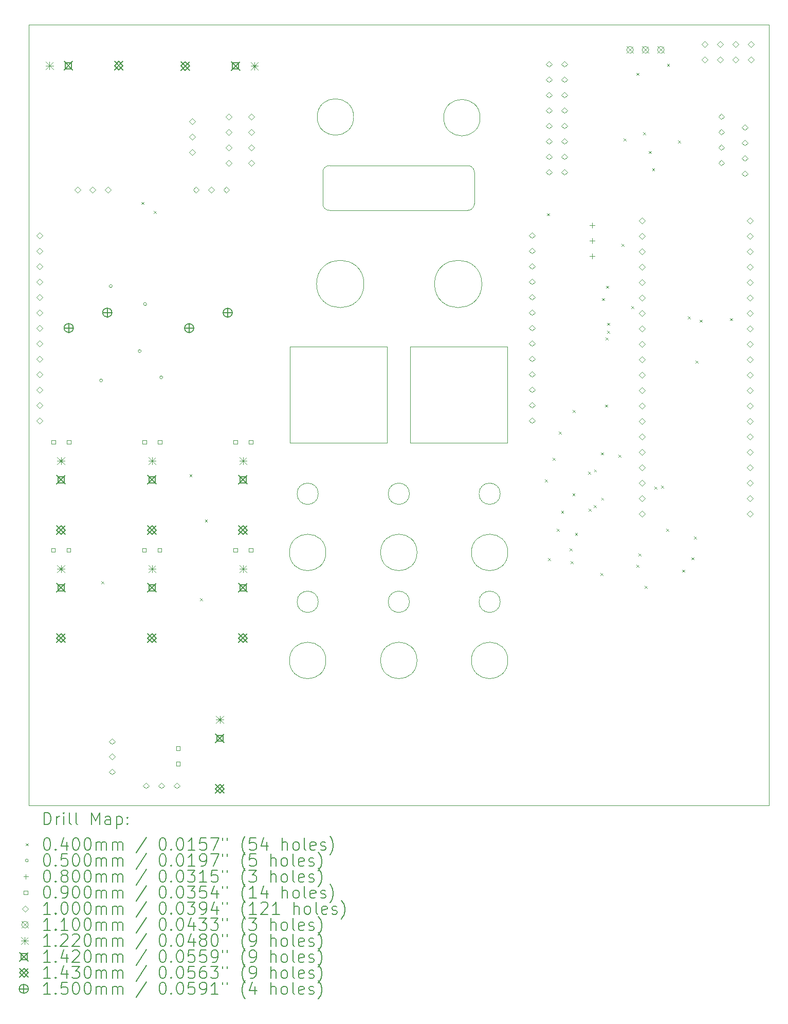
<source format=gbr>
%TF.GenerationSoftware,KiCad,Pcbnew,7.0.9*%
%TF.CreationDate,2024-01-05T19:18:44+01:00*%
%TF.ProjectId,euroPI-kicad_surfacemount_discretes_and_ics,6575726f-5049-42d6-9b69-6361645f7375,rev?*%
%TF.SameCoordinates,Original*%
%TF.FileFunction,Drillmap*%
%TF.FilePolarity,Positive*%
%FSLAX45Y45*%
G04 Gerber Fmt 4.5, Leading zero omitted, Abs format (unit mm)*
G04 Created by KiCad (PCBNEW 7.0.9) date 2024-01-05 19:18:44*
%MOMM*%
%LPD*%
G01*
G04 APERTURE LIST*
%ADD10C,0.100000*%
%ADD11C,0.200000*%
%ADD12C,0.110000*%
%ADD13C,0.122000*%
%ADD14C,0.142000*%
%ADD15C,0.143000*%
%ADD16C,0.150000*%
G04 APERTURE END LIST*
D10*
X12899380Y-10261080D02*
G75*
G03*
X12899380Y-10261080I-175000J0D01*
G01*
X13024380Y-13005080D02*
G75*
G03*
X13024380Y-13005080I-300000J0D01*
G01*
X13081419Y-4858340D02*
G75*
G03*
X12974320Y-4965020I-209J-106890D01*
G01*
X16021580Y-13004800D02*
G75*
G03*
X16021580Y-13004800I-300000J0D01*
G01*
X12974320Y-5488521D02*
G75*
G03*
X13081000Y-5595620I106890J-209D01*
G01*
X16021580Y-11226800D02*
G75*
G03*
X16021580Y-11226800I-300000J0D01*
G01*
X14525520Y-11226800D02*
G75*
G03*
X14525520Y-11226800I-300000J0D01*
G01*
X14525520Y-13004800D02*
G75*
G03*
X14525520Y-13004800I-300000J0D01*
G01*
X8128000Y-2540000D02*
X20320000Y-2540000D01*
X20320000Y-15389860D01*
X8128000Y-15389860D01*
X8128000Y-2540000D01*
X13650320Y-6807200D02*
G75*
G03*
X13650320Y-6807200I-390000J0D01*
G01*
X13481580Y-4058400D02*
G75*
G03*
X13481580Y-4058400I-300000J0D01*
G01*
X15896580Y-12039600D02*
G75*
G03*
X15896580Y-12039600I-175000J0D01*
G01*
X12899380Y-12039880D02*
G75*
G03*
X12899380Y-12039880I-175000J0D01*
G01*
X15361501Y-5595830D02*
G75*
G03*
X15468600Y-5489150I209J106890D01*
G01*
X15593420Y-6807200D02*
G75*
G03*
X15593420Y-6807200I-390000J0D01*
G01*
X12974320Y-4965020D02*
X12974322Y-5488521D01*
X14400520Y-12039600D02*
G75*
G03*
X14400520Y-12039600I-175000J0D01*
G01*
X14414500Y-7835900D02*
X16014700Y-7835900D01*
X16014700Y-9423400D01*
X14414500Y-9423400D01*
X14414500Y-7835900D01*
X12433300Y-7835900D02*
X14033500Y-7835900D01*
X14033500Y-9423400D01*
X12433300Y-9423400D01*
X12433300Y-7835900D01*
X13081000Y-5595620D02*
X15361501Y-5595829D01*
X15896580Y-10260800D02*
G75*
G03*
X15896580Y-10260800I-175000J0D01*
G01*
X15468599Y-4965700D02*
G75*
G03*
X15361922Y-4858601I-106889J210D01*
G01*
X15564380Y-4069600D02*
G75*
G03*
X15564380Y-4069600I-300000J0D01*
G01*
X15468600Y-5489150D02*
X15468600Y-4965700D01*
X15361922Y-4858601D02*
X13081419Y-4858342D01*
X14400520Y-10260800D02*
G75*
G03*
X14400520Y-10260800I-175000J0D01*
G01*
X13024380Y-11227080D02*
G75*
G03*
X13024380Y-11227080I-300000J0D01*
G01*
D11*
D10*
X9327200Y-11700100D02*
X9367200Y-11740100D01*
X9367200Y-11700100D02*
X9327200Y-11740100D01*
X9986965Y-5456400D02*
X10026965Y-5496400D01*
X10026965Y-5456400D02*
X9986965Y-5496400D01*
X10190800Y-5606100D02*
X10230800Y-5646100D01*
X10230800Y-5606100D02*
X10190800Y-5646100D01*
X10776800Y-9937314D02*
X10816800Y-9977314D01*
X10816800Y-9937314D02*
X10776800Y-9977314D01*
X10953965Y-11981500D02*
X10993965Y-12021500D01*
X10993965Y-11981500D02*
X10953965Y-12021500D01*
X11030799Y-10682301D02*
X11070799Y-10722301D01*
X11070799Y-10682301D02*
X11030799Y-10722301D01*
X16635100Y-10025700D02*
X16675100Y-10065700D01*
X16675100Y-10025700D02*
X16635100Y-10065700D01*
X16665260Y-5644200D02*
X16705260Y-5684200D01*
X16705260Y-5644200D02*
X16665260Y-5684200D01*
X16680500Y-11321100D02*
X16720500Y-11361100D01*
X16720500Y-11321100D02*
X16680500Y-11361100D01*
X16759700Y-9669899D02*
X16799700Y-9709899D01*
X16799700Y-9669899D02*
X16759700Y-9709899D01*
X16825300Y-10838500D02*
X16865300Y-10878500D01*
X16865300Y-10838500D02*
X16825300Y-10878500D01*
X16858300Y-9238300D02*
X16898300Y-9278300D01*
X16898300Y-9238300D02*
X16858300Y-9278300D01*
X16899852Y-10544148D02*
X16939852Y-10584148D01*
X16939852Y-10544148D02*
X16899852Y-10584148D01*
X17036231Y-11158051D02*
X17076231Y-11198051D01*
X17076231Y-11158051D02*
X17036231Y-11198051D01*
X17053900Y-11371900D02*
X17093900Y-11411900D01*
X17093900Y-11371900D02*
X17053900Y-11411900D01*
X17085300Y-10254300D02*
X17125300Y-10294300D01*
X17125300Y-10254300D02*
X17085300Y-10294300D01*
X17086900Y-8882700D02*
X17126900Y-8922700D01*
X17126900Y-8882700D02*
X17086900Y-8922700D01*
X17127271Y-10905079D02*
X17167271Y-10945079D01*
X17167271Y-10905079D02*
X17127271Y-10945079D01*
X17342100Y-9898700D02*
X17382100Y-9938700D01*
X17382100Y-9898700D02*
X17342100Y-9938700D01*
X17351806Y-10508198D02*
X17391806Y-10548198D01*
X17391806Y-10508198D02*
X17351806Y-10548198D01*
X17439055Y-10446989D02*
X17479055Y-10486989D01*
X17479055Y-10446989D02*
X17439055Y-10486989D01*
X17439800Y-9860231D02*
X17479800Y-9900231D01*
X17479800Y-9860231D02*
X17439800Y-9900231D01*
X17548138Y-11563100D02*
X17588138Y-11603100D01*
X17588138Y-11563100D02*
X17548138Y-11603100D01*
X17556800Y-9581200D02*
X17596800Y-9621200D01*
X17596800Y-9581200D02*
X17556800Y-9621200D01*
X17559010Y-10326598D02*
X17599010Y-10366598D01*
X17599010Y-10326598D02*
X17559010Y-10366598D01*
X17573400Y-7041200D02*
X17613400Y-7081200D01*
X17613400Y-7041200D02*
X17573400Y-7081200D01*
X17620300Y-8793800D02*
X17660300Y-8833800D01*
X17660300Y-8793800D02*
X17620300Y-8833800D01*
X17632300Y-7690356D02*
X17672300Y-7730356D01*
X17672300Y-7690356D02*
X17632300Y-7730356D01*
X17641883Y-6838000D02*
X17681883Y-6878000D01*
X17681883Y-6838000D02*
X17641883Y-6878000D01*
X17658400Y-7447601D02*
X17698400Y-7487601D01*
X17698400Y-7447601D02*
X17658400Y-7487601D01*
X17658400Y-7578000D02*
X17698400Y-7618000D01*
X17698400Y-7578000D02*
X17658400Y-7618000D01*
X17843872Y-9617472D02*
X17883872Y-9657472D01*
X17883872Y-9617472D02*
X17843872Y-9657472D01*
X17892080Y-6144580D02*
X17932080Y-6184580D01*
X17932080Y-6144580D02*
X17892080Y-6184580D01*
X17925612Y-4412812D02*
X17965612Y-4452812D01*
X17965612Y-4412812D02*
X17925612Y-4452812D01*
X18053000Y-7171449D02*
X18093000Y-7211449D01*
X18093000Y-7171449D02*
X18053000Y-7211449D01*
X18140400Y-11428151D02*
X18180400Y-11468151D01*
X18180400Y-11428151D02*
X18140400Y-11468151D01*
X18141000Y-3332800D02*
X18181000Y-3372800D01*
X18181000Y-3332800D02*
X18141000Y-3372800D01*
X18171500Y-11244900D02*
X18211500Y-11284900D01*
X18211500Y-11244900D02*
X18171500Y-11284900D01*
X18251300Y-4310700D02*
X18291300Y-4350700D01*
X18291300Y-4310700D02*
X18251300Y-4350700D01*
X18272900Y-11778300D02*
X18312900Y-11818300D01*
X18312900Y-11778300D02*
X18272900Y-11818300D01*
X18339654Y-4619549D02*
X18379654Y-4659549D01*
X18379654Y-4619549D02*
X18339654Y-4659549D01*
X18398500Y-4904100D02*
X18438500Y-4944100D01*
X18438500Y-4904100D02*
X18398500Y-4944100D01*
X18437429Y-10141238D02*
X18477429Y-10181238D01*
X18477429Y-10141238D02*
X18437429Y-10181238D01*
X18543700Y-10127300D02*
X18583700Y-10167300D01*
X18583700Y-10127300D02*
X18543700Y-10167300D01*
X18628700Y-10838500D02*
X18668700Y-10878500D01*
X18668700Y-10838500D02*
X18628700Y-10878500D01*
X18644150Y-3185250D02*
X18684150Y-3225250D01*
X18684150Y-3185250D02*
X18644150Y-3225250D01*
X18822582Y-4445738D02*
X18862582Y-4485738D01*
X18862582Y-4445738D02*
X18822582Y-4485738D01*
X18890300Y-11511600D02*
X18930300Y-11551600D01*
X18930300Y-11511600D02*
X18890300Y-11551600D01*
X18987300Y-7339677D02*
X19027300Y-7379677D01*
X19027300Y-7339677D02*
X18987300Y-7379677D01*
X19042700Y-11308133D02*
X19082700Y-11348133D01*
X19082700Y-11308133D02*
X19042700Y-11348133D01*
X19085900Y-10965500D02*
X19125900Y-11005500D01*
X19125900Y-10965500D02*
X19085900Y-11005500D01*
X19111298Y-8069900D02*
X19151298Y-8109900D01*
X19151298Y-8069900D02*
X19111298Y-8109900D01*
X19182400Y-7396800D02*
X19222400Y-7436800D01*
X19222400Y-7396800D02*
X19182400Y-7436800D01*
X19677700Y-7371400D02*
X19717700Y-7411400D01*
X19717700Y-7371400D02*
X19677700Y-7411400D01*
X9346800Y-8395600D02*
G75*
G03*
X9346800Y-8395600I-25000J0D01*
G01*
X9505463Y-6843000D02*
G75*
G03*
X9505463Y-6843000I-25000J0D01*
G01*
X9981800Y-7913000D02*
G75*
G03*
X9981800Y-7913000I-25000J0D01*
G01*
X10071150Y-7137850D02*
G75*
G03*
X10071150Y-7137850I-25000J0D01*
G01*
X10337400Y-8344800D02*
G75*
G03*
X10337400Y-8344800I-25000J0D01*
G01*
X17409600Y-5802000D02*
X17409600Y-5882000D01*
X17369600Y-5842000D02*
X17449600Y-5842000D01*
X17409600Y-6056000D02*
X17409600Y-6136000D01*
X17369600Y-6096000D02*
X17449600Y-6096000D01*
X17409600Y-6310000D02*
X17409600Y-6390000D01*
X17369600Y-6350000D02*
X17449600Y-6350000D01*
X8565720Y-11221420D02*
X8565720Y-11157780D01*
X8502080Y-11157780D01*
X8502080Y-11221420D01*
X8565720Y-11221420D01*
X8566720Y-9443420D02*
X8566720Y-9379780D01*
X8503080Y-9379780D01*
X8503080Y-9443420D01*
X8566720Y-9443420D01*
X8819720Y-11221420D02*
X8819720Y-11157780D01*
X8756080Y-11157780D01*
X8756080Y-11221420D01*
X8819720Y-11221420D01*
X8820720Y-9443420D02*
X8820720Y-9379780D01*
X8757080Y-9379780D01*
X8757080Y-9443420D01*
X8820720Y-9443420D01*
X10064903Y-11221420D02*
X10064903Y-11157780D01*
X10001262Y-11157780D01*
X10001262Y-11221420D01*
X10064903Y-11221420D01*
X10065903Y-9443420D02*
X10065903Y-9379780D01*
X10002262Y-9379780D01*
X10002262Y-9443420D01*
X10065903Y-9443420D01*
X10318903Y-11221420D02*
X10318903Y-11157780D01*
X10255262Y-11157780D01*
X10255262Y-11221420D01*
X10318903Y-11221420D01*
X10319903Y-9443420D02*
X10319903Y-9379780D01*
X10256262Y-9379780D01*
X10256262Y-9443420D01*
X10319903Y-9443420D01*
X10623620Y-14484420D02*
X10623620Y-14420780D01*
X10559980Y-14420780D01*
X10559980Y-14484420D01*
X10623620Y-14484420D01*
X10623620Y-14738420D02*
X10623620Y-14674780D01*
X10559980Y-14674780D01*
X10559980Y-14738420D01*
X10623620Y-14738420D01*
X11565085Y-9443420D02*
X11565085Y-9379780D01*
X11501445Y-9379780D01*
X11501445Y-9443420D01*
X11565085Y-9443420D01*
X11565085Y-11221420D02*
X11565085Y-11157780D01*
X11501445Y-11157780D01*
X11501445Y-11221420D01*
X11565085Y-11221420D01*
X11819085Y-9443420D02*
X11819085Y-9379780D01*
X11755445Y-9379780D01*
X11755445Y-9443420D01*
X11819085Y-9443420D01*
X11819085Y-11221420D02*
X11819085Y-11157780D01*
X11755445Y-11157780D01*
X11755445Y-11221420D01*
X11819085Y-11221420D01*
X8305800Y-6058000D02*
X8355800Y-6008000D01*
X8305800Y-5958000D01*
X8255800Y-6008000D01*
X8305800Y-6058000D01*
X8305800Y-6312000D02*
X8355800Y-6262000D01*
X8305800Y-6212000D01*
X8255800Y-6262000D01*
X8305800Y-6312000D01*
X8305800Y-6566000D02*
X8355800Y-6516000D01*
X8305800Y-6466000D01*
X8255800Y-6516000D01*
X8305800Y-6566000D01*
X8305800Y-6820000D02*
X8355800Y-6770000D01*
X8305800Y-6720000D01*
X8255800Y-6770000D01*
X8305800Y-6820000D01*
X8305800Y-7074000D02*
X8355800Y-7024000D01*
X8305800Y-6974000D01*
X8255800Y-7024000D01*
X8305800Y-7074000D01*
X8305800Y-7328000D02*
X8355800Y-7278000D01*
X8305800Y-7228000D01*
X8255800Y-7278000D01*
X8305800Y-7328000D01*
X8305800Y-7582000D02*
X8355800Y-7532000D01*
X8305800Y-7482000D01*
X8255800Y-7532000D01*
X8305800Y-7582000D01*
X8305800Y-7836000D02*
X8355800Y-7786000D01*
X8305800Y-7736000D01*
X8255800Y-7786000D01*
X8305800Y-7836000D01*
X8305800Y-8090000D02*
X8355800Y-8040000D01*
X8305800Y-7990000D01*
X8255800Y-8040000D01*
X8305800Y-8090000D01*
X8305800Y-8344000D02*
X8355800Y-8294000D01*
X8305800Y-8244000D01*
X8255800Y-8294000D01*
X8305800Y-8344000D01*
X8305800Y-8598000D02*
X8355800Y-8548000D01*
X8305800Y-8498000D01*
X8255800Y-8548000D01*
X8305800Y-8598000D01*
X8305800Y-8852000D02*
X8355800Y-8802000D01*
X8305800Y-8752000D01*
X8255800Y-8802000D01*
X8305800Y-8852000D01*
X8305800Y-9106000D02*
X8355800Y-9056000D01*
X8305800Y-9006000D01*
X8255800Y-9056000D01*
X8305800Y-9106000D01*
X8933265Y-5308700D02*
X8983265Y-5258700D01*
X8933265Y-5208700D01*
X8883265Y-5258700D01*
X8933265Y-5308700D01*
X9183265Y-5308700D02*
X9233265Y-5258700D01*
X9183265Y-5208700D01*
X9133265Y-5258700D01*
X9183265Y-5308700D01*
X9433265Y-5308700D02*
X9483265Y-5258700D01*
X9433265Y-5208700D01*
X9383265Y-5258700D01*
X9433265Y-5308700D01*
X9499600Y-14387800D02*
X9549600Y-14337800D01*
X9499600Y-14287800D01*
X9449600Y-14337800D01*
X9499600Y-14387800D01*
X9499600Y-14637800D02*
X9549600Y-14587800D01*
X9499600Y-14537800D01*
X9449600Y-14587800D01*
X9499600Y-14637800D01*
X9499600Y-14887800D02*
X9549600Y-14837800D01*
X9499600Y-14787800D01*
X9449600Y-14837800D01*
X9499600Y-14887800D01*
X10058400Y-15116400D02*
X10108400Y-15066400D01*
X10058400Y-15016400D01*
X10008400Y-15066400D01*
X10058400Y-15116400D01*
X10312400Y-15116400D02*
X10362400Y-15066400D01*
X10312400Y-15016400D01*
X10262400Y-15066400D01*
X10312400Y-15116400D01*
X10566400Y-15116400D02*
X10616400Y-15066400D01*
X10566400Y-15016400D01*
X10516400Y-15066400D01*
X10566400Y-15116400D01*
X10820400Y-4178400D02*
X10870400Y-4128400D01*
X10820400Y-4078400D01*
X10770400Y-4128400D01*
X10820400Y-4178400D01*
X10820400Y-4432400D02*
X10870400Y-4382400D01*
X10820400Y-4332400D01*
X10770400Y-4382400D01*
X10820400Y-4432400D01*
X10820400Y-4686400D02*
X10870400Y-4636400D01*
X10820400Y-4586400D01*
X10770400Y-4636400D01*
X10820400Y-4686400D01*
X10885940Y-5309740D02*
X10935940Y-5259740D01*
X10885940Y-5209740D01*
X10835940Y-5259740D01*
X10885940Y-5309740D01*
X11135940Y-5309740D02*
X11185940Y-5259740D01*
X11135940Y-5209740D01*
X11085940Y-5259740D01*
X11135940Y-5309740D01*
X11385940Y-5309740D02*
X11435940Y-5259740D01*
X11385940Y-5209740D01*
X11335940Y-5259740D01*
X11385940Y-5309740D01*
X11421150Y-4102200D02*
X11471150Y-4052200D01*
X11421150Y-4002200D01*
X11371150Y-4052200D01*
X11421150Y-4102200D01*
X11421150Y-4356200D02*
X11471150Y-4306200D01*
X11421150Y-4256200D01*
X11371150Y-4306200D01*
X11421150Y-4356200D01*
X11421150Y-4610200D02*
X11471150Y-4560200D01*
X11421150Y-4510200D01*
X11371150Y-4560200D01*
X11421150Y-4610200D01*
X11421150Y-4864200D02*
X11471150Y-4814200D01*
X11421150Y-4764200D01*
X11371150Y-4814200D01*
X11421150Y-4864200D01*
X11795760Y-4102200D02*
X11845760Y-4052200D01*
X11795760Y-4002200D01*
X11745760Y-4052200D01*
X11795760Y-4102200D01*
X11795760Y-4356200D02*
X11845760Y-4306200D01*
X11795760Y-4256200D01*
X11745760Y-4306200D01*
X11795760Y-4356200D01*
X11795760Y-4610200D02*
X11845760Y-4560200D01*
X11795760Y-4510200D01*
X11745760Y-4560200D01*
X11795760Y-4610200D01*
X11795760Y-4864200D02*
X11845760Y-4814200D01*
X11795760Y-4764200D01*
X11745760Y-4814200D01*
X11795760Y-4864200D01*
X16421100Y-6057100D02*
X16471100Y-6007100D01*
X16421100Y-5957100D01*
X16371100Y-6007100D01*
X16421100Y-6057100D01*
X16421100Y-6311100D02*
X16471100Y-6261100D01*
X16421100Y-6211100D01*
X16371100Y-6261100D01*
X16421100Y-6311100D01*
X16421100Y-6565100D02*
X16471100Y-6515100D01*
X16421100Y-6465100D01*
X16371100Y-6515100D01*
X16421100Y-6565100D01*
X16421100Y-6819100D02*
X16471100Y-6769100D01*
X16421100Y-6719100D01*
X16371100Y-6769100D01*
X16421100Y-6819100D01*
X16421100Y-7073100D02*
X16471100Y-7023100D01*
X16421100Y-6973100D01*
X16371100Y-7023100D01*
X16421100Y-7073100D01*
X16421100Y-7327100D02*
X16471100Y-7277100D01*
X16421100Y-7227100D01*
X16371100Y-7277100D01*
X16421100Y-7327100D01*
X16421100Y-7581100D02*
X16471100Y-7531100D01*
X16421100Y-7481100D01*
X16371100Y-7531100D01*
X16421100Y-7581100D01*
X16421100Y-7835100D02*
X16471100Y-7785100D01*
X16421100Y-7735100D01*
X16371100Y-7785100D01*
X16421100Y-7835100D01*
X16421100Y-8089100D02*
X16471100Y-8039100D01*
X16421100Y-7989100D01*
X16371100Y-8039100D01*
X16421100Y-8089100D01*
X16421100Y-8343100D02*
X16471100Y-8293100D01*
X16421100Y-8243100D01*
X16371100Y-8293100D01*
X16421100Y-8343100D01*
X16421100Y-8597100D02*
X16471100Y-8547100D01*
X16421100Y-8497100D01*
X16371100Y-8547100D01*
X16421100Y-8597100D01*
X16421100Y-8851100D02*
X16471100Y-8801100D01*
X16421100Y-8751100D01*
X16371100Y-8801100D01*
X16421100Y-8851100D01*
X16421100Y-9105100D02*
X16471100Y-9055100D01*
X16421100Y-9005100D01*
X16371100Y-9055100D01*
X16421100Y-9105100D01*
X16700500Y-3237700D02*
X16750500Y-3187700D01*
X16700500Y-3137700D01*
X16650500Y-3187700D01*
X16700500Y-3237700D01*
X16700500Y-3491700D02*
X16750500Y-3441700D01*
X16700500Y-3391700D01*
X16650500Y-3441700D01*
X16700500Y-3491700D01*
X16700500Y-3745700D02*
X16750500Y-3695700D01*
X16700500Y-3645700D01*
X16650500Y-3695700D01*
X16700500Y-3745700D01*
X16700500Y-3999700D02*
X16750500Y-3949700D01*
X16700500Y-3899700D01*
X16650500Y-3949700D01*
X16700500Y-3999700D01*
X16700500Y-4253700D02*
X16750500Y-4203700D01*
X16700500Y-4153700D01*
X16650500Y-4203700D01*
X16700500Y-4253700D01*
X16700500Y-4507700D02*
X16750500Y-4457700D01*
X16700500Y-4407700D01*
X16650500Y-4457700D01*
X16700500Y-4507700D01*
X16700500Y-4761700D02*
X16750500Y-4711700D01*
X16700500Y-4661700D01*
X16650500Y-4711700D01*
X16700500Y-4761700D01*
X16700500Y-5015700D02*
X16750500Y-4965700D01*
X16700500Y-4915700D01*
X16650500Y-4965700D01*
X16700500Y-5015700D01*
X16954500Y-3237700D02*
X17004500Y-3187700D01*
X16954500Y-3137700D01*
X16904500Y-3187700D01*
X16954500Y-3237700D01*
X16954500Y-3491700D02*
X17004500Y-3441700D01*
X16954500Y-3391700D01*
X16904500Y-3441700D01*
X16954500Y-3491700D01*
X16954500Y-3745700D02*
X17004500Y-3695700D01*
X16954500Y-3645700D01*
X16904500Y-3695700D01*
X16954500Y-3745700D01*
X16954500Y-3999700D02*
X17004500Y-3949700D01*
X16954500Y-3899700D01*
X16904500Y-3949700D01*
X16954500Y-3999700D01*
X16954500Y-4253700D02*
X17004500Y-4203700D01*
X16954500Y-4153700D01*
X16904500Y-4203700D01*
X16954500Y-4253700D01*
X16954500Y-4507700D02*
X17004500Y-4457700D01*
X16954500Y-4407700D01*
X16904500Y-4457700D01*
X16954500Y-4507700D01*
X16954500Y-4761700D02*
X17004500Y-4711700D01*
X16954500Y-4661700D01*
X16904500Y-4711700D01*
X16954500Y-4761700D01*
X16954500Y-5015700D02*
X17004500Y-4965700D01*
X16954500Y-4915700D01*
X16904500Y-4965700D01*
X16954500Y-5015700D01*
X18233900Y-5815800D02*
X18283900Y-5765800D01*
X18233900Y-5715800D01*
X18183900Y-5765800D01*
X18233900Y-5815800D01*
X18233900Y-6069800D02*
X18283900Y-6019800D01*
X18233900Y-5969800D01*
X18183900Y-6019800D01*
X18233900Y-6069800D01*
X18233900Y-6323800D02*
X18283900Y-6273800D01*
X18233900Y-6223800D01*
X18183900Y-6273800D01*
X18233900Y-6323800D01*
X18233900Y-6577800D02*
X18283900Y-6527800D01*
X18233900Y-6477800D01*
X18183900Y-6527800D01*
X18233900Y-6577800D01*
X18233900Y-6831800D02*
X18283900Y-6781800D01*
X18233900Y-6731800D01*
X18183900Y-6781800D01*
X18233900Y-6831800D01*
X18233900Y-7085800D02*
X18283900Y-7035800D01*
X18233900Y-6985800D01*
X18183900Y-7035800D01*
X18233900Y-7085800D01*
X18233900Y-7339800D02*
X18283900Y-7289800D01*
X18233900Y-7239800D01*
X18183900Y-7289800D01*
X18233900Y-7339800D01*
X18233900Y-7593800D02*
X18283900Y-7543800D01*
X18233900Y-7493800D01*
X18183900Y-7543800D01*
X18233900Y-7593800D01*
X18233900Y-7847800D02*
X18283900Y-7797800D01*
X18233900Y-7747800D01*
X18183900Y-7797800D01*
X18233900Y-7847800D01*
X18233900Y-8101800D02*
X18283900Y-8051800D01*
X18233900Y-8001800D01*
X18183900Y-8051800D01*
X18233900Y-8101800D01*
X18233900Y-8355800D02*
X18283900Y-8305800D01*
X18233900Y-8255800D01*
X18183900Y-8305800D01*
X18233900Y-8355800D01*
X18233900Y-8609800D02*
X18283900Y-8559800D01*
X18233900Y-8509800D01*
X18183900Y-8559800D01*
X18233900Y-8609800D01*
X18233900Y-8863800D02*
X18283900Y-8813800D01*
X18233900Y-8763800D01*
X18183900Y-8813800D01*
X18233900Y-8863800D01*
X18233900Y-9117800D02*
X18283900Y-9067800D01*
X18233900Y-9017800D01*
X18183900Y-9067800D01*
X18233900Y-9117800D01*
X18233900Y-9371800D02*
X18283900Y-9321800D01*
X18233900Y-9271800D01*
X18183900Y-9321800D01*
X18233900Y-9371800D01*
X18233900Y-9625800D02*
X18283900Y-9575800D01*
X18233900Y-9525800D01*
X18183900Y-9575800D01*
X18233900Y-9625800D01*
X18233900Y-9879800D02*
X18283900Y-9829800D01*
X18233900Y-9779800D01*
X18183900Y-9829800D01*
X18233900Y-9879800D01*
X18233900Y-10133800D02*
X18283900Y-10083800D01*
X18233900Y-10033800D01*
X18183900Y-10083800D01*
X18233900Y-10133800D01*
X18233900Y-10387800D02*
X18283900Y-10337800D01*
X18233900Y-10287800D01*
X18183900Y-10337800D01*
X18233900Y-10387800D01*
X18233900Y-10641800D02*
X18283900Y-10591800D01*
X18233900Y-10541800D01*
X18183900Y-10591800D01*
X18233900Y-10641800D01*
X19265900Y-2910040D02*
X19315900Y-2860040D01*
X19265900Y-2810040D01*
X19215900Y-2860040D01*
X19265900Y-2910040D01*
X19265900Y-3164040D02*
X19315900Y-3114040D01*
X19265900Y-3064040D01*
X19215900Y-3114040D01*
X19265900Y-3164040D01*
X19519900Y-2910040D02*
X19569900Y-2860040D01*
X19519900Y-2810040D01*
X19469900Y-2860040D01*
X19519900Y-2910040D01*
X19519900Y-3164040D02*
X19569900Y-3114040D01*
X19519900Y-3064040D01*
X19469900Y-3114040D01*
X19519900Y-3164040D01*
X19538950Y-4101300D02*
X19588950Y-4051300D01*
X19538950Y-4001300D01*
X19488950Y-4051300D01*
X19538950Y-4101300D01*
X19538950Y-4355300D02*
X19588950Y-4305300D01*
X19538950Y-4255300D01*
X19488950Y-4305300D01*
X19538950Y-4355300D01*
X19538950Y-4609300D02*
X19588950Y-4559300D01*
X19538950Y-4509300D01*
X19488950Y-4559300D01*
X19538950Y-4609300D01*
X19538950Y-4863300D02*
X19588950Y-4813300D01*
X19538950Y-4763300D01*
X19488950Y-4813300D01*
X19538950Y-4863300D01*
X19773900Y-2910040D02*
X19823900Y-2860040D01*
X19773900Y-2810040D01*
X19723900Y-2860040D01*
X19773900Y-2910040D01*
X19773900Y-3164040D02*
X19823900Y-3114040D01*
X19773900Y-3064040D01*
X19723900Y-3114040D01*
X19773900Y-3164040D01*
X19926300Y-4279100D02*
X19976300Y-4229100D01*
X19926300Y-4179100D01*
X19876300Y-4229100D01*
X19926300Y-4279100D01*
X19926300Y-4533100D02*
X19976300Y-4483100D01*
X19926300Y-4433100D01*
X19876300Y-4483100D01*
X19926300Y-4533100D01*
X19926300Y-4787100D02*
X19976300Y-4737100D01*
X19926300Y-4687100D01*
X19876300Y-4737100D01*
X19926300Y-4787100D01*
X19926300Y-5041100D02*
X19976300Y-4991100D01*
X19926300Y-4941100D01*
X19876300Y-4991100D01*
X19926300Y-5041100D01*
X20011900Y-5815800D02*
X20061900Y-5765800D01*
X20011900Y-5715800D01*
X19961900Y-5765800D01*
X20011900Y-5815800D01*
X20011900Y-6069800D02*
X20061900Y-6019800D01*
X20011900Y-5969800D01*
X19961900Y-6019800D01*
X20011900Y-6069800D01*
X20011900Y-6323800D02*
X20061900Y-6273800D01*
X20011900Y-6223800D01*
X19961900Y-6273800D01*
X20011900Y-6323800D01*
X20011900Y-6577800D02*
X20061900Y-6527800D01*
X20011900Y-6477800D01*
X19961900Y-6527800D01*
X20011900Y-6577800D01*
X20011900Y-6831800D02*
X20061900Y-6781800D01*
X20011900Y-6731800D01*
X19961900Y-6781800D01*
X20011900Y-6831800D01*
X20011900Y-7085800D02*
X20061900Y-7035800D01*
X20011900Y-6985800D01*
X19961900Y-7035800D01*
X20011900Y-7085800D01*
X20011900Y-7339800D02*
X20061900Y-7289800D01*
X20011900Y-7239800D01*
X19961900Y-7289800D01*
X20011900Y-7339800D01*
X20011900Y-7593800D02*
X20061900Y-7543800D01*
X20011900Y-7493800D01*
X19961900Y-7543800D01*
X20011900Y-7593800D01*
X20011900Y-7847800D02*
X20061900Y-7797800D01*
X20011900Y-7747800D01*
X19961900Y-7797800D01*
X20011900Y-7847800D01*
X20011900Y-8101800D02*
X20061900Y-8051800D01*
X20011900Y-8001800D01*
X19961900Y-8051800D01*
X20011900Y-8101800D01*
X20011900Y-8355800D02*
X20061900Y-8305800D01*
X20011900Y-8255800D01*
X19961900Y-8305800D01*
X20011900Y-8355800D01*
X20011900Y-8609800D02*
X20061900Y-8559800D01*
X20011900Y-8509800D01*
X19961900Y-8559800D01*
X20011900Y-8609800D01*
X20011900Y-8863800D02*
X20061900Y-8813800D01*
X20011900Y-8763800D01*
X19961900Y-8813800D01*
X20011900Y-8863800D01*
X20011900Y-9117800D02*
X20061900Y-9067800D01*
X20011900Y-9017800D01*
X19961900Y-9067800D01*
X20011900Y-9117800D01*
X20011900Y-9371800D02*
X20061900Y-9321800D01*
X20011900Y-9271800D01*
X19961900Y-9321800D01*
X20011900Y-9371800D01*
X20011900Y-9625800D02*
X20061900Y-9575800D01*
X20011900Y-9525800D01*
X19961900Y-9575800D01*
X20011900Y-9625800D01*
X20011900Y-9879800D02*
X20061900Y-9829800D01*
X20011900Y-9779800D01*
X19961900Y-9829800D01*
X20011900Y-9879800D01*
X20011900Y-10133800D02*
X20061900Y-10083800D01*
X20011900Y-10033800D01*
X19961900Y-10083800D01*
X20011900Y-10133800D01*
X20011900Y-10387800D02*
X20061900Y-10337800D01*
X20011900Y-10287800D01*
X19961900Y-10337800D01*
X20011900Y-10387800D01*
X20011900Y-10641800D02*
X20061900Y-10591800D01*
X20011900Y-10541800D01*
X19961900Y-10591800D01*
X20011900Y-10641800D01*
X20027900Y-2910040D02*
X20077900Y-2860040D01*
X20027900Y-2810040D01*
X19977900Y-2860040D01*
X20027900Y-2910040D01*
X20027900Y-3164040D02*
X20077900Y-3114040D01*
X20027900Y-3064040D01*
X19977900Y-3114040D01*
X20027900Y-3164040D01*
D12*
X17979000Y-2898500D02*
X18089000Y-3008500D01*
X18089000Y-2898500D02*
X17979000Y-3008500D01*
X18089000Y-2953500D02*
G75*
G03*
X18089000Y-2953500I-55000J0D01*
G01*
X18233000Y-2898500D02*
X18343000Y-3008500D01*
X18343000Y-2898500D02*
X18233000Y-3008500D01*
X18343000Y-2953500D02*
G75*
G03*
X18343000Y-2953500I-55000J0D01*
G01*
X18487000Y-2898500D02*
X18597000Y-3008500D01*
X18597000Y-2898500D02*
X18487000Y-3008500D01*
X18597000Y-2953500D02*
G75*
G03*
X18597000Y-2953500I-55000J0D01*
G01*
D13*
X8411065Y-3153000D02*
X8533065Y-3275000D01*
X8533065Y-3153000D02*
X8411065Y-3275000D01*
X8472065Y-3153000D02*
X8472065Y-3275000D01*
X8411065Y-3214000D02*
X8533065Y-3214000D01*
X8600400Y-9658400D02*
X8722400Y-9780400D01*
X8722400Y-9658400D02*
X8600400Y-9780400D01*
X8661400Y-9658400D02*
X8661400Y-9780400D01*
X8600400Y-9719400D02*
X8722400Y-9719400D01*
X8600400Y-11436400D02*
X8722400Y-11558400D01*
X8722400Y-11436400D02*
X8600400Y-11558400D01*
X8661400Y-11436400D02*
X8661400Y-11558400D01*
X8600400Y-11497400D02*
X8722400Y-11497400D01*
X10099582Y-9658400D02*
X10221582Y-9780400D01*
X10221582Y-9658400D02*
X10099582Y-9780400D01*
X10160582Y-9658400D02*
X10160582Y-9780400D01*
X10099582Y-9719400D02*
X10221582Y-9719400D01*
X10099582Y-11436400D02*
X10221582Y-11558400D01*
X10221582Y-11436400D02*
X10099582Y-11558400D01*
X10160582Y-11436400D02*
X10160582Y-11558400D01*
X10099582Y-11497400D02*
X10221582Y-11497400D01*
X11216671Y-13916129D02*
X11338671Y-14038129D01*
X11338671Y-13916129D02*
X11216671Y-14038129D01*
X11277671Y-13916129D02*
X11277671Y-14038129D01*
X11216671Y-13977129D02*
X11338671Y-13977129D01*
X11598765Y-9658400D02*
X11720765Y-9780400D01*
X11720765Y-9658400D02*
X11598765Y-9780400D01*
X11659765Y-9658400D02*
X11659765Y-9780400D01*
X11598765Y-9719400D02*
X11720765Y-9719400D01*
X11598765Y-11436400D02*
X11720765Y-11558400D01*
X11720765Y-11436400D02*
X11598765Y-11558400D01*
X11659765Y-11436400D02*
X11659765Y-11558400D01*
X11598765Y-11497400D02*
X11720765Y-11497400D01*
X11785100Y-3158080D02*
X11907100Y-3280080D01*
X11907100Y-3158080D02*
X11785100Y-3280080D01*
X11846100Y-3158080D02*
X11846100Y-3280080D01*
X11785100Y-3219080D02*
X11907100Y-3219080D01*
D14*
X8590400Y-9958400D02*
X8732400Y-10100400D01*
X8732400Y-9958400D02*
X8590400Y-10100400D01*
X8711605Y-10079605D02*
X8711605Y-9979195D01*
X8611195Y-9979195D01*
X8611195Y-10079605D01*
X8711605Y-10079605D01*
X8590400Y-11736400D02*
X8732400Y-11878400D01*
X8732400Y-11736400D02*
X8590400Y-11878400D01*
X8711605Y-11857605D02*
X8711605Y-11757195D01*
X8611195Y-11757195D01*
X8611195Y-11857605D01*
X8711605Y-11857605D01*
X8711065Y-3143000D02*
X8853065Y-3285000D01*
X8853065Y-3143000D02*
X8711065Y-3285000D01*
X8832270Y-3264205D02*
X8832270Y-3163795D01*
X8731860Y-3163795D01*
X8731860Y-3264205D01*
X8832270Y-3264205D01*
X10089582Y-9958400D02*
X10231582Y-10100400D01*
X10231582Y-9958400D02*
X10089582Y-10100400D01*
X10210788Y-10079605D02*
X10210788Y-9979195D01*
X10110377Y-9979195D01*
X10110377Y-10079605D01*
X10210788Y-10079605D01*
X10089582Y-11736400D02*
X10231582Y-11878400D01*
X10231582Y-11736400D02*
X10089582Y-11878400D01*
X10210788Y-11857605D02*
X10210788Y-11757195D01*
X10110377Y-11757195D01*
X10110377Y-11857605D01*
X10210788Y-11857605D01*
X11206671Y-14216129D02*
X11348671Y-14358129D01*
X11348671Y-14216129D02*
X11206671Y-14358129D01*
X11327876Y-14337334D02*
X11327876Y-14236924D01*
X11227466Y-14236924D01*
X11227466Y-14337334D01*
X11327876Y-14337334D01*
X11465100Y-3148080D02*
X11607100Y-3290080D01*
X11607100Y-3148080D02*
X11465100Y-3290080D01*
X11586305Y-3269285D02*
X11586305Y-3168875D01*
X11485895Y-3168875D01*
X11485895Y-3269285D01*
X11586305Y-3269285D01*
X11588765Y-9958400D02*
X11730765Y-10100400D01*
X11730765Y-9958400D02*
X11588765Y-10100400D01*
X11709970Y-10079605D02*
X11709970Y-9979195D01*
X11609560Y-9979195D01*
X11609560Y-10079605D01*
X11709970Y-10079605D01*
X11588765Y-11736400D02*
X11730765Y-11878400D01*
X11730765Y-11736400D02*
X11588765Y-11878400D01*
X11709970Y-11857605D02*
X11709970Y-11757195D01*
X11609560Y-11757195D01*
X11609560Y-11857605D01*
X11709970Y-11857605D01*
D15*
X8589900Y-10787900D02*
X8732900Y-10930900D01*
X8732900Y-10787900D02*
X8589900Y-10930900D01*
X8661400Y-10930900D02*
X8732900Y-10859400D01*
X8661400Y-10787900D01*
X8589900Y-10859400D01*
X8661400Y-10930900D01*
X8589900Y-12565900D02*
X8732900Y-12708900D01*
X8732900Y-12565900D02*
X8589900Y-12708900D01*
X8661400Y-12708900D02*
X8732900Y-12637400D01*
X8661400Y-12565900D01*
X8589900Y-12637400D01*
X8661400Y-12708900D01*
X9540565Y-3142500D02*
X9683565Y-3285500D01*
X9683565Y-3142500D02*
X9540565Y-3285500D01*
X9612065Y-3285500D02*
X9683565Y-3214000D01*
X9612065Y-3142500D01*
X9540565Y-3214000D01*
X9612065Y-3285500D01*
X10089082Y-10787900D02*
X10232082Y-10930900D01*
X10232082Y-10787900D02*
X10089082Y-10930900D01*
X10160582Y-10930900D02*
X10232082Y-10859400D01*
X10160582Y-10787900D01*
X10089082Y-10859400D01*
X10160582Y-10930900D01*
X10089082Y-12565900D02*
X10232082Y-12708900D01*
X10232082Y-12565900D02*
X10089082Y-12708900D01*
X10160582Y-12708900D02*
X10232082Y-12637400D01*
X10160582Y-12565900D01*
X10089082Y-12637400D01*
X10160582Y-12708900D01*
X10634600Y-3147580D02*
X10777600Y-3290580D01*
X10777600Y-3147580D02*
X10634600Y-3290580D01*
X10706100Y-3290580D02*
X10777600Y-3219080D01*
X10706100Y-3147580D01*
X10634600Y-3219080D01*
X10706100Y-3290580D01*
X11206171Y-15045629D02*
X11349171Y-15188629D01*
X11349171Y-15045629D02*
X11206171Y-15188629D01*
X11277671Y-15188629D02*
X11349171Y-15117129D01*
X11277671Y-15045629D01*
X11206171Y-15117129D01*
X11277671Y-15188629D01*
X11588265Y-10787900D02*
X11731265Y-10930900D01*
X11731265Y-10787900D02*
X11588265Y-10930900D01*
X11659765Y-10930900D02*
X11731265Y-10859400D01*
X11659765Y-10787900D01*
X11588265Y-10859400D01*
X11659765Y-10930900D01*
X11588265Y-12565900D02*
X11731265Y-12708900D01*
X11731265Y-12565900D02*
X11588265Y-12708900D01*
X11659765Y-12708900D02*
X11731265Y-12637400D01*
X11659765Y-12565900D01*
X11588265Y-12637400D01*
X11659765Y-12708900D01*
D16*
X8788400Y-7457000D02*
X8788400Y-7607000D01*
X8713400Y-7532000D02*
X8863400Y-7532000D01*
X8863400Y-7532000D02*
G75*
G03*
X8863400Y-7532000I-75000J0D01*
G01*
X9423400Y-7203000D02*
X9423400Y-7353000D01*
X9348400Y-7278000D02*
X9498400Y-7278000D01*
X9498400Y-7278000D02*
G75*
G03*
X9498400Y-7278000I-75000J0D01*
G01*
X10772140Y-7459540D02*
X10772140Y-7609540D01*
X10697140Y-7534540D02*
X10847140Y-7534540D01*
X10847140Y-7534540D02*
G75*
G03*
X10847140Y-7534540I-75000J0D01*
G01*
X11407140Y-7205540D02*
X11407140Y-7355540D01*
X11332140Y-7280540D02*
X11482140Y-7280540D01*
X11482140Y-7280540D02*
G75*
G03*
X11482140Y-7280540I-75000J0D01*
G01*
D11*
X8383777Y-15706344D02*
X8383777Y-15506344D01*
X8383777Y-15506344D02*
X8431396Y-15506344D01*
X8431396Y-15506344D02*
X8459967Y-15515868D01*
X8459967Y-15515868D02*
X8479015Y-15534915D01*
X8479015Y-15534915D02*
X8488539Y-15553963D01*
X8488539Y-15553963D02*
X8498063Y-15592058D01*
X8498063Y-15592058D02*
X8498063Y-15620629D01*
X8498063Y-15620629D02*
X8488539Y-15658725D01*
X8488539Y-15658725D02*
X8479015Y-15677772D01*
X8479015Y-15677772D02*
X8459967Y-15696820D01*
X8459967Y-15696820D02*
X8431396Y-15706344D01*
X8431396Y-15706344D02*
X8383777Y-15706344D01*
X8583777Y-15706344D02*
X8583777Y-15573010D01*
X8583777Y-15611106D02*
X8593301Y-15592058D01*
X8593301Y-15592058D02*
X8602824Y-15582534D01*
X8602824Y-15582534D02*
X8621872Y-15573010D01*
X8621872Y-15573010D02*
X8640920Y-15573010D01*
X8707586Y-15706344D02*
X8707586Y-15573010D01*
X8707586Y-15506344D02*
X8698063Y-15515868D01*
X8698063Y-15515868D02*
X8707586Y-15525391D01*
X8707586Y-15525391D02*
X8717110Y-15515868D01*
X8717110Y-15515868D02*
X8707586Y-15506344D01*
X8707586Y-15506344D02*
X8707586Y-15525391D01*
X8831396Y-15706344D02*
X8812348Y-15696820D01*
X8812348Y-15696820D02*
X8802824Y-15677772D01*
X8802824Y-15677772D02*
X8802824Y-15506344D01*
X8936158Y-15706344D02*
X8917110Y-15696820D01*
X8917110Y-15696820D02*
X8907586Y-15677772D01*
X8907586Y-15677772D02*
X8907586Y-15506344D01*
X9164729Y-15706344D02*
X9164729Y-15506344D01*
X9164729Y-15506344D02*
X9231396Y-15649201D01*
X9231396Y-15649201D02*
X9298063Y-15506344D01*
X9298063Y-15506344D02*
X9298063Y-15706344D01*
X9479015Y-15706344D02*
X9479015Y-15601582D01*
X9479015Y-15601582D02*
X9469491Y-15582534D01*
X9469491Y-15582534D02*
X9450444Y-15573010D01*
X9450444Y-15573010D02*
X9412348Y-15573010D01*
X9412348Y-15573010D02*
X9393301Y-15582534D01*
X9479015Y-15696820D02*
X9459967Y-15706344D01*
X9459967Y-15706344D02*
X9412348Y-15706344D01*
X9412348Y-15706344D02*
X9393301Y-15696820D01*
X9393301Y-15696820D02*
X9383777Y-15677772D01*
X9383777Y-15677772D02*
X9383777Y-15658725D01*
X9383777Y-15658725D02*
X9393301Y-15639677D01*
X9393301Y-15639677D02*
X9412348Y-15630153D01*
X9412348Y-15630153D02*
X9459967Y-15630153D01*
X9459967Y-15630153D02*
X9479015Y-15620629D01*
X9574253Y-15573010D02*
X9574253Y-15773010D01*
X9574253Y-15582534D02*
X9593301Y-15573010D01*
X9593301Y-15573010D02*
X9631396Y-15573010D01*
X9631396Y-15573010D02*
X9650444Y-15582534D01*
X9650444Y-15582534D02*
X9659967Y-15592058D01*
X9659967Y-15592058D02*
X9669491Y-15611106D01*
X9669491Y-15611106D02*
X9669491Y-15668248D01*
X9669491Y-15668248D02*
X9659967Y-15687296D01*
X9659967Y-15687296D02*
X9650444Y-15696820D01*
X9650444Y-15696820D02*
X9631396Y-15706344D01*
X9631396Y-15706344D02*
X9593301Y-15706344D01*
X9593301Y-15706344D02*
X9574253Y-15696820D01*
X9755205Y-15687296D02*
X9764729Y-15696820D01*
X9764729Y-15696820D02*
X9755205Y-15706344D01*
X9755205Y-15706344D02*
X9745682Y-15696820D01*
X9745682Y-15696820D02*
X9755205Y-15687296D01*
X9755205Y-15687296D02*
X9755205Y-15706344D01*
X9755205Y-15582534D02*
X9764729Y-15592058D01*
X9764729Y-15592058D02*
X9755205Y-15601582D01*
X9755205Y-15601582D02*
X9745682Y-15592058D01*
X9745682Y-15592058D02*
X9755205Y-15582534D01*
X9755205Y-15582534D02*
X9755205Y-15601582D01*
D10*
X8083000Y-16014860D02*
X8123000Y-16054860D01*
X8123000Y-16014860D02*
X8083000Y-16054860D01*
D11*
X8421872Y-15926344D02*
X8440920Y-15926344D01*
X8440920Y-15926344D02*
X8459967Y-15935868D01*
X8459967Y-15935868D02*
X8469491Y-15945391D01*
X8469491Y-15945391D02*
X8479015Y-15964439D01*
X8479015Y-15964439D02*
X8488539Y-16002534D01*
X8488539Y-16002534D02*
X8488539Y-16050153D01*
X8488539Y-16050153D02*
X8479015Y-16088248D01*
X8479015Y-16088248D02*
X8469491Y-16107296D01*
X8469491Y-16107296D02*
X8459967Y-16116820D01*
X8459967Y-16116820D02*
X8440920Y-16126344D01*
X8440920Y-16126344D02*
X8421872Y-16126344D01*
X8421872Y-16126344D02*
X8402824Y-16116820D01*
X8402824Y-16116820D02*
X8393301Y-16107296D01*
X8393301Y-16107296D02*
X8383777Y-16088248D01*
X8383777Y-16088248D02*
X8374253Y-16050153D01*
X8374253Y-16050153D02*
X8374253Y-16002534D01*
X8374253Y-16002534D02*
X8383777Y-15964439D01*
X8383777Y-15964439D02*
X8393301Y-15945391D01*
X8393301Y-15945391D02*
X8402824Y-15935868D01*
X8402824Y-15935868D02*
X8421872Y-15926344D01*
X8574253Y-16107296D02*
X8583777Y-16116820D01*
X8583777Y-16116820D02*
X8574253Y-16126344D01*
X8574253Y-16126344D02*
X8564729Y-16116820D01*
X8564729Y-16116820D02*
X8574253Y-16107296D01*
X8574253Y-16107296D02*
X8574253Y-16126344D01*
X8755205Y-15993010D02*
X8755205Y-16126344D01*
X8707586Y-15916820D02*
X8659967Y-16059677D01*
X8659967Y-16059677D02*
X8783777Y-16059677D01*
X8898063Y-15926344D02*
X8917110Y-15926344D01*
X8917110Y-15926344D02*
X8936158Y-15935868D01*
X8936158Y-15935868D02*
X8945682Y-15945391D01*
X8945682Y-15945391D02*
X8955205Y-15964439D01*
X8955205Y-15964439D02*
X8964729Y-16002534D01*
X8964729Y-16002534D02*
X8964729Y-16050153D01*
X8964729Y-16050153D02*
X8955205Y-16088248D01*
X8955205Y-16088248D02*
X8945682Y-16107296D01*
X8945682Y-16107296D02*
X8936158Y-16116820D01*
X8936158Y-16116820D02*
X8917110Y-16126344D01*
X8917110Y-16126344D02*
X8898063Y-16126344D01*
X8898063Y-16126344D02*
X8879015Y-16116820D01*
X8879015Y-16116820D02*
X8869491Y-16107296D01*
X8869491Y-16107296D02*
X8859967Y-16088248D01*
X8859967Y-16088248D02*
X8850444Y-16050153D01*
X8850444Y-16050153D02*
X8850444Y-16002534D01*
X8850444Y-16002534D02*
X8859967Y-15964439D01*
X8859967Y-15964439D02*
X8869491Y-15945391D01*
X8869491Y-15945391D02*
X8879015Y-15935868D01*
X8879015Y-15935868D02*
X8898063Y-15926344D01*
X9088539Y-15926344D02*
X9107586Y-15926344D01*
X9107586Y-15926344D02*
X9126634Y-15935868D01*
X9126634Y-15935868D02*
X9136158Y-15945391D01*
X9136158Y-15945391D02*
X9145682Y-15964439D01*
X9145682Y-15964439D02*
X9155205Y-16002534D01*
X9155205Y-16002534D02*
X9155205Y-16050153D01*
X9155205Y-16050153D02*
X9145682Y-16088248D01*
X9145682Y-16088248D02*
X9136158Y-16107296D01*
X9136158Y-16107296D02*
X9126634Y-16116820D01*
X9126634Y-16116820D02*
X9107586Y-16126344D01*
X9107586Y-16126344D02*
X9088539Y-16126344D01*
X9088539Y-16126344D02*
X9069491Y-16116820D01*
X9069491Y-16116820D02*
X9059967Y-16107296D01*
X9059967Y-16107296D02*
X9050444Y-16088248D01*
X9050444Y-16088248D02*
X9040920Y-16050153D01*
X9040920Y-16050153D02*
X9040920Y-16002534D01*
X9040920Y-16002534D02*
X9050444Y-15964439D01*
X9050444Y-15964439D02*
X9059967Y-15945391D01*
X9059967Y-15945391D02*
X9069491Y-15935868D01*
X9069491Y-15935868D02*
X9088539Y-15926344D01*
X9240920Y-16126344D02*
X9240920Y-15993010D01*
X9240920Y-16012058D02*
X9250444Y-16002534D01*
X9250444Y-16002534D02*
X9269491Y-15993010D01*
X9269491Y-15993010D02*
X9298063Y-15993010D01*
X9298063Y-15993010D02*
X9317110Y-16002534D01*
X9317110Y-16002534D02*
X9326634Y-16021582D01*
X9326634Y-16021582D02*
X9326634Y-16126344D01*
X9326634Y-16021582D02*
X9336158Y-16002534D01*
X9336158Y-16002534D02*
X9355205Y-15993010D01*
X9355205Y-15993010D02*
X9383777Y-15993010D01*
X9383777Y-15993010D02*
X9402825Y-16002534D01*
X9402825Y-16002534D02*
X9412348Y-16021582D01*
X9412348Y-16021582D02*
X9412348Y-16126344D01*
X9507586Y-16126344D02*
X9507586Y-15993010D01*
X9507586Y-16012058D02*
X9517110Y-16002534D01*
X9517110Y-16002534D02*
X9536158Y-15993010D01*
X9536158Y-15993010D02*
X9564729Y-15993010D01*
X9564729Y-15993010D02*
X9583777Y-16002534D01*
X9583777Y-16002534D02*
X9593301Y-16021582D01*
X9593301Y-16021582D02*
X9593301Y-16126344D01*
X9593301Y-16021582D02*
X9602825Y-16002534D01*
X9602825Y-16002534D02*
X9621872Y-15993010D01*
X9621872Y-15993010D02*
X9650444Y-15993010D01*
X9650444Y-15993010D02*
X9669491Y-16002534D01*
X9669491Y-16002534D02*
X9679015Y-16021582D01*
X9679015Y-16021582D02*
X9679015Y-16126344D01*
X10069491Y-15916820D02*
X9898063Y-16173963D01*
X10326634Y-15926344D02*
X10345682Y-15926344D01*
X10345682Y-15926344D02*
X10364729Y-15935868D01*
X10364729Y-15935868D02*
X10374253Y-15945391D01*
X10374253Y-15945391D02*
X10383777Y-15964439D01*
X10383777Y-15964439D02*
X10393301Y-16002534D01*
X10393301Y-16002534D02*
X10393301Y-16050153D01*
X10393301Y-16050153D02*
X10383777Y-16088248D01*
X10383777Y-16088248D02*
X10374253Y-16107296D01*
X10374253Y-16107296D02*
X10364729Y-16116820D01*
X10364729Y-16116820D02*
X10345682Y-16126344D01*
X10345682Y-16126344D02*
X10326634Y-16126344D01*
X10326634Y-16126344D02*
X10307587Y-16116820D01*
X10307587Y-16116820D02*
X10298063Y-16107296D01*
X10298063Y-16107296D02*
X10288539Y-16088248D01*
X10288539Y-16088248D02*
X10279015Y-16050153D01*
X10279015Y-16050153D02*
X10279015Y-16002534D01*
X10279015Y-16002534D02*
X10288539Y-15964439D01*
X10288539Y-15964439D02*
X10298063Y-15945391D01*
X10298063Y-15945391D02*
X10307587Y-15935868D01*
X10307587Y-15935868D02*
X10326634Y-15926344D01*
X10479015Y-16107296D02*
X10488539Y-16116820D01*
X10488539Y-16116820D02*
X10479015Y-16126344D01*
X10479015Y-16126344D02*
X10469491Y-16116820D01*
X10469491Y-16116820D02*
X10479015Y-16107296D01*
X10479015Y-16107296D02*
X10479015Y-16126344D01*
X10612348Y-15926344D02*
X10631396Y-15926344D01*
X10631396Y-15926344D02*
X10650444Y-15935868D01*
X10650444Y-15935868D02*
X10659968Y-15945391D01*
X10659968Y-15945391D02*
X10669491Y-15964439D01*
X10669491Y-15964439D02*
X10679015Y-16002534D01*
X10679015Y-16002534D02*
X10679015Y-16050153D01*
X10679015Y-16050153D02*
X10669491Y-16088248D01*
X10669491Y-16088248D02*
X10659968Y-16107296D01*
X10659968Y-16107296D02*
X10650444Y-16116820D01*
X10650444Y-16116820D02*
X10631396Y-16126344D01*
X10631396Y-16126344D02*
X10612348Y-16126344D01*
X10612348Y-16126344D02*
X10593301Y-16116820D01*
X10593301Y-16116820D02*
X10583777Y-16107296D01*
X10583777Y-16107296D02*
X10574253Y-16088248D01*
X10574253Y-16088248D02*
X10564729Y-16050153D01*
X10564729Y-16050153D02*
X10564729Y-16002534D01*
X10564729Y-16002534D02*
X10574253Y-15964439D01*
X10574253Y-15964439D02*
X10583777Y-15945391D01*
X10583777Y-15945391D02*
X10593301Y-15935868D01*
X10593301Y-15935868D02*
X10612348Y-15926344D01*
X10869491Y-16126344D02*
X10755206Y-16126344D01*
X10812348Y-16126344D02*
X10812348Y-15926344D01*
X10812348Y-15926344D02*
X10793301Y-15954915D01*
X10793301Y-15954915D02*
X10774253Y-15973963D01*
X10774253Y-15973963D02*
X10755206Y-15983487D01*
X11050444Y-15926344D02*
X10955206Y-15926344D01*
X10955206Y-15926344D02*
X10945682Y-16021582D01*
X10945682Y-16021582D02*
X10955206Y-16012058D01*
X10955206Y-16012058D02*
X10974253Y-16002534D01*
X10974253Y-16002534D02*
X11021872Y-16002534D01*
X11021872Y-16002534D02*
X11040920Y-16012058D01*
X11040920Y-16012058D02*
X11050444Y-16021582D01*
X11050444Y-16021582D02*
X11059968Y-16040629D01*
X11059968Y-16040629D02*
X11059968Y-16088248D01*
X11059968Y-16088248D02*
X11050444Y-16107296D01*
X11050444Y-16107296D02*
X11040920Y-16116820D01*
X11040920Y-16116820D02*
X11021872Y-16126344D01*
X11021872Y-16126344D02*
X10974253Y-16126344D01*
X10974253Y-16126344D02*
X10955206Y-16116820D01*
X10955206Y-16116820D02*
X10945682Y-16107296D01*
X11126634Y-15926344D02*
X11259967Y-15926344D01*
X11259967Y-15926344D02*
X11174253Y-16126344D01*
X11326634Y-15926344D02*
X11326634Y-15964439D01*
X11402825Y-15926344D02*
X11402825Y-15964439D01*
X11698063Y-16202534D02*
X11688539Y-16193010D01*
X11688539Y-16193010D02*
X11669491Y-16164439D01*
X11669491Y-16164439D02*
X11659968Y-16145391D01*
X11659968Y-16145391D02*
X11650444Y-16116820D01*
X11650444Y-16116820D02*
X11640920Y-16069201D01*
X11640920Y-16069201D02*
X11640920Y-16031106D01*
X11640920Y-16031106D02*
X11650444Y-15983487D01*
X11650444Y-15983487D02*
X11659968Y-15954915D01*
X11659968Y-15954915D02*
X11669491Y-15935868D01*
X11669491Y-15935868D02*
X11688539Y-15907296D01*
X11688539Y-15907296D02*
X11698063Y-15897772D01*
X11869491Y-15926344D02*
X11774253Y-15926344D01*
X11774253Y-15926344D02*
X11764729Y-16021582D01*
X11764729Y-16021582D02*
X11774253Y-16012058D01*
X11774253Y-16012058D02*
X11793301Y-16002534D01*
X11793301Y-16002534D02*
X11840920Y-16002534D01*
X11840920Y-16002534D02*
X11859968Y-16012058D01*
X11859968Y-16012058D02*
X11869491Y-16021582D01*
X11869491Y-16021582D02*
X11879015Y-16040629D01*
X11879015Y-16040629D02*
X11879015Y-16088248D01*
X11879015Y-16088248D02*
X11869491Y-16107296D01*
X11869491Y-16107296D02*
X11859968Y-16116820D01*
X11859968Y-16116820D02*
X11840920Y-16126344D01*
X11840920Y-16126344D02*
X11793301Y-16126344D01*
X11793301Y-16126344D02*
X11774253Y-16116820D01*
X11774253Y-16116820D02*
X11764729Y-16107296D01*
X12050444Y-15993010D02*
X12050444Y-16126344D01*
X12002825Y-15916820D02*
X11955206Y-16059677D01*
X11955206Y-16059677D02*
X12079015Y-16059677D01*
X12307587Y-16126344D02*
X12307587Y-15926344D01*
X12393301Y-16126344D02*
X12393301Y-16021582D01*
X12393301Y-16021582D02*
X12383777Y-16002534D01*
X12383777Y-16002534D02*
X12364730Y-15993010D01*
X12364730Y-15993010D02*
X12336158Y-15993010D01*
X12336158Y-15993010D02*
X12317110Y-16002534D01*
X12317110Y-16002534D02*
X12307587Y-16012058D01*
X12517110Y-16126344D02*
X12498063Y-16116820D01*
X12498063Y-16116820D02*
X12488539Y-16107296D01*
X12488539Y-16107296D02*
X12479015Y-16088248D01*
X12479015Y-16088248D02*
X12479015Y-16031106D01*
X12479015Y-16031106D02*
X12488539Y-16012058D01*
X12488539Y-16012058D02*
X12498063Y-16002534D01*
X12498063Y-16002534D02*
X12517110Y-15993010D01*
X12517110Y-15993010D02*
X12545682Y-15993010D01*
X12545682Y-15993010D02*
X12564730Y-16002534D01*
X12564730Y-16002534D02*
X12574253Y-16012058D01*
X12574253Y-16012058D02*
X12583777Y-16031106D01*
X12583777Y-16031106D02*
X12583777Y-16088248D01*
X12583777Y-16088248D02*
X12574253Y-16107296D01*
X12574253Y-16107296D02*
X12564730Y-16116820D01*
X12564730Y-16116820D02*
X12545682Y-16126344D01*
X12545682Y-16126344D02*
X12517110Y-16126344D01*
X12698063Y-16126344D02*
X12679015Y-16116820D01*
X12679015Y-16116820D02*
X12669491Y-16097772D01*
X12669491Y-16097772D02*
X12669491Y-15926344D01*
X12850444Y-16116820D02*
X12831396Y-16126344D01*
X12831396Y-16126344D02*
X12793301Y-16126344D01*
X12793301Y-16126344D02*
X12774253Y-16116820D01*
X12774253Y-16116820D02*
X12764730Y-16097772D01*
X12764730Y-16097772D02*
X12764730Y-16021582D01*
X12764730Y-16021582D02*
X12774253Y-16002534D01*
X12774253Y-16002534D02*
X12793301Y-15993010D01*
X12793301Y-15993010D02*
X12831396Y-15993010D01*
X12831396Y-15993010D02*
X12850444Y-16002534D01*
X12850444Y-16002534D02*
X12859968Y-16021582D01*
X12859968Y-16021582D02*
X12859968Y-16040629D01*
X12859968Y-16040629D02*
X12764730Y-16059677D01*
X12936158Y-16116820D02*
X12955206Y-16126344D01*
X12955206Y-16126344D02*
X12993301Y-16126344D01*
X12993301Y-16126344D02*
X13012349Y-16116820D01*
X13012349Y-16116820D02*
X13021872Y-16097772D01*
X13021872Y-16097772D02*
X13021872Y-16088248D01*
X13021872Y-16088248D02*
X13012349Y-16069201D01*
X13012349Y-16069201D02*
X12993301Y-16059677D01*
X12993301Y-16059677D02*
X12964730Y-16059677D01*
X12964730Y-16059677D02*
X12945682Y-16050153D01*
X12945682Y-16050153D02*
X12936158Y-16031106D01*
X12936158Y-16031106D02*
X12936158Y-16021582D01*
X12936158Y-16021582D02*
X12945682Y-16002534D01*
X12945682Y-16002534D02*
X12964730Y-15993010D01*
X12964730Y-15993010D02*
X12993301Y-15993010D01*
X12993301Y-15993010D02*
X13012349Y-16002534D01*
X13088539Y-16202534D02*
X13098063Y-16193010D01*
X13098063Y-16193010D02*
X13117111Y-16164439D01*
X13117111Y-16164439D02*
X13126634Y-16145391D01*
X13126634Y-16145391D02*
X13136158Y-16116820D01*
X13136158Y-16116820D02*
X13145682Y-16069201D01*
X13145682Y-16069201D02*
X13145682Y-16031106D01*
X13145682Y-16031106D02*
X13136158Y-15983487D01*
X13136158Y-15983487D02*
X13126634Y-15954915D01*
X13126634Y-15954915D02*
X13117111Y-15935868D01*
X13117111Y-15935868D02*
X13098063Y-15907296D01*
X13098063Y-15907296D02*
X13088539Y-15897772D01*
D10*
X8123000Y-16298860D02*
G75*
G03*
X8123000Y-16298860I-25000J0D01*
G01*
D11*
X8421872Y-16190344D02*
X8440920Y-16190344D01*
X8440920Y-16190344D02*
X8459967Y-16199868D01*
X8459967Y-16199868D02*
X8469491Y-16209391D01*
X8469491Y-16209391D02*
X8479015Y-16228439D01*
X8479015Y-16228439D02*
X8488539Y-16266534D01*
X8488539Y-16266534D02*
X8488539Y-16314153D01*
X8488539Y-16314153D02*
X8479015Y-16352248D01*
X8479015Y-16352248D02*
X8469491Y-16371296D01*
X8469491Y-16371296D02*
X8459967Y-16380820D01*
X8459967Y-16380820D02*
X8440920Y-16390344D01*
X8440920Y-16390344D02*
X8421872Y-16390344D01*
X8421872Y-16390344D02*
X8402824Y-16380820D01*
X8402824Y-16380820D02*
X8393301Y-16371296D01*
X8393301Y-16371296D02*
X8383777Y-16352248D01*
X8383777Y-16352248D02*
X8374253Y-16314153D01*
X8374253Y-16314153D02*
X8374253Y-16266534D01*
X8374253Y-16266534D02*
X8383777Y-16228439D01*
X8383777Y-16228439D02*
X8393301Y-16209391D01*
X8393301Y-16209391D02*
X8402824Y-16199868D01*
X8402824Y-16199868D02*
X8421872Y-16190344D01*
X8574253Y-16371296D02*
X8583777Y-16380820D01*
X8583777Y-16380820D02*
X8574253Y-16390344D01*
X8574253Y-16390344D02*
X8564729Y-16380820D01*
X8564729Y-16380820D02*
X8574253Y-16371296D01*
X8574253Y-16371296D02*
X8574253Y-16390344D01*
X8764729Y-16190344D02*
X8669491Y-16190344D01*
X8669491Y-16190344D02*
X8659967Y-16285582D01*
X8659967Y-16285582D02*
X8669491Y-16276058D01*
X8669491Y-16276058D02*
X8688539Y-16266534D01*
X8688539Y-16266534D02*
X8736158Y-16266534D01*
X8736158Y-16266534D02*
X8755205Y-16276058D01*
X8755205Y-16276058D02*
X8764729Y-16285582D01*
X8764729Y-16285582D02*
X8774253Y-16304629D01*
X8774253Y-16304629D02*
X8774253Y-16352248D01*
X8774253Y-16352248D02*
X8764729Y-16371296D01*
X8764729Y-16371296D02*
X8755205Y-16380820D01*
X8755205Y-16380820D02*
X8736158Y-16390344D01*
X8736158Y-16390344D02*
X8688539Y-16390344D01*
X8688539Y-16390344D02*
X8669491Y-16380820D01*
X8669491Y-16380820D02*
X8659967Y-16371296D01*
X8898063Y-16190344D02*
X8917110Y-16190344D01*
X8917110Y-16190344D02*
X8936158Y-16199868D01*
X8936158Y-16199868D02*
X8945682Y-16209391D01*
X8945682Y-16209391D02*
X8955205Y-16228439D01*
X8955205Y-16228439D02*
X8964729Y-16266534D01*
X8964729Y-16266534D02*
X8964729Y-16314153D01*
X8964729Y-16314153D02*
X8955205Y-16352248D01*
X8955205Y-16352248D02*
X8945682Y-16371296D01*
X8945682Y-16371296D02*
X8936158Y-16380820D01*
X8936158Y-16380820D02*
X8917110Y-16390344D01*
X8917110Y-16390344D02*
X8898063Y-16390344D01*
X8898063Y-16390344D02*
X8879015Y-16380820D01*
X8879015Y-16380820D02*
X8869491Y-16371296D01*
X8869491Y-16371296D02*
X8859967Y-16352248D01*
X8859967Y-16352248D02*
X8850444Y-16314153D01*
X8850444Y-16314153D02*
X8850444Y-16266534D01*
X8850444Y-16266534D02*
X8859967Y-16228439D01*
X8859967Y-16228439D02*
X8869491Y-16209391D01*
X8869491Y-16209391D02*
X8879015Y-16199868D01*
X8879015Y-16199868D02*
X8898063Y-16190344D01*
X9088539Y-16190344D02*
X9107586Y-16190344D01*
X9107586Y-16190344D02*
X9126634Y-16199868D01*
X9126634Y-16199868D02*
X9136158Y-16209391D01*
X9136158Y-16209391D02*
X9145682Y-16228439D01*
X9145682Y-16228439D02*
X9155205Y-16266534D01*
X9155205Y-16266534D02*
X9155205Y-16314153D01*
X9155205Y-16314153D02*
X9145682Y-16352248D01*
X9145682Y-16352248D02*
X9136158Y-16371296D01*
X9136158Y-16371296D02*
X9126634Y-16380820D01*
X9126634Y-16380820D02*
X9107586Y-16390344D01*
X9107586Y-16390344D02*
X9088539Y-16390344D01*
X9088539Y-16390344D02*
X9069491Y-16380820D01*
X9069491Y-16380820D02*
X9059967Y-16371296D01*
X9059967Y-16371296D02*
X9050444Y-16352248D01*
X9050444Y-16352248D02*
X9040920Y-16314153D01*
X9040920Y-16314153D02*
X9040920Y-16266534D01*
X9040920Y-16266534D02*
X9050444Y-16228439D01*
X9050444Y-16228439D02*
X9059967Y-16209391D01*
X9059967Y-16209391D02*
X9069491Y-16199868D01*
X9069491Y-16199868D02*
X9088539Y-16190344D01*
X9240920Y-16390344D02*
X9240920Y-16257010D01*
X9240920Y-16276058D02*
X9250444Y-16266534D01*
X9250444Y-16266534D02*
X9269491Y-16257010D01*
X9269491Y-16257010D02*
X9298063Y-16257010D01*
X9298063Y-16257010D02*
X9317110Y-16266534D01*
X9317110Y-16266534D02*
X9326634Y-16285582D01*
X9326634Y-16285582D02*
X9326634Y-16390344D01*
X9326634Y-16285582D02*
X9336158Y-16266534D01*
X9336158Y-16266534D02*
X9355205Y-16257010D01*
X9355205Y-16257010D02*
X9383777Y-16257010D01*
X9383777Y-16257010D02*
X9402825Y-16266534D01*
X9402825Y-16266534D02*
X9412348Y-16285582D01*
X9412348Y-16285582D02*
X9412348Y-16390344D01*
X9507586Y-16390344D02*
X9507586Y-16257010D01*
X9507586Y-16276058D02*
X9517110Y-16266534D01*
X9517110Y-16266534D02*
X9536158Y-16257010D01*
X9536158Y-16257010D02*
X9564729Y-16257010D01*
X9564729Y-16257010D02*
X9583777Y-16266534D01*
X9583777Y-16266534D02*
X9593301Y-16285582D01*
X9593301Y-16285582D02*
X9593301Y-16390344D01*
X9593301Y-16285582D02*
X9602825Y-16266534D01*
X9602825Y-16266534D02*
X9621872Y-16257010D01*
X9621872Y-16257010D02*
X9650444Y-16257010D01*
X9650444Y-16257010D02*
X9669491Y-16266534D01*
X9669491Y-16266534D02*
X9679015Y-16285582D01*
X9679015Y-16285582D02*
X9679015Y-16390344D01*
X10069491Y-16180820D02*
X9898063Y-16437963D01*
X10326634Y-16190344D02*
X10345682Y-16190344D01*
X10345682Y-16190344D02*
X10364729Y-16199868D01*
X10364729Y-16199868D02*
X10374253Y-16209391D01*
X10374253Y-16209391D02*
X10383777Y-16228439D01*
X10383777Y-16228439D02*
X10393301Y-16266534D01*
X10393301Y-16266534D02*
X10393301Y-16314153D01*
X10393301Y-16314153D02*
X10383777Y-16352248D01*
X10383777Y-16352248D02*
X10374253Y-16371296D01*
X10374253Y-16371296D02*
X10364729Y-16380820D01*
X10364729Y-16380820D02*
X10345682Y-16390344D01*
X10345682Y-16390344D02*
X10326634Y-16390344D01*
X10326634Y-16390344D02*
X10307587Y-16380820D01*
X10307587Y-16380820D02*
X10298063Y-16371296D01*
X10298063Y-16371296D02*
X10288539Y-16352248D01*
X10288539Y-16352248D02*
X10279015Y-16314153D01*
X10279015Y-16314153D02*
X10279015Y-16266534D01*
X10279015Y-16266534D02*
X10288539Y-16228439D01*
X10288539Y-16228439D02*
X10298063Y-16209391D01*
X10298063Y-16209391D02*
X10307587Y-16199868D01*
X10307587Y-16199868D02*
X10326634Y-16190344D01*
X10479015Y-16371296D02*
X10488539Y-16380820D01*
X10488539Y-16380820D02*
X10479015Y-16390344D01*
X10479015Y-16390344D02*
X10469491Y-16380820D01*
X10469491Y-16380820D02*
X10479015Y-16371296D01*
X10479015Y-16371296D02*
X10479015Y-16390344D01*
X10612348Y-16190344D02*
X10631396Y-16190344D01*
X10631396Y-16190344D02*
X10650444Y-16199868D01*
X10650444Y-16199868D02*
X10659968Y-16209391D01*
X10659968Y-16209391D02*
X10669491Y-16228439D01*
X10669491Y-16228439D02*
X10679015Y-16266534D01*
X10679015Y-16266534D02*
X10679015Y-16314153D01*
X10679015Y-16314153D02*
X10669491Y-16352248D01*
X10669491Y-16352248D02*
X10659968Y-16371296D01*
X10659968Y-16371296D02*
X10650444Y-16380820D01*
X10650444Y-16380820D02*
X10631396Y-16390344D01*
X10631396Y-16390344D02*
X10612348Y-16390344D01*
X10612348Y-16390344D02*
X10593301Y-16380820D01*
X10593301Y-16380820D02*
X10583777Y-16371296D01*
X10583777Y-16371296D02*
X10574253Y-16352248D01*
X10574253Y-16352248D02*
X10564729Y-16314153D01*
X10564729Y-16314153D02*
X10564729Y-16266534D01*
X10564729Y-16266534D02*
X10574253Y-16228439D01*
X10574253Y-16228439D02*
X10583777Y-16209391D01*
X10583777Y-16209391D02*
X10593301Y-16199868D01*
X10593301Y-16199868D02*
X10612348Y-16190344D01*
X10869491Y-16390344D02*
X10755206Y-16390344D01*
X10812348Y-16390344D02*
X10812348Y-16190344D01*
X10812348Y-16190344D02*
X10793301Y-16218915D01*
X10793301Y-16218915D02*
X10774253Y-16237963D01*
X10774253Y-16237963D02*
X10755206Y-16247487D01*
X10964729Y-16390344D02*
X11002825Y-16390344D01*
X11002825Y-16390344D02*
X11021872Y-16380820D01*
X11021872Y-16380820D02*
X11031396Y-16371296D01*
X11031396Y-16371296D02*
X11050444Y-16342725D01*
X11050444Y-16342725D02*
X11059968Y-16304629D01*
X11059968Y-16304629D02*
X11059968Y-16228439D01*
X11059968Y-16228439D02*
X11050444Y-16209391D01*
X11050444Y-16209391D02*
X11040920Y-16199868D01*
X11040920Y-16199868D02*
X11021872Y-16190344D01*
X11021872Y-16190344D02*
X10983777Y-16190344D01*
X10983777Y-16190344D02*
X10964729Y-16199868D01*
X10964729Y-16199868D02*
X10955206Y-16209391D01*
X10955206Y-16209391D02*
X10945682Y-16228439D01*
X10945682Y-16228439D02*
X10945682Y-16276058D01*
X10945682Y-16276058D02*
X10955206Y-16295106D01*
X10955206Y-16295106D02*
X10964729Y-16304629D01*
X10964729Y-16304629D02*
X10983777Y-16314153D01*
X10983777Y-16314153D02*
X11021872Y-16314153D01*
X11021872Y-16314153D02*
X11040920Y-16304629D01*
X11040920Y-16304629D02*
X11050444Y-16295106D01*
X11050444Y-16295106D02*
X11059968Y-16276058D01*
X11126634Y-16190344D02*
X11259967Y-16190344D01*
X11259967Y-16190344D02*
X11174253Y-16390344D01*
X11326634Y-16190344D02*
X11326634Y-16228439D01*
X11402825Y-16190344D02*
X11402825Y-16228439D01*
X11698063Y-16466534D02*
X11688539Y-16457010D01*
X11688539Y-16457010D02*
X11669491Y-16428439D01*
X11669491Y-16428439D02*
X11659968Y-16409391D01*
X11659968Y-16409391D02*
X11650444Y-16380820D01*
X11650444Y-16380820D02*
X11640920Y-16333201D01*
X11640920Y-16333201D02*
X11640920Y-16295106D01*
X11640920Y-16295106D02*
X11650444Y-16247487D01*
X11650444Y-16247487D02*
X11659968Y-16218915D01*
X11659968Y-16218915D02*
X11669491Y-16199868D01*
X11669491Y-16199868D02*
X11688539Y-16171296D01*
X11688539Y-16171296D02*
X11698063Y-16161772D01*
X11869491Y-16190344D02*
X11774253Y-16190344D01*
X11774253Y-16190344D02*
X11764729Y-16285582D01*
X11764729Y-16285582D02*
X11774253Y-16276058D01*
X11774253Y-16276058D02*
X11793301Y-16266534D01*
X11793301Y-16266534D02*
X11840920Y-16266534D01*
X11840920Y-16266534D02*
X11859968Y-16276058D01*
X11859968Y-16276058D02*
X11869491Y-16285582D01*
X11869491Y-16285582D02*
X11879015Y-16304629D01*
X11879015Y-16304629D02*
X11879015Y-16352248D01*
X11879015Y-16352248D02*
X11869491Y-16371296D01*
X11869491Y-16371296D02*
X11859968Y-16380820D01*
X11859968Y-16380820D02*
X11840920Y-16390344D01*
X11840920Y-16390344D02*
X11793301Y-16390344D01*
X11793301Y-16390344D02*
X11774253Y-16380820D01*
X11774253Y-16380820D02*
X11764729Y-16371296D01*
X12117110Y-16390344D02*
X12117110Y-16190344D01*
X12202825Y-16390344D02*
X12202825Y-16285582D01*
X12202825Y-16285582D02*
X12193301Y-16266534D01*
X12193301Y-16266534D02*
X12174253Y-16257010D01*
X12174253Y-16257010D02*
X12145682Y-16257010D01*
X12145682Y-16257010D02*
X12126634Y-16266534D01*
X12126634Y-16266534D02*
X12117110Y-16276058D01*
X12326634Y-16390344D02*
X12307587Y-16380820D01*
X12307587Y-16380820D02*
X12298063Y-16371296D01*
X12298063Y-16371296D02*
X12288539Y-16352248D01*
X12288539Y-16352248D02*
X12288539Y-16295106D01*
X12288539Y-16295106D02*
X12298063Y-16276058D01*
X12298063Y-16276058D02*
X12307587Y-16266534D01*
X12307587Y-16266534D02*
X12326634Y-16257010D01*
X12326634Y-16257010D02*
X12355206Y-16257010D01*
X12355206Y-16257010D02*
X12374253Y-16266534D01*
X12374253Y-16266534D02*
X12383777Y-16276058D01*
X12383777Y-16276058D02*
X12393301Y-16295106D01*
X12393301Y-16295106D02*
X12393301Y-16352248D01*
X12393301Y-16352248D02*
X12383777Y-16371296D01*
X12383777Y-16371296D02*
X12374253Y-16380820D01*
X12374253Y-16380820D02*
X12355206Y-16390344D01*
X12355206Y-16390344D02*
X12326634Y-16390344D01*
X12507587Y-16390344D02*
X12488539Y-16380820D01*
X12488539Y-16380820D02*
X12479015Y-16361772D01*
X12479015Y-16361772D02*
X12479015Y-16190344D01*
X12659968Y-16380820D02*
X12640920Y-16390344D01*
X12640920Y-16390344D02*
X12602825Y-16390344D01*
X12602825Y-16390344D02*
X12583777Y-16380820D01*
X12583777Y-16380820D02*
X12574253Y-16361772D01*
X12574253Y-16361772D02*
X12574253Y-16285582D01*
X12574253Y-16285582D02*
X12583777Y-16266534D01*
X12583777Y-16266534D02*
X12602825Y-16257010D01*
X12602825Y-16257010D02*
X12640920Y-16257010D01*
X12640920Y-16257010D02*
X12659968Y-16266534D01*
X12659968Y-16266534D02*
X12669491Y-16285582D01*
X12669491Y-16285582D02*
X12669491Y-16304629D01*
X12669491Y-16304629D02*
X12574253Y-16323677D01*
X12745682Y-16380820D02*
X12764730Y-16390344D01*
X12764730Y-16390344D02*
X12802825Y-16390344D01*
X12802825Y-16390344D02*
X12821872Y-16380820D01*
X12821872Y-16380820D02*
X12831396Y-16361772D01*
X12831396Y-16361772D02*
X12831396Y-16352248D01*
X12831396Y-16352248D02*
X12821872Y-16333201D01*
X12821872Y-16333201D02*
X12802825Y-16323677D01*
X12802825Y-16323677D02*
X12774253Y-16323677D01*
X12774253Y-16323677D02*
X12755206Y-16314153D01*
X12755206Y-16314153D02*
X12745682Y-16295106D01*
X12745682Y-16295106D02*
X12745682Y-16285582D01*
X12745682Y-16285582D02*
X12755206Y-16266534D01*
X12755206Y-16266534D02*
X12774253Y-16257010D01*
X12774253Y-16257010D02*
X12802825Y-16257010D01*
X12802825Y-16257010D02*
X12821872Y-16266534D01*
X12898063Y-16466534D02*
X12907587Y-16457010D01*
X12907587Y-16457010D02*
X12926634Y-16428439D01*
X12926634Y-16428439D02*
X12936158Y-16409391D01*
X12936158Y-16409391D02*
X12945682Y-16380820D01*
X12945682Y-16380820D02*
X12955206Y-16333201D01*
X12955206Y-16333201D02*
X12955206Y-16295106D01*
X12955206Y-16295106D02*
X12945682Y-16247487D01*
X12945682Y-16247487D02*
X12936158Y-16218915D01*
X12936158Y-16218915D02*
X12926634Y-16199868D01*
X12926634Y-16199868D02*
X12907587Y-16171296D01*
X12907587Y-16171296D02*
X12898063Y-16161772D01*
D10*
X8083000Y-16522860D02*
X8083000Y-16602860D01*
X8043000Y-16562860D02*
X8123000Y-16562860D01*
D11*
X8421872Y-16454344D02*
X8440920Y-16454344D01*
X8440920Y-16454344D02*
X8459967Y-16463868D01*
X8459967Y-16463868D02*
X8469491Y-16473391D01*
X8469491Y-16473391D02*
X8479015Y-16492439D01*
X8479015Y-16492439D02*
X8488539Y-16530534D01*
X8488539Y-16530534D02*
X8488539Y-16578153D01*
X8488539Y-16578153D02*
X8479015Y-16616248D01*
X8479015Y-16616248D02*
X8469491Y-16635296D01*
X8469491Y-16635296D02*
X8459967Y-16644820D01*
X8459967Y-16644820D02*
X8440920Y-16654344D01*
X8440920Y-16654344D02*
X8421872Y-16654344D01*
X8421872Y-16654344D02*
X8402824Y-16644820D01*
X8402824Y-16644820D02*
X8393301Y-16635296D01*
X8393301Y-16635296D02*
X8383777Y-16616248D01*
X8383777Y-16616248D02*
X8374253Y-16578153D01*
X8374253Y-16578153D02*
X8374253Y-16530534D01*
X8374253Y-16530534D02*
X8383777Y-16492439D01*
X8383777Y-16492439D02*
X8393301Y-16473391D01*
X8393301Y-16473391D02*
X8402824Y-16463868D01*
X8402824Y-16463868D02*
X8421872Y-16454344D01*
X8574253Y-16635296D02*
X8583777Y-16644820D01*
X8583777Y-16644820D02*
X8574253Y-16654344D01*
X8574253Y-16654344D02*
X8564729Y-16644820D01*
X8564729Y-16644820D02*
X8574253Y-16635296D01*
X8574253Y-16635296D02*
X8574253Y-16654344D01*
X8698063Y-16540058D02*
X8679015Y-16530534D01*
X8679015Y-16530534D02*
X8669491Y-16521010D01*
X8669491Y-16521010D02*
X8659967Y-16501963D01*
X8659967Y-16501963D02*
X8659967Y-16492439D01*
X8659967Y-16492439D02*
X8669491Y-16473391D01*
X8669491Y-16473391D02*
X8679015Y-16463868D01*
X8679015Y-16463868D02*
X8698063Y-16454344D01*
X8698063Y-16454344D02*
X8736158Y-16454344D01*
X8736158Y-16454344D02*
X8755205Y-16463868D01*
X8755205Y-16463868D02*
X8764729Y-16473391D01*
X8764729Y-16473391D02*
X8774253Y-16492439D01*
X8774253Y-16492439D02*
X8774253Y-16501963D01*
X8774253Y-16501963D02*
X8764729Y-16521010D01*
X8764729Y-16521010D02*
X8755205Y-16530534D01*
X8755205Y-16530534D02*
X8736158Y-16540058D01*
X8736158Y-16540058D02*
X8698063Y-16540058D01*
X8698063Y-16540058D02*
X8679015Y-16549582D01*
X8679015Y-16549582D02*
X8669491Y-16559106D01*
X8669491Y-16559106D02*
X8659967Y-16578153D01*
X8659967Y-16578153D02*
X8659967Y-16616248D01*
X8659967Y-16616248D02*
X8669491Y-16635296D01*
X8669491Y-16635296D02*
X8679015Y-16644820D01*
X8679015Y-16644820D02*
X8698063Y-16654344D01*
X8698063Y-16654344D02*
X8736158Y-16654344D01*
X8736158Y-16654344D02*
X8755205Y-16644820D01*
X8755205Y-16644820D02*
X8764729Y-16635296D01*
X8764729Y-16635296D02*
X8774253Y-16616248D01*
X8774253Y-16616248D02*
X8774253Y-16578153D01*
X8774253Y-16578153D02*
X8764729Y-16559106D01*
X8764729Y-16559106D02*
X8755205Y-16549582D01*
X8755205Y-16549582D02*
X8736158Y-16540058D01*
X8898063Y-16454344D02*
X8917110Y-16454344D01*
X8917110Y-16454344D02*
X8936158Y-16463868D01*
X8936158Y-16463868D02*
X8945682Y-16473391D01*
X8945682Y-16473391D02*
X8955205Y-16492439D01*
X8955205Y-16492439D02*
X8964729Y-16530534D01*
X8964729Y-16530534D02*
X8964729Y-16578153D01*
X8964729Y-16578153D02*
X8955205Y-16616248D01*
X8955205Y-16616248D02*
X8945682Y-16635296D01*
X8945682Y-16635296D02*
X8936158Y-16644820D01*
X8936158Y-16644820D02*
X8917110Y-16654344D01*
X8917110Y-16654344D02*
X8898063Y-16654344D01*
X8898063Y-16654344D02*
X8879015Y-16644820D01*
X8879015Y-16644820D02*
X8869491Y-16635296D01*
X8869491Y-16635296D02*
X8859967Y-16616248D01*
X8859967Y-16616248D02*
X8850444Y-16578153D01*
X8850444Y-16578153D02*
X8850444Y-16530534D01*
X8850444Y-16530534D02*
X8859967Y-16492439D01*
X8859967Y-16492439D02*
X8869491Y-16473391D01*
X8869491Y-16473391D02*
X8879015Y-16463868D01*
X8879015Y-16463868D02*
X8898063Y-16454344D01*
X9088539Y-16454344D02*
X9107586Y-16454344D01*
X9107586Y-16454344D02*
X9126634Y-16463868D01*
X9126634Y-16463868D02*
X9136158Y-16473391D01*
X9136158Y-16473391D02*
X9145682Y-16492439D01*
X9145682Y-16492439D02*
X9155205Y-16530534D01*
X9155205Y-16530534D02*
X9155205Y-16578153D01*
X9155205Y-16578153D02*
X9145682Y-16616248D01*
X9145682Y-16616248D02*
X9136158Y-16635296D01*
X9136158Y-16635296D02*
X9126634Y-16644820D01*
X9126634Y-16644820D02*
X9107586Y-16654344D01*
X9107586Y-16654344D02*
X9088539Y-16654344D01*
X9088539Y-16654344D02*
X9069491Y-16644820D01*
X9069491Y-16644820D02*
X9059967Y-16635296D01*
X9059967Y-16635296D02*
X9050444Y-16616248D01*
X9050444Y-16616248D02*
X9040920Y-16578153D01*
X9040920Y-16578153D02*
X9040920Y-16530534D01*
X9040920Y-16530534D02*
X9050444Y-16492439D01*
X9050444Y-16492439D02*
X9059967Y-16473391D01*
X9059967Y-16473391D02*
X9069491Y-16463868D01*
X9069491Y-16463868D02*
X9088539Y-16454344D01*
X9240920Y-16654344D02*
X9240920Y-16521010D01*
X9240920Y-16540058D02*
X9250444Y-16530534D01*
X9250444Y-16530534D02*
X9269491Y-16521010D01*
X9269491Y-16521010D02*
X9298063Y-16521010D01*
X9298063Y-16521010D02*
X9317110Y-16530534D01*
X9317110Y-16530534D02*
X9326634Y-16549582D01*
X9326634Y-16549582D02*
X9326634Y-16654344D01*
X9326634Y-16549582D02*
X9336158Y-16530534D01*
X9336158Y-16530534D02*
X9355205Y-16521010D01*
X9355205Y-16521010D02*
X9383777Y-16521010D01*
X9383777Y-16521010D02*
X9402825Y-16530534D01*
X9402825Y-16530534D02*
X9412348Y-16549582D01*
X9412348Y-16549582D02*
X9412348Y-16654344D01*
X9507586Y-16654344D02*
X9507586Y-16521010D01*
X9507586Y-16540058D02*
X9517110Y-16530534D01*
X9517110Y-16530534D02*
X9536158Y-16521010D01*
X9536158Y-16521010D02*
X9564729Y-16521010D01*
X9564729Y-16521010D02*
X9583777Y-16530534D01*
X9583777Y-16530534D02*
X9593301Y-16549582D01*
X9593301Y-16549582D02*
X9593301Y-16654344D01*
X9593301Y-16549582D02*
X9602825Y-16530534D01*
X9602825Y-16530534D02*
X9621872Y-16521010D01*
X9621872Y-16521010D02*
X9650444Y-16521010D01*
X9650444Y-16521010D02*
X9669491Y-16530534D01*
X9669491Y-16530534D02*
X9679015Y-16549582D01*
X9679015Y-16549582D02*
X9679015Y-16654344D01*
X10069491Y-16444820D02*
X9898063Y-16701963D01*
X10326634Y-16454344D02*
X10345682Y-16454344D01*
X10345682Y-16454344D02*
X10364729Y-16463868D01*
X10364729Y-16463868D02*
X10374253Y-16473391D01*
X10374253Y-16473391D02*
X10383777Y-16492439D01*
X10383777Y-16492439D02*
X10393301Y-16530534D01*
X10393301Y-16530534D02*
X10393301Y-16578153D01*
X10393301Y-16578153D02*
X10383777Y-16616248D01*
X10383777Y-16616248D02*
X10374253Y-16635296D01*
X10374253Y-16635296D02*
X10364729Y-16644820D01*
X10364729Y-16644820D02*
X10345682Y-16654344D01*
X10345682Y-16654344D02*
X10326634Y-16654344D01*
X10326634Y-16654344D02*
X10307587Y-16644820D01*
X10307587Y-16644820D02*
X10298063Y-16635296D01*
X10298063Y-16635296D02*
X10288539Y-16616248D01*
X10288539Y-16616248D02*
X10279015Y-16578153D01*
X10279015Y-16578153D02*
X10279015Y-16530534D01*
X10279015Y-16530534D02*
X10288539Y-16492439D01*
X10288539Y-16492439D02*
X10298063Y-16473391D01*
X10298063Y-16473391D02*
X10307587Y-16463868D01*
X10307587Y-16463868D02*
X10326634Y-16454344D01*
X10479015Y-16635296D02*
X10488539Y-16644820D01*
X10488539Y-16644820D02*
X10479015Y-16654344D01*
X10479015Y-16654344D02*
X10469491Y-16644820D01*
X10469491Y-16644820D02*
X10479015Y-16635296D01*
X10479015Y-16635296D02*
X10479015Y-16654344D01*
X10612348Y-16454344D02*
X10631396Y-16454344D01*
X10631396Y-16454344D02*
X10650444Y-16463868D01*
X10650444Y-16463868D02*
X10659968Y-16473391D01*
X10659968Y-16473391D02*
X10669491Y-16492439D01*
X10669491Y-16492439D02*
X10679015Y-16530534D01*
X10679015Y-16530534D02*
X10679015Y-16578153D01*
X10679015Y-16578153D02*
X10669491Y-16616248D01*
X10669491Y-16616248D02*
X10659968Y-16635296D01*
X10659968Y-16635296D02*
X10650444Y-16644820D01*
X10650444Y-16644820D02*
X10631396Y-16654344D01*
X10631396Y-16654344D02*
X10612348Y-16654344D01*
X10612348Y-16654344D02*
X10593301Y-16644820D01*
X10593301Y-16644820D02*
X10583777Y-16635296D01*
X10583777Y-16635296D02*
X10574253Y-16616248D01*
X10574253Y-16616248D02*
X10564729Y-16578153D01*
X10564729Y-16578153D02*
X10564729Y-16530534D01*
X10564729Y-16530534D02*
X10574253Y-16492439D01*
X10574253Y-16492439D02*
X10583777Y-16473391D01*
X10583777Y-16473391D02*
X10593301Y-16463868D01*
X10593301Y-16463868D02*
X10612348Y-16454344D01*
X10745682Y-16454344D02*
X10869491Y-16454344D01*
X10869491Y-16454344D02*
X10802825Y-16530534D01*
X10802825Y-16530534D02*
X10831396Y-16530534D01*
X10831396Y-16530534D02*
X10850444Y-16540058D01*
X10850444Y-16540058D02*
X10859968Y-16549582D01*
X10859968Y-16549582D02*
X10869491Y-16568629D01*
X10869491Y-16568629D02*
X10869491Y-16616248D01*
X10869491Y-16616248D02*
X10859968Y-16635296D01*
X10859968Y-16635296D02*
X10850444Y-16644820D01*
X10850444Y-16644820D02*
X10831396Y-16654344D01*
X10831396Y-16654344D02*
X10774253Y-16654344D01*
X10774253Y-16654344D02*
X10755206Y-16644820D01*
X10755206Y-16644820D02*
X10745682Y-16635296D01*
X11059968Y-16654344D02*
X10945682Y-16654344D01*
X11002825Y-16654344D02*
X11002825Y-16454344D01*
X11002825Y-16454344D02*
X10983777Y-16482915D01*
X10983777Y-16482915D02*
X10964729Y-16501963D01*
X10964729Y-16501963D02*
X10945682Y-16511487D01*
X11240920Y-16454344D02*
X11145682Y-16454344D01*
X11145682Y-16454344D02*
X11136158Y-16549582D01*
X11136158Y-16549582D02*
X11145682Y-16540058D01*
X11145682Y-16540058D02*
X11164729Y-16530534D01*
X11164729Y-16530534D02*
X11212348Y-16530534D01*
X11212348Y-16530534D02*
X11231396Y-16540058D01*
X11231396Y-16540058D02*
X11240920Y-16549582D01*
X11240920Y-16549582D02*
X11250444Y-16568629D01*
X11250444Y-16568629D02*
X11250444Y-16616248D01*
X11250444Y-16616248D02*
X11240920Y-16635296D01*
X11240920Y-16635296D02*
X11231396Y-16644820D01*
X11231396Y-16644820D02*
X11212348Y-16654344D01*
X11212348Y-16654344D02*
X11164729Y-16654344D01*
X11164729Y-16654344D02*
X11145682Y-16644820D01*
X11145682Y-16644820D02*
X11136158Y-16635296D01*
X11326634Y-16454344D02*
X11326634Y-16492439D01*
X11402825Y-16454344D02*
X11402825Y-16492439D01*
X11698063Y-16730534D02*
X11688539Y-16721010D01*
X11688539Y-16721010D02*
X11669491Y-16692439D01*
X11669491Y-16692439D02*
X11659968Y-16673391D01*
X11659968Y-16673391D02*
X11650444Y-16644820D01*
X11650444Y-16644820D02*
X11640920Y-16597201D01*
X11640920Y-16597201D02*
X11640920Y-16559106D01*
X11640920Y-16559106D02*
X11650444Y-16511487D01*
X11650444Y-16511487D02*
X11659968Y-16482915D01*
X11659968Y-16482915D02*
X11669491Y-16463868D01*
X11669491Y-16463868D02*
X11688539Y-16435296D01*
X11688539Y-16435296D02*
X11698063Y-16425772D01*
X11755206Y-16454344D02*
X11879015Y-16454344D01*
X11879015Y-16454344D02*
X11812348Y-16530534D01*
X11812348Y-16530534D02*
X11840920Y-16530534D01*
X11840920Y-16530534D02*
X11859968Y-16540058D01*
X11859968Y-16540058D02*
X11869491Y-16549582D01*
X11869491Y-16549582D02*
X11879015Y-16568629D01*
X11879015Y-16568629D02*
X11879015Y-16616248D01*
X11879015Y-16616248D02*
X11869491Y-16635296D01*
X11869491Y-16635296D02*
X11859968Y-16644820D01*
X11859968Y-16644820D02*
X11840920Y-16654344D01*
X11840920Y-16654344D02*
X11783777Y-16654344D01*
X11783777Y-16654344D02*
X11764729Y-16644820D01*
X11764729Y-16644820D02*
X11755206Y-16635296D01*
X12117110Y-16654344D02*
X12117110Y-16454344D01*
X12202825Y-16654344D02*
X12202825Y-16549582D01*
X12202825Y-16549582D02*
X12193301Y-16530534D01*
X12193301Y-16530534D02*
X12174253Y-16521010D01*
X12174253Y-16521010D02*
X12145682Y-16521010D01*
X12145682Y-16521010D02*
X12126634Y-16530534D01*
X12126634Y-16530534D02*
X12117110Y-16540058D01*
X12326634Y-16654344D02*
X12307587Y-16644820D01*
X12307587Y-16644820D02*
X12298063Y-16635296D01*
X12298063Y-16635296D02*
X12288539Y-16616248D01*
X12288539Y-16616248D02*
X12288539Y-16559106D01*
X12288539Y-16559106D02*
X12298063Y-16540058D01*
X12298063Y-16540058D02*
X12307587Y-16530534D01*
X12307587Y-16530534D02*
X12326634Y-16521010D01*
X12326634Y-16521010D02*
X12355206Y-16521010D01*
X12355206Y-16521010D02*
X12374253Y-16530534D01*
X12374253Y-16530534D02*
X12383777Y-16540058D01*
X12383777Y-16540058D02*
X12393301Y-16559106D01*
X12393301Y-16559106D02*
X12393301Y-16616248D01*
X12393301Y-16616248D02*
X12383777Y-16635296D01*
X12383777Y-16635296D02*
X12374253Y-16644820D01*
X12374253Y-16644820D02*
X12355206Y-16654344D01*
X12355206Y-16654344D02*
X12326634Y-16654344D01*
X12507587Y-16654344D02*
X12488539Y-16644820D01*
X12488539Y-16644820D02*
X12479015Y-16625772D01*
X12479015Y-16625772D02*
X12479015Y-16454344D01*
X12659968Y-16644820D02*
X12640920Y-16654344D01*
X12640920Y-16654344D02*
X12602825Y-16654344D01*
X12602825Y-16654344D02*
X12583777Y-16644820D01*
X12583777Y-16644820D02*
X12574253Y-16625772D01*
X12574253Y-16625772D02*
X12574253Y-16549582D01*
X12574253Y-16549582D02*
X12583777Y-16530534D01*
X12583777Y-16530534D02*
X12602825Y-16521010D01*
X12602825Y-16521010D02*
X12640920Y-16521010D01*
X12640920Y-16521010D02*
X12659968Y-16530534D01*
X12659968Y-16530534D02*
X12669491Y-16549582D01*
X12669491Y-16549582D02*
X12669491Y-16568629D01*
X12669491Y-16568629D02*
X12574253Y-16587677D01*
X12745682Y-16644820D02*
X12764730Y-16654344D01*
X12764730Y-16654344D02*
X12802825Y-16654344D01*
X12802825Y-16654344D02*
X12821872Y-16644820D01*
X12821872Y-16644820D02*
X12831396Y-16625772D01*
X12831396Y-16625772D02*
X12831396Y-16616248D01*
X12831396Y-16616248D02*
X12821872Y-16597201D01*
X12821872Y-16597201D02*
X12802825Y-16587677D01*
X12802825Y-16587677D02*
X12774253Y-16587677D01*
X12774253Y-16587677D02*
X12755206Y-16578153D01*
X12755206Y-16578153D02*
X12745682Y-16559106D01*
X12745682Y-16559106D02*
X12745682Y-16549582D01*
X12745682Y-16549582D02*
X12755206Y-16530534D01*
X12755206Y-16530534D02*
X12774253Y-16521010D01*
X12774253Y-16521010D02*
X12802825Y-16521010D01*
X12802825Y-16521010D02*
X12821872Y-16530534D01*
X12898063Y-16730534D02*
X12907587Y-16721010D01*
X12907587Y-16721010D02*
X12926634Y-16692439D01*
X12926634Y-16692439D02*
X12936158Y-16673391D01*
X12936158Y-16673391D02*
X12945682Y-16644820D01*
X12945682Y-16644820D02*
X12955206Y-16597201D01*
X12955206Y-16597201D02*
X12955206Y-16559106D01*
X12955206Y-16559106D02*
X12945682Y-16511487D01*
X12945682Y-16511487D02*
X12936158Y-16482915D01*
X12936158Y-16482915D02*
X12926634Y-16463868D01*
X12926634Y-16463868D02*
X12907587Y-16435296D01*
X12907587Y-16435296D02*
X12898063Y-16425772D01*
D10*
X8109820Y-16858680D02*
X8109820Y-16795040D01*
X8046180Y-16795040D01*
X8046180Y-16858680D01*
X8109820Y-16858680D01*
D11*
X8421872Y-16718344D02*
X8440920Y-16718344D01*
X8440920Y-16718344D02*
X8459967Y-16727868D01*
X8459967Y-16727868D02*
X8469491Y-16737391D01*
X8469491Y-16737391D02*
X8479015Y-16756439D01*
X8479015Y-16756439D02*
X8488539Y-16794534D01*
X8488539Y-16794534D02*
X8488539Y-16842153D01*
X8488539Y-16842153D02*
X8479015Y-16880249D01*
X8479015Y-16880249D02*
X8469491Y-16899296D01*
X8469491Y-16899296D02*
X8459967Y-16908820D01*
X8459967Y-16908820D02*
X8440920Y-16918344D01*
X8440920Y-16918344D02*
X8421872Y-16918344D01*
X8421872Y-16918344D02*
X8402824Y-16908820D01*
X8402824Y-16908820D02*
X8393301Y-16899296D01*
X8393301Y-16899296D02*
X8383777Y-16880249D01*
X8383777Y-16880249D02*
X8374253Y-16842153D01*
X8374253Y-16842153D02*
X8374253Y-16794534D01*
X8374253Y-16794534D02*
X8383777Y-16756439D01*
X8383777Y-16756439D02*
X8393301Y-16737391D01*
X8393301Y-16737391D02*
X8402824Y-16727868D01*
X8402824Y-16727868D02*
X8421872Y-16718344D01*
X8574253Y-16899296D02*
X8583777Y-16908820D01*
X8583777Y-16908820D02*
X8574253Y-16918344D01*
X8574253Y-16918344D02*
X8564729Y-16908820D01*
X8564729Y-16908820D02*
X8574253Y-16899296D01*
X8574253Y-16899296D02*
X8574253Y-16918344D01*
X8679015Y-16918344D02*
X8717110Y-16918344D01*
X8717110Y-16918344D02*
X8736158Y-16908820D01*
X8736158Y-16908820D02*
X8745682Y-16899296D01*
X8745682Y-16899296D02*
X8764729Y-16870725D01*
X8764729Y-16870725D02*
X8774253Y-16832630D01*
X8774253Y-16832630D02*
X8774253Y-16756439D01*
X8774253Y-16756439D02*
X8764729Y-16737391D01*
X8764729Y-16737391D02*
X8755205Y-16727868D01*
X8755205Y-16727868D02*
X8736158Y-16718344D01*
X8736158Y-16718344D02*
X8698063Y-16718344D01*
X8698063Y-16718344D02*
X8679015Y-16727868D01*
X8679015Y-16727868D02*
X8669491Y-16737391D01*
X8669491Y-16737391D02*
X8659967Y-16756439D01*
X8659967Y-16756439D02*
X8659967Y-16804058D01*
X8659967Y-16804058D02*
X8669491Y-16823106D01*
X8669491Y-16823106D02*
X8679015Y-16832630D01*
X8679015Y-16832630D02*
X8698063Y-16842153D01*
X8698063Y-16842153D02*
X8736158Y-16842153D01*
X8736158Y-16842153D02*
X8755205Y-16832630D01*
X8755205Y-16832630D02*
X8764729Y-16823106D01*
X8764729Y-16823106D02*
X8774253Y-16804058D01*
X8898063Y-16718344D02*
X8917110Y-16718344D01*
X8917110Y-16718344D02*
X8936158Y-16727868D01*
X8936158Y-16727868D02*
X8945682Y-16737391D01*
X8945682Y-16737391D02*
X8955205Y-16756439D01*
X8955205Y-16756439D02*
X8964729Y-16794534D01*
X8964729Y-16794534D02*
X8964729Y-16842153D01*
X8964729Y-16842153D02*
X8955205Y-16880249D01*
X8955205Y-16880249D02*
X8945682Y-16899296D01*
X8945682Y-16899296D02*
X8936158Y-16908820D01*
X8936158Y-16908820D02*
X8917110Y-16918344D01*
X8917110Y-16918344D02*
X8898063Y-16918344D01*
X8898063Y-16918344D02*
X8879015Y-16908820D01*
X8879015Y-16908820D02*
X8869491Y-16899296D01*
X8869491Y-16899296D02*
X8859967Y-16880249D01*
X8859967Y-16880249D02*
X8850444Y-16842153D01*
X8850444Y-16842153D02*
X8850444Y-16794534D01*
X8850444Y-16794534D02*
X8859967Y-16756439D01*
X8859967Y-16756439D02*
X8869491Y-16737391D01*
X8869491Y-16737391D02*
X8879015Y-16727868D01*
X8879015Y-16727868D02*
X8898063Y-16718344D01*
X9088539Y-16718344D02*
X9107586Y-16718344D01*
X9107586Y-16718344D02*
X9126634Y-16727868D01*
X9126634Y-16727868D02*
X9136158Y-16737391D01*
X9136158Y-16737391D02*
X9145682Y-16756439D01*
X9145682Y-16756439D02*
X9155205Y-16794534D01*
X9155205Y-16794534D02*
X9155205Y-16842153D01*
X9155205Y-16842153D02*
X9145682Y-16880249D01*
X9145682Y-16880249D02*
X9136158Y-16899296D01*
X9136158Y-16899296D02*
X9126634Y-16908820D01*
X9126634Y-16908820D02*
X9107586Y-16918344D01*
X9107586Y-16918344D02*
X9088539Y-16918344D01*
X9088539Y-16918344D02*
X9069491Y-16908820D01*
X9069491Y-16908820D02*
X9059967Y-16899296D01*
X9059967Y-16899296D02*
X9050444Y-16880249D01*
X9050444Y-16880249D02*
X9040920Y-16842153D01*
X9040920Y-16842153D02*
X9040920Y-16794534D01*
X9040920Y-16794534D02*
X9050444Y-16756439D01*
X9050444Y-16756439D02*
X9059967Y-16737391D01*
X9059967Y-16737391D02*
X9069491Y-16727868D01*
X9069491Y-16727868D02*
X9088539Y-16718344D01*
X9240920Y-16918344D02*
X9240920Y-16785010D01*
X9240920Y-16804058D02*
X9250444Y-16794534D01*
X9250444Y-16794534D02*
X9269491Y-16785010D01*
X9269491Y-16785010D02*
X9298063Y-16785010D01*
X9298063Y-16785010D02*
X9317110Y-16794534D01*
X9317110Y-16794534D02*
X9326634Y-16813582D01*
X9326634Y-16813582D02*
X9326634Y-16918344D01*
X9326634Y-16813582D02*
X9336158Y-16794534D01*
X9336158Y-16794534D02*
X9355205Y-16785010D01*
X9355205Y-16785010D02*
X9383777Y-16785010D01*
X9383777Y-16785010D02*
X9402825Y-16794534D01*
X9402825Y-16794534D02*
X9412348Y-16813582D01*
X9412348Y-16813582D02*
X9412348Y-16918344D01*
X9507586Y-16918344D02*
X9507586Y-16785010D01*
X9507586Y-16804058D02*
X9517110Y-16794534D01*
X9517110Y-16794534D02*
X9536158Y-16785010D01*
X9536158Y-16785010D02*
X9564729Y-16785010D01*
X9564729Y-16785010D02*
X9583777Y-16794534D01*
X9583777Y-16794534D02*
X9593301Y-16813582D01*
X9593301Y-16813582D02*
X9593301Y-16918344D01*
X9593301Y-16813582D02*
X9602825Y-16794534D01*
X9602825Y-16794534D02*
X9621872Y-16785010D01*
X9621872Y-16785010D02*
X9650444Y-16785010D01*
X9650444Y-16785010D02*
X9669491Y-16794534D01*
X9669491Y-16794534D02*
X9679015Y-16813582D01*
X9679015Y-16813582D02*
X9679015Y-16918344D01*
X10069491Y-16708820D02*
X9898063Y-16965963D01*
X10326634Y-16718344D02*
X10345682Y-16718344D01*
X10345682Y-16718344D02*
X10364729Y-16727868D01*
X10364729Y-16727868D02*
X10374253Y-16737391D01*
X10374253Y-16737391D02*
X10383777Y-16756439D01*
X10383777Y-16756439D02*
X10393301Y-16794534D01*
X10393301Y-16794534D02*
X10393301Y-16842153D01*
X10393301Y-16842153D02*
X10383777Y-16880249D01*
X10383777Y-16880249D02*
X10374253Y-16899296D01*
X10374253Y-16899296D02*
X10364729Y-16908820D01*
X10364729Y-16908820D02*
X10345682Y-16918344D01*
X10345682Y-16918344D02*
X10326634Y-16918344D01*
X10326634Y-16918344D02*
X10307587Y-16908820D01*
X10307587Y-16908820D02*
X10298063Y-16899296D01*
X10298063Y-16899296D02*
X10288539Y-16880249D01*
X10288539Y-16880249D02*
X10279015Y-16842153D01*
X10279015Y-16842153D02*
X10279015Y-16794534D01*
X10279015Y-16794534D02*
X10288539Y-16756439D01*
X10288539Y-16756439D02*
X10298063Y-16737391D01*
X10298063Y-16737391D02*
X10307587Y-16727868D01*
X10307587Y-16727868D02*
X10326634Y-16718344D01*
X10479015Y-16899296D02*
X10488539Y-16908820D01*
X10488539Y-16908820D02*
X10479015Y-16918344D01*
X10479015Y-16918344D02*
X10469491Y-16908820D01*
X10469491Y-16908820D02*
X10479015Y-16899296D01*
X10479015Y-16899296D02*
X10479015Y-16918344D01*
X10612348Y-16718344D02*
X10631396Y-16718344D01*
X10631396Y-16718344D02*
X10650444Y-16727868D01*
X10650444Y-16727868D02*
X10659968Y-16737391D01*
X10659968Y-16737391D02*
X10669491Y-16756439D01*
X10669491Y-16756439D02*
X10679015Y-16794534D01*
X10679015Y-16794534D02*
X10679015Y-16842153D01*
X10679015Y-16842153D02*
X10669491Y-16880249D01*
X10669491Y-16880249D02*
X10659968Y-16899296D01*
X10659968Y-16899296D02*
X10650444Y-16908820D01*
X10650444Y-16908820D02*
X10631396Y-16918344D01*
X10631396Y-16918344D02*
X10612348Y-16918344D01*
X10612348Y-16918344D02*
X10593301Y-16908820D01*
X10593301Y-16908820D02*
X10583777Y-16899296D01*
X10583777Y-16899296D02*
X10574253Y-16880249D01*
X10574253Y-16880249D02*
X10564729Y-16842153D01*
X10564729Y-16842153D02*
X10564729Y-16794534D01*
X10564729Y-16794534D02*
X10574253Y-16756439D01*
X10574253Y-16756439D02*
X10583777Y-16737391D01*
X10583777Y-16737391D02*
X10593301Y-16727868D01*
X10593301Y-16727868D02*
X10612348Y-16718344D01*
X10745682Y-16718344D02*
X10869491Y-16718344D01*
X10869491Y-16718344D02*
X10802825Y-16794534D01*
X10802825Y-16794534D02*
X10831396Y-16794534D01*
X10831396Y-16794534D02*
X10850444Y-16804058D01*
X10850444Y-16804058D02*
X10859968Y-16813582D01*
X10859968Y-16813582D02*
X10869491Y-16832630D01*
X10869491Y-16832630D02*
X10869491Y-16880249D01*
X10869491Y-16880249D02*
X10859968Y-16899296D01*
X10859968Y-16899296D02*
X10850444Y-16908820D01*
X10850444Y-16908820D02*
X10831396Y-16918344D01*
X10831396Y-16918344D02*
X10774253Y-16918344D01*
X10774253Y-16918344D02*
X10755206Y-16908820D01*
X10755206Y-16908820D02*
X10745682Y-16899296D01*
X11050444Y-16718344D02*
X10955206Y-16718344D01*
X10955206Y-16718344D02*
X10945682Y-16813582D01*
X10945682Y-16813582D02*
X10955206Y-16804058D01*
X10955206Y-16804058D02*
X10974253Y-16794534D01*
X10974253Y-16794534D02*
X11021872Y-16794534D01*
X11021872Y-16794534D02*
X11040920Y-16804058D01*
X11040920Y-16804058D02*
X11050444Y-16813582D01*
X11050444Y-16813582D02*
X11059968Y-16832630D01*
X11059968Y-16832630D02*
X11059968Y-16880249D01*
X11059968Y-16880249D02*
X11050444Y-16899296D01*
X11050444Y-16899296D02*
X11040920Y-16908820D01*
X11040920Y-16908820D02*
X11021872Y-16918344D01*
X11021872Y-16918344D02*
X10974253Y-16918344D01*
X10974253Y-16918344D02*
X10955206Y-16908820D01*
X10955206Y-16908820D02*
X10945682Y-16899296D01*
X11231396Y-16785010D02*
X11231396Y-16918344D01*
X11183777Y-16708820D02*
X11136158Y-16851677D01*
X11136158Y-16851677D02*
X11259967Y-16851677D01*
X11326634Y-16718344D02*
X11326634Y-16756439D01*
X11402825Y-16718344D02*
X11402825Y-16756439D01*
X11698063Y-16994534D02*
X11688539Y-16985010D01*
X11688539Y-16985010D02*
X11669491Y-16956439D01*
X11669491Y-16956439D02*
X11659968Y-16937391D01*
X11659968Y-16937391D02*
X11650444Y-16908820D01*
X11650444Y-16908820D02*
X11640920Y-16861201D01*
X11640920Y-16861201D02*
X11640920Y-16823106D01*
X11640920Y-16823106D02*
X11650444Y-16775487D01*
X11650444Y-16775487D02*
X11659968Y-16746915D01*
X11659968Y-16746915D02*
X11669491Y-16727868D01*
X11669491Y-16727868D02*
X11688539Y-16699296D01*
X11688539Y-16699296D02*
X11698063Y-16689772D01*
X11879015Y-16918344D02*
X11764729Y-16918344D01*
X11821872Y-16918344D02*
X11821872Y-16718344D01*
X11821872Y-16718344D02*
X11802825Y-16746915D01*
X11802825Y-16746915D02*
X11783777Y-16765963D01*
X11783777Y-16765963D02*
X11764729Y-16775487D01*
X12050444Y-16785010D02*
X12050444Y-16918344D01*
X12002825Y-16708820D02*
X11955206Y-16851677D01*
X11955206Y-16851677D02*
X12079015Y-16851677D01*
X12307587Y-16918344D02*
X12307587Y-16718344D01*
X12393301Y-16918344D02*
X12393301Y-16813582D01*
X12393301Y-16813582D02*
X12383777Y-16794534D01*
X12383777Y-16794534D02*
X12364730Y-16785010D01*
X12364730Y-16785010D02*
X12336158Y-16785010D01*
X12336158Y-16785010D02*
X12317110Y-16794534D01*
X12317110Y-16794534D02*
X12307587Y-16804058D01*
X12517110Y-16918344D02*
X12498063Y-16908820D01*
X12498063Y-16908820D02*
X12488539Y-16899296D01*
X12488539Y-16899296D02*
X12479015Y-16880249D01*
X12479015Y-16880249D02*
X12479015Y-16823106D01*
X12479015Y-16823106D02*
X12488539Y-16804058D01*
X12488539Y-16804058D02*
X12498063Y-16794534D01*
X12498063Y-16794534D02*
X12517110Y-16785010D01*
X12517110Y-16785010D02*
X12545682Y-16785010D01*
X12545682Y-16785010D02*
X12564730Y-16794534D01*
X12564730Y-16794534D02*
X12574253Y-16804058D01*
X12574253Y-16804058D02*
X12583777Y-16823106D01*
X12583777Y-16823106D02*
X12583777Y-16880249D01*
X12583777Y-16880249D02*
X12574253Y-16899296D01*
X12574253Y-16899296D02*
X12564730Y-16908820D01*
X12564730Y-16908820D02*
X12545682Y-16918344D01*
X12545682Y-16918344D02*
X12517110Y-16918344D01*
X12698063Y-16918344D02*
X12679015Y-16908820D01*
X12679015Y-16908820D02*
X12669491Y-16889772D01*
X12669491Y-16889772D02*
X12669491Y-16718344D01*
X12850444Y-16908820D02*
X12831396Y-16918344D01*
X12831396Y-16918344D02*
X12793301Y-16918344D01*
X12793301Y-16918344D02*
X12774253Y-16908820D01*
X12774253Y-16908820D02*
X12764730Y-16889772D01*
X12764730Y-16889772D02*
X12764730Y-16813582D01*
X12764730Y-16813582D02*
X12774253Y-16794534D01*
X12774253Y-16794534D02*
X12793301Y-16785010D01*
X12793301Y-16785010D02*
X12831396Y-16785010D01*
X12831396Y-16785010D02*
X12850444Y-16794534D01*
X12850444Y-16794534D02*
X12859968Y-16813582D01*
X12859968Y-16813582D02*
X12859968Y-16832630D01*
X12859968Y-16832630D02*
X12764730Y-16851677D01*
X12936158Y-16908820D02*
X12955206Y-16918344D01*
X12955206Y-16918344D02*
X12993301Y-16918344D01*
X12993301Y-16918344D02*
X13012349Y-16908820D01*
X13012349Y-16908820D02*
X13021872Y-16889772D01*
X13021872Y-16889772D02*
X13021872Y-16880249D01*
X13021872Y-16880249D02*
X13012349Y-16861201D01*
X13012349Y-16861201D02*
X12993301Y-16851677D01*
X12993301Y-16851677D02*
X12964730Y-16851677D01*
X12964730Y-16851677D02*
X12945682Y-16842153D01*
X12945682Y-16842153D02*
X12936158Y-16823106D01*
X12936158Y-16823106D02*
X12936158Y-16813582D01*
X12936158Y-16813582D02*
X12945682Y-16794534D01*
X12945682Y-16794534D02*
X12964730Y-16785010D01*
X12964730Y-16785010D02*
X12993301Y-16785010D01*
X12993301Y-16785010D02*
X13012349Y-16794534D01*
X13088539Y-16994534D02*
X13098063Y-16985010D01*
X13098063Y-16985010D02*
X13117111Y-16956439D01*
X13117111Y-16956439D02*
X13126634Y-16937391D01*
X13126634Y-16937391D02*
X13136158Y-16908820D01*
X13136158Y-16908820D02*
X13145682Y-16861201D01*
X13145682Y-16861201D02*
X13145682Y-16823106D01*
X13145682Y-16823106D02*
X13136158Y-16775487D01*
X13136158Y-16775487D02*
X13126634Y-16746915D01*
X13126634Y-16746915D02*
X13117111Y-16727868D01*
X13117111Y-16727868D02*
X13098063Y-16699296D01*
X13098063Y-16699296D02*
X13088539Y-16689772D01*
D10*
X8073000Y-17140860D02*
X8123000Y-17090860D01*
X8073000Y-17040860D01*
X8023000Y-17090860D01*
X8073000Y-17140860D01*
D11*
X8488539Y-17182344D02*
X8374253Y-17182344D01*
X8431396Y-17182344D02*
X8431396Y-16982344D01*
X8431396Y-16982344D02*
X8412348Y-17010915D01*
X8412348Y-17010915D02*
X8393301Y-17029963D01*
X8393301Y-17029963D02*
X8374253Y-17039487D01*
X8574253Y-17163296D02*
X8583777Y-17172820D01*
X8583777Y-17172820D02*
X8574253Y-17182344D01*
X8574253Y-17182344D02*
X8564729Y-17172820D01*
X8564729Y-17172820D02*
X8574253Y-17163296D01*
X8574253Y-17163296D02*
X8574253Y-17182344D01*
X8707586Y-16982344D02*
X8726634Y-16982344D01*
X8726634Y-16982344D02*
X8745682Y-16991868D01*
X8745682Y-16991868D02*
X8755205Y-17001391D01*
X8755205Y-17001391D02*
X8764729Y-17020439D01*
X8764729Y-17020439D02*
X8774253Y-17058534D01*
X8774253Y-17058534D02*
X8774253Y-17106153D01*
X8774253Y-17106153D02*
X8764729Y-17144249D01*
X8764729Y-17144249D02*
X8755205Y-17163296D01*
X8755205Y-17163296D02*
X8745682Y-17172820D01*
X8745682Y-17172820D02*
X8726634Y-17182344D01*
X8726634Y-17182344D02*
X8707586Y-17182344D01*
X8707586Y-17182344D02*
X8688539Y-17172820D01*
X8688539Y-17172820D02*
X8679015Y-17163296D01*
X8679015Y-17163296D02*
X8669491Y-17144249D01*
X8669491Y-17144249D02*
X8659967Y-17106153D01*
X8659967Y-17106153D02*
X8659967Y-17058534D01*
X8659967Y-17058534D02*
X8669491Y-17020439D01*
X8669491Y-17020439D02*
X8679015Y-17001391D01*
X8679015Y-17001391D02*
X8688539Y-16991868D01*
X8688539Y-16991868D02*
X8707586Y-16982344D01*
X8898063Y-16982344D02*
X8917110Y-16982344D01*
X8917110Y-16982344D02*
X8936158Y-16991868D01*
X8936158Y-16991868D02*
X8945682Y-17001391D01*
X8945682Y-17001391D02*
X8955205Y-17020439D01*
X8955205Y-17020439D02*
X8964729Y-17058534D01*
X8964729Y-17058534D02*
X8964729Y-17106153D01*
X8964729Y-17106153D02*
X8955205Y-17144249D01*
X8955205Y-17144249D02*
X8945682Y-17163296D01*
X8945682Y-17163296D02*
X8936158Y-17172820D01*
X8936158Y-17172820D02*
X8917110Y-17182344D01*
X8917110Y-17182344D02*
X8898063Y-17182344D01*
X8898063Y-17182344D02*
X8879015Y-17172820D01*
X8879015Y-17172820D02*
X8869491Y-17163296D01*
X8869491Y-17163296D02*
X8859967Y-17144249D01*
X8859967Y-17144249D02*
X8850444Y-17106153D01*
X8850444Y-17106153D02*
X8850444Y-17058534D01*
X8850444Y-17058534D02*
X8859967Y-17020439D01*
X8859967Y-17020439D02*
X8869491Y-17001391D01*
X8869491Y-17001391D02*
X8879015Y-16991868D01*
X8879015Y-16991868D02*
X8898063Y-16982344D01*
X9088539Y-16982344D02*
X9107586Y-16982344D01*
X9107586Y-16982344D02*
X9126634Y-16991868D01*
X9126634Y-16991868D02*
X9136158Y-17001391D01*
X9136158Y-17001391D02*
X9145682Y-17020439D01*
X9145682Y-17020439D02*
X9155205Y-17058534D01*
X9155205Y-17058534D02*
X9155205Y-17106153D01*
X9155205Y-17106153D02*
X9145682Y-17144249D01*
X9145682Y-17144249D02*
X9136158Y-17163296D01*
X9136158Y-17163296D02*
X9126634Y-17172820D01*
X9126634Y-17172820D02*
X9107586Y-17182344D01*
X9107586Y-17182344D02*
X9088539Y-17182344D01*
X9088539Y-17182344D02*
X9069491Y-17172820D01*
X9069491Y-17172820D02*
X9059967Y-17163296D01*
X9059967Y-17163296D02*
X9050444Y-17144249D01*
X9050444Y-17144249D02*
X9040920Y-17106153D01*
X9040920Y-17106153D02*
X9040920Y-17058534D01*
X9040920Y-17058534D02*
X9050444Y-17020439D01*
X9050444Y-17020439D02*
X9059967Y-17001391D01*
X9059967Y-17001391D02*
X9069491Y-16991868D01*
X9069491Y-16991868D02*
X9088539Y-16982344D01*
X9240920Y-17182344D02*
X9240920Y-17049010D01*
X9240920Y-17068058D02*
X9250444Y-17058534D01*
X9250444Y-17058534D02*
X9269491Y-17049010D01*
X9269491Y-17049010D02*
X9298063Y-17049010D01*
X9298063Y-17049010D02*
X9317110Y-17058534D01*
X9317110Y-17058534D02*
X9326634Y-17077582D01*
X9326634Y-17077582D02*
X9326634Y-17182344D01*
X9326634Y-17077582D02*
X9336158Y-17058534D01*
X9336158Y-17058534D02*
X9355205Y-17049010D01*
X9355205Y-17049010D02*
X9383777Y-17049010D01*
X9383777Y-17049010D02*
X9402825Y-17058534D01*
X9402825Y-17058534D02*
X9412348Y-17077582D01*
X9412348Y-17077582D02*
X9412348Y-17182344D01*
X9507586Y-17182344D02*
X9507586Y-17049010D01*
X9507586Y-17068058D02*
X9517110Y-17058534D01*
X9517110Y-17058534D02*
X9536158Y-17049010D01*
X9536158Y-17049010D02*
X9564729Y-17049010D01*
X9564729Y-17049010D02*
X9583777Y-17058534D01*
X9583777Y-17058534D02*
X9593301Y-17077582D01*
X9593301Y-17077582D02*
X9593301Y-17182344D01*
X9593301Y-17077582D02*
X9602825Y-17058534D01*
X9602825Y-17058534D02*
X9621872Y-17049010D01*
X9621872Y-17049010D02*
X9650444Y-17049010D01*
X9650444Y-17049010D02*
X9669491Y-17058534D01*
X9669491Y-17058534D02*
X9679015Y-17077582D01*
X9679015Y-17077582D02*
X9679015Y-17182344D01*
X10069491Y-16972820D02*
X9898063Y-17229963D01*
X10326634Y-16982344D02*
X10345682Y-16982344D01*
X10345682Y-16982344D02*
X10364729Y-16991868D01*
X10364729Y-16991868D02*
X10374253Y-17001391D01*
X10374253Y-17001391D02*
X10383777Y-17020439D01*
X10383777Y-17020439D02*
X10393301Y-17058534D01*
X10393301Y-17058534D02*
X10393301Y-17106153D01*
X10393301Y-17106153D02*
X10383777Y-17144249D01*
X10383777Y-17144249D02*
X10374253Y-17163296D01*
X10374253Y-17163296D02*
X10364729Y-17172820D01*
X10364729Y-17172820D02*
X10345682Y-17182344D01*
X10345682Y-17182344D02*
X10326634Y-17182344D01*
X10326634Y-17182344D02*
X10307587Y-17172820D01*
X10307587Y-17172820D02*
X10298063Y-17163296D01*
X10298063Y-17163296D02*
X10288539Y-17144249D01*
X10288539Y-17144249D02*
X10279015Y-17106153D01*
X10279015Y-17106153D02*
X10279015Y-17058534D01*
X10279015Y-17058534D02*
X10288539Y-17020439D01*
X10288539Y-17020439D02*
X10298063Y-17001391D01*
X10298063Y-17001391D02*
X10307587Y-16991868D01*
X10307587Y-16991868D02*
X10326634Y-16982344D01*
X10479015Y-17163296D02*
X10488539Y-17172820D01*
X10488539Y-17172820D02*
X10479015Y-17182344D01*
X10479015Y-17182344D02*
X10469491Y-17172820D01*
X10469491Y-17172820D02*
X10479015Y-17163296D01*
X10479015Y-17163296D02*
X10479015Y-17182344D01*
X10612348Y-16982344D02*
X10631396Y-16982344D01*
X10631396Y-16982344D02*
X10650444Y-16991868D01*
X10650444Y-16991868D02*
X10659968Y-17001391D01*
X10659968Y-17001391D02*
X10669491Y-17020439D01*
X10669491Y-17020439D02*
X10679015Y-17058534D01*
X10679015Y-17058534D02*
X10679015Y-17106153D01*
X10679015Y-17106153D02*
X10669491Y-17144249D01*
X10669491Y-17144249D02*
X10659968Y-17163296D01*
X10659968Y-17163296D02*
X10650444Y-17172820D01*
X10650444Y-17172820D02*
X10631396Y-17182344D01*
X10631396Y-17182344D02*
X10612348Y-17182344D01*
X10612348Y-17182344D02*
X10593301Y-17172820D01*
X10593301Y-17172820D02*
X10583777Y-17163296D01*
X10583777Y-17163296D02*
X10574253Y-17144249D01*
X10574253Y-17144249D02*
X10564729Y-17106153D01*
X10564729Y-17106153D02*
X10564729Y-17058534D01*
X10564729Y-17058534D02*
X10574253Y-17020439D01*
X10574253Y-17020439D02*
X10583777Y-17001391D01*
X10583777Y-17001391D02*
X10593301Y-16991868D01*
X10593301Y-16991868D02*
X10612348Y-16982344D01*
X10745682Y-16982344D02*
X10869491Y-16982344D01*
X10869491Y-16982344D02*
X10802825Y-17058534D01*
X10802825Y-17058534D02*
X10831396Y-17058534D01*
X10831396Y-17058534D02*
X10850444Y-17068058D01*
X10850444Y-17068058D02*
X10859968Y-17077582D01*
X10859968Y-17077582D02*
X10869491Y-17096630D01*
X10869491Y-17096630D02*
X10869491Y-17144249D01*
X10869491Y-17144249D02*
X10859968Y-17163296D01*
X10859968Y-17163296D02*
X10850444Y-17172820D01*
X10850444Y-17172820D02*
X10831396Y-17182344D01*
X10831396Y-17182344D02*
X10774253Y-17182344D01*
X10774253Y-17182344D02*
X10755206Y-17172820D01*
X10755206Y-17172820D02*
X10745682Y-17163296D01*
X10964729Y-17182344D02*
X11002825Y-17182344D01*
X11002825Y-17182344D02*
X11021872Y-17172820D01*
X11021872Y-17172820D02*
X11031396Y-17163296D01*
X11031396Y-17163296D02*
X11050444Y-17134725D01*
X11050444Y-17134725D02*
X11059968Y-17096630D01*
X11059968Y-17096630D02*
X11059968Y-17020439D01*
X11059968Y-17020439D02*
X11050444Y-17001391D01*
X11050444Y-17001391D02*
X11040920Y-16991868D01*
X11040920Y-16991868D02*
X11021872Y-16982344D01*
X11021872Y-16982344D02*
X10983777Y-16982344D01*
X10983777Y-16982344D02*
X10964729Y-16991868D01*
X10964729Y-16991868D02*
X10955206Y-17001391D01*
X10955206Y-17001391D02*
X10945682Y-17020439D01*
X10945682Y-17020439D02*
X10945682Y-17068058D01*
X10945682Y-17068058D02*
X10955206Y-17087106D01*
X10955206Y-17087106D02*
X10964729Y-17096630D01*
X10964729Y-17096630D02*
X10983777Y-17106153D01*
X10983777Y-17106153D02*
X11021872Y-17106153D01*
X11021872Y-17106153D02*
X11040920Y-17096630D01*
X11040920Y-17096630D02*
X11050444Y-17087106D01*
X11050444Y-17087106D02*
X11059968Y-17068058D01*
X11231396Y-17049010D02*
X11231396Y-17182344D01*
X11183777Y-16972820D02*
X11136158Y-17115677D01*
X11136158Y-17115677D02*
X11259967Y-17115677D01*
X11326634Y-16982344D02*
X11326634Y-17020439D01*
X11402825Y-16982344D02*
X11402825Y-17020439D01*
X11698063Y-17258534D02*
X11688539Y-17249010D01*
X11688539Y-17249010D02*
X11669491Y-17220439D01*
X11669491Y-17220439D02*
X11659968Y-17201391D01*
X11659968Y-17201391D02*
X11650444Y-17172820D01*
X11650444Y-17172820D02*
X11640920Y-17125201D01*
X11640920Y-17125201D02*
X11640920Y-17087106D01*
X11640920Y-17087106D02*
X11650444Y-17039487D01*
X11650444Y-17039487D02*
X11659968Y-17010915D01*
X11659968Y-17010915D02*
X11669491Y-16991868D01*
X11669491Y-16991868D02*
X11688539Y-16963296D01*
X11688539Y-16963296D02*
X11698063Y-16953772D01*
X11879015Y-17182344D02*
X11764729Y-17182344D01*
X11821872Y-17182344D02*
X11821872Y-16982344D01*
X11821872Y-16982344D02*
X11802825Y-17010915D01*
X11802825Y-17010915D02*
X11783777Y-17029963D01*
X11783777Y-17029963D02*
X11764729Y-17039487D01*
X11955206Y-17001391D02*
X11964729Y-16991868D01*
X11964729Y-16991868D02*
X11983777Y-16982344D01*
X11983777Y-16982344D02*
X12031396Y-16982344D01*
X12031396Y-16982344D02*
X12050444Y-16991868D01*
X12050444Y-16991868D02*
X12059968Y-17001391D01*
X12059968Y-17001391D02*
X12069491Y-17020439D01*
X12069491Y-17020439D02*
X12069491Y-17039487D01*
X12069491Y-17039487D02*
X12059968Y-17068058D01*
X12059968Y-17068058D02*
X11945682Y-17182344D01*
X11945682Y-17182344D02*
X12069491Y-17182344D01*
X12259968Y-17182344D02*
X12145682Y-17182344D01*
X12202825Y-17182344D02*
X12202825Y-16982344D01*
X12202825Y-16982344D02*
X12183777Y-17010915D01*
X12183777Y-17010915D02*
X12164729Y-17029963D01*
X12164729Y-17029963D02*
X12145682Y-17039487D01*
X12498063Y-17182344D02*
X12498063Y-16982344D01*
X12583777Y-17182344D02*
X12583777Y-17077582D01*
X12583777Y-17077582D02*
X12574253Y-17058534D01*
X12574253Y-17058534D02*
X12555206Y-17049010D01*
X12555206Y-17049010D02*
X12526634Y-17049010D01*
X12526634Y-17049010D02*
X12507587Y-17058534D01*
X12507587Y-17058534D02*
X12498063Y-17068058D01*
X12707587Y-17182344D02*
X12688539Y-17172820D01*
X12688539Y-17172820D02*
X12679015Y-17163296D01*
X12679015Y-17163296D02*
X12669491Y-17144249D01*
X12669491Y-17144249D02*
X12669491Y-17087106D01*
X12669491Y-17087106D02*
X12679015Y-17068058D01*
X12679015Y-17068058D02*
X12688539Y-17058534D01*
X12688539Y-17058534D02*
X12707587Y-17049010D01*
X12707587Y-17049010D02*
X12736158Y-17049010D01*
X12736158Y-17049010D02*
X12755206Y-17058534D01*
X12755206Y-17058534D02*
X12764730Y-17068058D01*
X12764730Y-17068058D02*
X12774253Y-17087106D01*
X12774253Y-17087106D02*
X12774253Y-17144249D01*
X12774253Y-17144249D02*
X12764730Y-17163296D01*
X12764730Y-17163296D02*
X12755206Y-17172820D01*
X12755206Y-17172820D02*
X12736158Y-17182344D01*
X12736158Y-17182344D02*
X12707587Y-17182344D01*
X12888539Y-17182344D02*
X12869491Y-17172820D01*
X12869491Y-17172820D02*
X12859968Y-17153772D01*
X12859968Y-17153772D02*
X12859968Y-16982344D01*
X13040920Y-17172820D02*
X13021872Y-17182344D01*
X13021872Y-17182344D02*
X12983777Y-17182344D01*
X12983777Y-17182344D02*
X12964730Y-17172820D01*
X12964730Y-17172820D02*
X12955206Y-17153772D01*
X12955206Y-17153772D02*
X12955206Y-17077582D01*
X12955206Y-17077582D02*
X12964730Y-17058534D01*
X12964730Y-17058534D02*
X12983777Y-17049010D01*
X12983777Y-17049010D02*
X13021872Y-17049010D01*
X13021872Y-17049010D02*
X13040920Y-17058534D01*
X13040920Y-17058534D02*
X13050444Y-17077582D01*
X13050444Y-17077582D02*
X13050444Y-17096630D01*
X13050444Y-17096630D02*
X12955206Y-17115677D01*
X13126634Y-17172820D02*
X13145682Y-17182344D01*
X13145682Y-17182344D02*
X13183777Y-17182344D01*
X13183777Y-17182344D02*
X13202825Y-17172820D01*
X13202825Y-17172820D02*
X13212349Y-17153772D01*
X13212349Y-17153772D02*
X13212349Y-17144249D01*
X13212349Y-17144249D02*
X13202825Y-17125201D01*
X13202825Y-17125201D02*
X13183777Y-17115677D01*
X13183777Y-17115677D02*
X13155206Y-17115677D01*
X13155206Y-17115677D02*
X13136158Y-17106153D01*
X13136158Y-17106153D02*
X13126634Y-17087106D01*
X13126634Y-17087106D02*
X13126634Y-17077582D01*
X13126634Y-17077582D02*
X13136158Y-17058534D01*
X13136158Y-17058534D02*
X13155206Y-17049010D01*
X13155206Y-17049010D02*
X13183777Y-17049010D01*
X13183777Y-17049010D02*
X13202825Y-17058534D01*
X13279015Y-17258534D02*
X13288539Y-17249010D01*
X13288539Y-17249010D02*
X13307587Y-17220439D01*
X13307587Y-17220439D02*
X13317111Y-17201391D01*
X13317111Y-17201391D02*
X13326634Y-17172820D01*
X13326634Y-17172820D02*
X13336158Y-17125201D01*
X13336158Y-17125201D02*
X13336158Y-17087106D01*
X13336158Y-17087106D02*
X13326634Y-17039487D01*
X13326634Y-17039487D02*
X13317111Y-17010915D01*
X13317111Y-17010915D02*
X13307587Y-16991868D01*
X13307587Y-16991868D02*
X13288539Y-16963296D01*
X13288539Y-16963296D02*
X13279015Y-16953772D01*
D12*
X8013000Y-17299860D02*
X8123000Y-17409860D01*
X8123000Y-17299860D02*
X8013000Y-17409860D01*
X8123000Y-17354860D02*
G75*
G03*
X8123000Y-17354860I-55000J0D01*
G01*
D11*
X8488539Y-17446344D02*
X8374253Y-17446344D01*
X8431396Y-17446344D02*
X8431396Y-17246344D01*
X8431396Y-17246344D02*
X8412348Y-17274915D01*
X8412348Y-17274915D02*
X8393301Y-17293963D01*
X8393301Y-17293963D02*
X8374253Y-17303487D01*
X8574253Y-17427296D02*
X8583777Y-17436820D01*
X8583777Y-17436820D02*
X8574253Y-17446344D01*
X8574253Y-17446344D02*
X8564729Y-17436820D01*
X8564729Y-17436820D02*
X8574253Y-17427296D01*
X8574253Y-17427296D02*
X8574253Y-17446344D01*
X8774253Y-17446344D02*
X8659967Y-17446344D01*
X8717110Y-17446344D02*
X8717110Y-17246344D01*
X8717110Y-17246344D02*
X8698063Y-17274915D01*
X8698063Y-17274915D02*
X8679015Y-17293963D01*
X8679015Y-17293963D02*
X8659967Y-17303487D01*
X8898063Y-17246344D02*
X8917110Y-17246344D01*
X8917110Y-17246344D02*
X8936158Y-17255868D01*
X8936158Y-17255868D02*
X8945682Y-17265391D01*
X8945682Y-17265391D02*
X8955205Y-17284439D01*
X8955205Y-17284439D02*
X8964729Y-17322534D01*
X8964729Y-17322534D02*
X8964729Y-17370153D01*
X8964729Y-17370153D02*
X8955205Y-17408249D01*
X8955205Y-17408249D02*
X8945682Y-17427296D01*
X8945682Y-17427296D02*
X8936158Y-17436820D01*
X8936158Y-17436820D02*
X8917110Y-17446344D01*
X8917110Y-17446344D02*
X8898063Y-17446344D01*
X8898063Y-17446344D02*
X8879015Y-17436820D01*
X8879015Y-17436820D02*
X8869491Y-17427296D01*
X8869491Y-17427296D02*
X8859967Y-17408249D01*
X8859967Y-17408249D02*
X8850444Y-17370153D01*
X8850444Y-17370153D02*
X8850444Y-17322534D01*
X8850444Y-17322534D02*
X8859967Y-17284439D01*
X8859967Y-17284439D02*
X8869491Y-17265391D01*
X8869491Y-17265391D02*
X8879015Y-17255868D01*
X8879015Y-17255868D02*
X8898063Y-17246344D01*
X9088539Y-17246344D02*
X9107586Y-17246344D01*
X9107586Y-17246344D02*
X9126634Y-17255868D01*
X9126634Y-17255868D02*
X9136158Y-17265391D01*
X9136158Y-17265391D02*
X9145682Y-17284439D01*
X9145682Y-17284439D02*
X9155205Y-17322534D01*
X9155205Y-17322534D02*
X9155205Y-17370153D01*
X9155205Y-17370153D02*
X9145682Y-17408249D01*
X9145682Y-17408249D02*
X9136158Y-17427296D01*
X9136158Y-17427296D02*
X9126634Y-17436820D01*
X9126634Y-17436820D02*
X9107586Y-17446344D01*
X9107586Y-17446344D02*
X9088539Y-17446344D01*
X9088539Y-17446344D02*
X9069491Y-17436820D01*
X9069491Y-17436820D02*
X9059967Y-17427296D01*
X9059967Y-17427296D02*
X9050444Y-17408249D01*
X9050444Y-17408249D02*
X9040920Y-17370153D01*
X9040920Y-17370153D02*
X9040920Y-17322534D01*
X9040920Y-17322534D02*
X9050444Y-17284439D01*
X9050444Y-17284439D02*
X9059967Y-17265391D01*
X9059967Y-17265391D02*
X9069491Y-17255868D01*
X9069491Y-17255868D02*
X9088539Y-17246344D01*
X9240920Y-17446344D02*
X9240920Y-17313010D01*
X9240920Y-17332058D02*
X9250444Y-17322534D01*
X9250444Y-17322534D02*
X9269491Y-17313010D01*
X9269491Y-17313010D02*
X9298063Y-17313010D01*
X9298063Y-17313010D02*
X9317110Y-17322534D01*
X9317110Y-17322534D02*
X9326634Y-17341582D01*
X9326634Y-17341582D02*
X9326634Y-17446344D01*
X9326634Y-17341582D02*
X9336158Y-17322534D01*
X9336158Y-17322534D02*
X9355205Y-17313010D01*
X9355205Y-17313010D02*
X9383777Y-17313010D01*
X9383777Y-17313010D02*
X9402825Y-17322534D01*
X9402825Y-17322534D02*
X9412348Y-17341582D01*
X9412348Y-17341582D02*
X9412348Y-17446344D01*
X9507586Y-17446344D02*
X9507586Y-17313010D01*
X9507586Y-17332058D02*
X9517110Y-17322534D01*
X9517110Y-17322534D02*
X9536158Y-17313010D01*
X9536158Y-17313010D02*
X9564729Y-17313010D01*
X9564729Y-17313010D02*
X9583777Y-17322534D01*
X9583777Y-17322534D02*
X9593301Y-17341582D01*
X9593301Y-17341582D02*
X9593301Y-17446344D01*
X9593301Y-17341582D02*
X9602825Y-17322534D01*
X9602825Y-17322534D02*
X9621872Y-17313010D01*
X9621872Y-17313010D02*
X9650444Y-17313010D01*
X9650444Y-17313010D02*
X9669491Y-17322534D01*
X9669491Y-17322534D02*
X9679015Y-17341582D01*
X9679015Y-17341582D02*
X9679015Y-17446344D01*
X10069491Y-17236820D02*
X9898063Y-17493963D01*
X10326634Y-17246344D02*
X10345682Y-17246344D01*
X10345682Y-17246344D02*
X10364729Y-17255868D01*
X10364729Y-17255868D02*
X10374253Y-17265391D01*
X10374253Y-17265391D02*
X10383777Y-17284439D01*
X10383777Y-17284439D02*
X10393301Y-17322534D01*
X10393301Y-17322534D02*
X10393301Y-17370153D01*
X10393301Y-17370153D02*
X10383777Y-17408249D01*
X10383777Y-17408249D02*
X10374253Y-17427296D01*
X10374253Y-17427296D02*
X10364729Y-17436820D01*
X10364729Y-17436820D02*
X10345682Y-17446344D01*
X10345682Y-17446344D02*
X10326634Y-17446344D01*
X10326634Y-17446344D02*
X10307587Y-17436820D01*
X10307587Y-17436820D02*
X10298063Y-17427296D01*
X10298063Y-17427296D02*
X10288539Y-17408249D01*
X10288539Y-17408249D02*
X10279015Y-17370153D01*
X10279015Y-17370153D02*
X10279015Y-17322534D01*
X10279015Y-17322534D02*
X10288539Y-17284439D01*
X10288539Y-17284439D02*
X10298063Y-17265391D01*
X10298063Y-17265391D02*
X10307587Y-17255868D01*
X10307587Y-17255868D02*
X10326634Y-17246344D01*
X10479015Y-17427296D02*
X10488539Y-17436820D01*
X10488539Y-17436820D02*
X10479015Y-17446344D01*
X10479015Y-17446344D02*
X10469491Y-17436820D01*
X10469491Y-17436820D02*
X10479015Y-17427296D01*
X10479015Y-17427296D02*
X10479015Y-17446344D01*
X10612348Y-17246344D02*
X10631396Y-17246344D01*
X10631396Y-17246344D02*
X10650444Y-17255868D01*
X10650444Y-17255868D02*
X10659968Y-17265391D01*
X10659968Y-17265391D02*
X10669491Y-17284439D01*
X10669491Y-17284439D02*
X10679015Y-17322534D01*
X10679015Y-17322534D02*
X10679015Y-17370153D01*
X10679015Y-17370153D02*
X10669491Y-17408249D01*
X10669491Y-17408249D02*
X10659968Y-17427296D01*
X10659968Y-17427296D02*
X10650444Y-17436820D01*
X10650444Y-17436820D02*
X10631396Y-17446344D01*
X10631396Y-17446344D02*
X10612348Y-17446344D01*
X10612348Y-17446344D02*
X10593301Y-17436820D01*
X10593301Y-17436820D02*
X10583777Y-17427296D01*
X10583777Y-17427296D02*
X10574253Y-17408249D01*
X10574253Y-17408249D02*
X10564729Y-17370153D01*
X10564729Y-17370153D02*
X10564729Y-17322534D01*
X10564729Y-17322534D02*
X10574253Y-17284439D01*
X10574253Y-17284439D02*
X10583777Y-17265391D01*
X10583777Y-17265391D02*
X10593301Y-17255868D01*
X10593301Y-17255868D02*
X10612348Y-17246344D01*
X10850444Y-17313010D02*
X10850444Y-17446344D01*
X10802825Y-17236820D02*
X10755206Y-17379677D01*
X10755206Y-17379677D02*
X10879015Y-17379677D01*
X10936158Y-17246344D02*
X11059968Y-17246344D01*
X11059968Y-17246344D02*
X10993301Y-17322534D01*
X10993301Y-17322534D02*
X11021872Y-17322534D01*
X11021872Y-17322534D02*
X11040920Y-17332058D01*
X11040920Y-17332058D02*
X11050444Y-17341582D01*
X11050444Y-17341582D02*
X11059968Y-17360630D01*
X11059968Y-17360630D02*
X11059968Y-17408249D01*
X11059968Y-17408249D02*
X11050444Y-17427296D01*
X11050444Y-17427296D02*
X11040920Y-17436820D01*
X11040920Y-17436820D02*
X11021872Y-17446344D01*
X11021872Y-17446344D02*
X10964729Y-17446344D01*
X10964729Y-17446344D02*
X10945682Y-17436820D01*
X10945682Y-17436820D02*
X10936158Y-17427296D01*
X11126634Y-17246344D02*
X11250444Y-17246344D01*
X11250444Y-17246344D02*
X11183777Y-17322534D01*
X11183777Y-17322534D02*
X11212348Y-17322534D01*
X11212348Y-17322534D02*
X11231396Y-17332058D01*
X11231396Y-17332058D02*
X11240920Y-17341582D01*
X11240920Y-17341582D02*
X11250444Y-17360630D01*
X11250444Y-17360630D02*
X11250444Y-17408249D01*
X11250444Y-17408249D02*
X11240920Y-17427296D01*
X11240920Y-17427296D02*
X11231396Y-17436820D01*
X11231396Y-17436820D02*
X11212348Y-17446344D01*
X11212348Y-17446344D02*
X11155206Y-17446344D01*
X11155206Y-17446344D02*
X11136158Y-17436820D01*
X11136158Y-17436820D02*
X11126634Y-17427296D01*
X11326634Y-17246344D02*
X11326634Y-17284439D01*
X11402825Y-17246344D02*
X11402825Y-17284439D01*
X11698063Y-17522534D02*
X11688539Y-17513010D01*
X11688539Y-17513010D02*
X11669491Y-17484439D01*
X11669491Y-17484439D02*
X11659968Y-17465391D01*
X11659968Y-17465391D02*
X11650444Y-17436820D01*
X11650444Y-17436820D02*
X11640920Y-17389201D01*
X11640920Y-17389201D02*
X11640920Y-17351106D01*
X11640920Y-17351106D02*
X11650444Y-17303487D01*
X11650444Y-17303487D02*
X11659968Y-17274915D01*
X11659968Y-17274915D02*
X11669491Y-17255868D01*
X11669491Y-17255868D02*
X11688539Y-17227296D01*
X11688539Y-17227296D02*
X11698063Y-17217772D01*
X11755206Y-17246344D02*
X11879015Y-17246344D01*
X11879015Y-17246344D02*
X11812348Y-17322534D01*
X11812348Y-17322534D02*
X11840920Y-17322534D01*
X11840920Y-17322534D02*
X11859968Y-17332058D01*
X11859968Y-17332058D02*
X11869491Y-17341582D01*
X11869491Y-17341582D02*
X11879015Y-17360630D01*
X11879015Y-17360630D02*
X11879015Y-17408249D01*
X11879015Y-17408249D02*
X11869491Y-17427296D01*
X11869491Y-17427296D02*
X11859968Y-17436820D01*
X11859968Y-17436820D02*
X11840920Y-17446344D01*
X11840920Y-17446344D02*
X11783777Y-17446344D01*
X11783777Y-17446344D02*
X11764729Y-17436820D01*
X11764729Y-17436820D02*
X11755206Y-17427296D01*
X12117110Y-17446344D02*
X12117110Y-17246344D01*
X12202825Y-17446344D02*
X12202825Y-17341582D01*
X12202825Y-17341582D02*
X12193301Y-17322534D01*
X12193301Y-17322534D02*
X12174253Y-17313010D01*
X12174253Y-17313010D02*
X12145682Y-17313010D01*
X12145682Y-17313010D02*
X12126634Y-17322534D01*
X12126634Y-17322534D02*
X12117110Y-17332058D01*
X12326634Y-17446344D02*
X12307587Y-17436820D01*
X12307587Y-17436820D02*
X12298063Y-17427296D01*
X12298063Y-17427296D02*
X12288539Y-17408249D01*
X12288539Y-17408249D02*
X12288539Y-17351106D01*
X12288539Y-17351106D02*
X12298063Y-17332058D01*
X12298063Y-17332058D02*
X12307587Y-17322534D01*
X12307587Y-17322534D02*
X12326634Y-17313010D01*
X12326634Y-17313010D02*
X12355206Y-17313010D01*
X12355206Y-17313010D02*
X12374253Y-17322534D01*
X12374253Y-17322534D02*
X12383777Y-17332058D01*
X12383777Y-17332058D02*
X12393301Y-17351106D01*
X12393301Y-17351106D02*
X12393301Y-17408249D01*
X12393301Y-17408249D02*
X12383777Y-17427296D01*
X12383777Y-17427296D02*
X12374253Y-17436820D01*
X12374253Y-17436820D02*
X12355206Y-17446344D01*
X12355206Y-17446344D02*
X12326634Y-17446344D01*
X12507587Y-17446344D02*
X12488539Y-17436820D01*
X12488539Y-17436820D02*
X12479015Y-17417772D01*
X12479015Y-17417772D02*
X12479015Y-17246344D01*
X12659968Y-17436820D02*
X12640920Y-17446344D01*
X12640920Y-17446344D02*
X12602825Y-17446344D01*
X12602825Y-17446344D02*
X12583777Y-17436820D01*
X12583777Y-17436820D02*
X12574253Y-17417772D01*
X12574253Y-17417772D02*
X12574253Y-17341582D01*
X12574253Y-17341582D02*
X12583777Y-17322534D01*
X12583777Y-17322534D02*
X12602825Y-17313010D01*
X12602825Y-17313010D02*
X12640920Y-17313010D01*
X12640920Y-17313010D02*
X12659968Y-17322534D01*
X12659968Y-17322534D02*
X12669491Y-17341582D01*
X12669491Y-17341582D02*
X12669491Y-17360630D01*
X12669491Y-17360630D02*
X12574253Y-17379677D01*
X12745682Y-17436820D02*
X12764730Y-17446344D01*
X12764730Y-17446344D02*
X12802825Y-17446344D01*
X12802825Y-17446344D02*
X12821872Y-17436820D01*
X12821872Y-17436820D02*
X12831396Y-17417772D01*
X12831396Y-17417772D02*
X12831396Y-17408249D01*
X12831396Y-17408249D02*
X12821872Y-17389201D01*
X12821872Y-17389201D02*
X12802825Y-17379677D01*
X12802825Y-17379677D02*
X12774253Y-17379677D01*
X12774253Y-17379677D02*
X12755206Y-17370153D01*
X12755206Y-17370153D02*
X12745682Y-17351106D01*
X12745682Y-17351106D02*
X12745682Y-17341582D01*
X12745682Y-17341582D02*
X12755206Y-17322534D01*
X12755206Y-17322534D02*
X12774253Y-17313010D01*
X12774253Y-17313010D02*
X12802825Y-17313010D01*
X12802825Y-17313010D02*
X12821872Y-17322534D01*
X12898063Y-17522534D02*
X12907587Y-17513010D01*
X12907587Y-17513010D02*
X12926634Y-17484439D01*
X12926634Y-17484439D02*
X12936158Y-17465391D01*
X12936158Y-17465391D02*
X12945682Y-17436820D01*
X12945682Y-17436820D02*
X12955206Y-17389201D01*
X12955206Y-17389201D02*
X12955206Y-17351106D01*
X12955206Y-17351106D02*
X12945682Y-17303487D01*
X12945682Y-17303487D02*
X12936158Y-17274915D01*
X12936158Y-17274915D02*
X12926634Y-17255868D01*
X12926634Y-17255868D02*
X12907587Y-17227296D01*
X12907587Y-17227296D02*
X12898063Y-17217772D01*
D13*
X8001000Y-17557860D02*
X8123000Y-17679860D01*
X8123000Y-17557860D02*
X8001000Y-17679860D01*
X8062000Y-17557860D02*
X8062000Y-17679860D01*
X8001000Y-17618860D02*
X8123000Y-17618860D01*
D11*
X8488539Y-17710344D02*
X8374253Y-17710344D01*
X8431396Y-17710344D02*
X8431396Y-17510344D01*
X8431396Y-17510344D02*
X8412348Y-17538915D01*
X8412348Y-17538915D02*
X8393301Y-17557963D01*
X8393301Y-17557963D02*
X8374253Y-17567487D01*
X8574253Y-17691296D02*
X8583777Y-17700820D01*
X8583777Y-17700820D02*
X8574253Y-17710344D01*
X8574253Y-17710344D02*
X8564729Y-17700820D01*
X8564729Y-17700820D02*
X8574253Y-17691296D01*
X8574253Y-17691296D02*
X8574253Y-17710344D01*
X8659967Y-17529391D02*
X8669491Y-17519868D01*
X8669491Y-17519868D02*
X8688539Y-17510344D01*
X8688539Y-17510344D02*
X8736158Y-17510344D01*
X8736158Y-17510344D02*
X8755205Y-17519868D01*
X8755205Y-17519868D02*
X8764729Y-17529391D01*
X8764729Y-17529391D02*
X8774253Y-17548439D01*
X8774253Y-17548439D02*
X8774253Y-17567487D01*
X8774253Y-17567487D02*
X8764729Y-17596058D01*
X8764729Y-17596058D02*
X8650444Y-17710344D01*
X8650444Y-17710344D02*
X8774253Y-17710344D01*
X8850444Y-17529391D02*
X8859967Y-17519868D01*
X8859967Y-17519868D02*
X8879015Y-17510344D01*
X8879015Y-17510344D02*
X8926634Y-17510344D01*
X8926634Y-17510344D02*
X8945682Y-17519868D01*
X8945682Y-17519868D02*
X8955205Y-17529391D01*
X8955205Y-17529391D02*
X8964729Y-17548439D01*
X8964729Y-17548439D02*
X8964729Y-17567487D01*
X8964729Y-17567487D02*
X8955205Y-17596058D01*
X8955205Y-17596058D02*
X8840920Y-17710344D01*
X8840920Y-17710344D02*
X8964729Y-17710344D01*
X9088539Y-17510344D02*
X9107586Y-17510344D01*
X9107586Y-17510344D02*
X9126634Y-17519868D01*
X9126634Y-17519868D02*
X9136158Y-17529391D01*
X9136158Y-17529391D02*
X9145682Y-17548439D01*
X9145682Y-17548439D02*
X9155205Y-17586534D01*
X9155205Y-17586534D02*
X9155205Y-17634153D01*
X9155205Y-17634153D02*
X9145682Y-17672249D01*
X9145682Y-17672249D02*
X9136158Y-17691296D01*
X9136158Y-17691296D02*
X9126634Y-17700820D01*
X9126634Y-17700820D02*
X9107586Y-17710344D01*
X9107586Y-17710344D02*
X9088539Y-17710344D01*
X9088539Y-17710344D02*
X9069491Y-17700820D01*
X9069491Y-17700820D02*
X9059967Y-17691296D01*
X9059967Y-17691296D02*
X9050444Y-17672249D01*
X9050444Y-17672249D02*
X9040920Y-17634153D01*
X9040920Y-17634153D02*
X9040920Y-17586534D01*
X9040920Y-17586534D02*
X9050444Y-17548439D01*
X9050444Y-17548439D02*
X9059967Y-17529391D01*
X9059967Y-17529391D02*
X9069491Y-17519868D01*
X9069491Y-17519868D02*
X9088539Y-17510344D01*
X9240920Y-17710344D02*
X9240920Y-17577010D01*
X9240920Y-17596058D02*
X9250444Y-17586534D01*
X9250444Y-17586534D02*
X9269491Y-17577010D01*
X9269491Y-17577010D02*
X9298063Y-17577010D01*
X9298063Y-17577010D02*
X9317110Y-17586534D01*
X9317110Y-17586534D02*
X9326634Y-17605582D01*
X9326634Y-17605582D02*
X9326634Y-17710344D01*
X9326634Y-17605582D02*
X9336158Y-17586534D01*
X9336158Y-17586534D02*
X9355205Y-17577010D01*
X9355205Y-17577010D02*
X9383777Y-17577010D01*
X9383777Y-17577010D02*
X9402825Y-17586534D01*
X9402825Y-17586534D02*
X9412348Y-17605582D01*
X9412348Y-17605582D02*
X9412348Y-17710344D01*
X9507586Y-17710344D02*
X9507586Y-17577010D01*
X9507586Y-17596058D02*
X9517110Y-17586534D01*
X9517110Y-17586534D02*
X9536158Y-17577010D01*
X9536158Y-17577010D02*
X9564729Y-17577010D01*
X9564729Y-17577010D02*
X9583777Y-17586534D01*
X9583777Y-17586534D02*
X9593301Y-17605582D01*
X9593301Y-17605582D02*
X9593301Y-17710344D01*
X9593301Y-17605582D02*
X9602825Y-17586534D01*
X9602825Y-17586534D02*
X9621872Y-17577010D01*
X9621872Y-17577010D02*
X9650444Y-17577010D01*
X9650444Y-17577010D02*
X9669491Y-17586534D01*
X9669491Y-17586534D02*
X9679015Y-17605582D01*
X9679015Y-17605582D02*
X9679015Y-17710344D01*
X10069491Y-17500820D02*
X9898063Y-17757963D01*
X10326634Y-17510344D02*
X10345682Y-17510344D01*
X10345682Y-17510344D02*
X10364729Y-17519868D01*
X10364729Y-17519868D02*
X10374253Y-17529391D01*
X10374253Y-17529391D02*
X10383777Y-17548439D01*
X10383777Y-17548439D02*
X10393301Y-17586534D01*
X10393301Y-17586534D02*
X10393301Y-17634153D01*
X10393301Y-17634153D02*
X10383777Y-17672249D01*
X10383777Y-17672249D02*
X10374253Y-17691296D01*
X10374253Y-17691296D02*
X10364729Y-17700820D01*
X10364729Y-17700820D02*
X10345682Y-17710344D01*
X10345682Y-17710344D02*
X10326634Y-17710344D01*
X10326634Y-17710344D02*
X10307587Y-17700820D01*
X10307587Y-17700820D02*
X10298063Y-17691296D01*
X10298063Y-17691296D02*
X10288539Y-17672249D01*
X10288539Y-17672249D02*
X10279015Y-17634153D01*
X10279015Y-17634153D02*
X10279015Y-17586534D01*
X10279015Y-17586534D02*
X10288539Y-17548439D01*
X10288539Y-17548439D02*
X10298063Y-17529391D01*
X10298063Y-17529391D02*
X10307587Y-17519868D01*
X10307587Y-17519868D02*
X10326634Y-17510344D01*
X10479015Y-17691296D02*
X10488539Y-17700820D01*
X10488539Y-17700820D02*
X10479015Y-17710344D01*
X10479015Y-17710344D02*
X10469491Y-17700820D01*
X10469491Y-17700820D02*
X10479015Y-17691296D01*
X10479015Y-17691296D02*
X10479015Y-17710344D01*
X10612348Y-17510344D02*
X10631396Y-17510344D01*
X10631396Y-17510344D02*
X10650444Y-17519868D01*
X10650444Y-17519868D02*
X10659968Y-17529391D01*
X10659968Y-17529391D02*
X10669491Y-17548439D01*
X10669491Y-17548439D02*
X10679015Y-17586534D01*
X10679015Y-17586534D02*
X10679015Y-17634153D01*
X10679015Y-17634153D02*
X10669491Y-17672249D01*
X10669491Y-17672249D02*
X10659968Y-17691296D01*
X10659968Y-17691296D02*
X10650444Y-17700820D01*
X10650444Y-17700820D02*
X10631396Y-17710344D01*
X10631396Y-17710344D02*
X10612348Y-17710344D01*
X10612348Y-17710344D02*
X10593301Y-17700820D01*
X10593301Y-17700820D02*
X10583777Y-17691296D01*
X10583777Y-17691296D02*
X10574253Y-17672249D01*
X10574253Y-17672249D02*
X10564729Y-17634153D01*
X10564729Y-17634153D02*
X10564729Y-17586534D01*
X10564729Y-17586534D02*
X10574253Y-17548439D01*
X10574253Y-17548439D02*
X10583777Y-17529391D01*
X10583777Y-17529391D02*
X10593301Y-17519868D01*
X10593301Y-17519868D02*
X10612348Y-17510344D01*
X10850444Y-17577010D02*
X10850444Y-17710344D01*
X10802825Y-17500820D02*
X10755206Y-17643677D01*
X10755206Y-17643677D02*
X10879015Y-17643677D01*
X10983777Y-17596058D02*
X10964729Y-17586534D01*
X10964729Y-17586534D02*
X10955206Y-17577010D01*
X10955206Y-17577010D02*
X10945682Y-17557963D01*
X10945682Y-17557963D02*
X10945682Y-17548439D01*
X10945682Y-17548439D02*
X10955206Y-17529391D01*
X10955206Y-17529391D02*
X10964729Y-17519868D01*
X10964729Y-17519868D02*
X10983777Y-17510344D01*
X10983777Y-17510344D02*
X11021872Y-17510344D01*
X11021872Y-17510344D02*
X11040920Y-17519868D01*
X11040920Y-17519868D02*
X11050444Y-17529391D01*
X11050444Y-17529391D02*
X11059968Y-17548439D01*
X11059968Y-17548439D02*
X11059968Y-17557963D01*
X11059968Y-17557963D02*
X11050444Y-17577010D01*
X11050444Y-17577010D02*
X11040920Y-17586534D01*
X11040920Y-17586534D02*
X11021872Y-17596058D01*
X11021872Y-17596058D02*
X10983777Y-17596058D01*
X10983777Y-17596058D02*
X10964729Y-17605582D01*
X10964729Y-17605582D02*
X10955206Y-17615106D01*
X10955206Y-17615106D02*
X10945682Y-17634153D01*
X10945682Y-17634153D02*
X10945682Y-17672249D01*
X10945682Y-17672249D02*
X10955206Y-17691296D01*
X10955206Y-17691296D02*
X10964729Y-17700820D01*
X10964729Y-17700820D02*
X10983777Y-17710344D01*
X10983777Y-17710344D02*
X11021872Y-17710344D01*
X11021872Y-17710344D02*
X11040920Y-17700820D01*
X11040920Y-17700820D02*
X11050444Y-17691296D01*
X11050444Y-17691296D02*
X11059968Y-17672249D01*
X11059968Y-17672249D02*
X11059968Y-17634153D01*
X11059968Y-17634153D02*
X11050444Y-17615106D01*
X11050444Y-17615106D02*
X11040920Y-17605582D01*
X11040920Y-17605582D02*
X11021872Y-17596058D01*
X11183777Y-17510344D02*
X11202825Y-17510344D01*
X11202825Y-17510344D02*
X11221872Y-17519868D01*
X11221872Y-17519868D02*
X11231396Y-17529391D01*
X11231396Y-17529391D02*
X11240920Y-17548439D01*
X11240920Y-17548439D02*
X11250444Y-17586534D01*
X11250444Y-17586534D02*
X11250444Y-17634153D01*
X11250444Y-17634153D02*
X11240920Y-17672249D01*
X11240920Y-17672249D02*
X11231396Y-17691296D01*
X11231396Y-17691296D02*
X11221872Y-17700820D01*
X11221872Y-17700820D02*
X11202825Y-17710344D01*
X11202825Y-17710344D02*
X11183777Y-17710344D01*
X11183777Y-17710344D02*
X11164729Y-17700820D01*
X11164729Y-17700820D02*
X11155206Y-17691296D01*
X11155206Y-17691296D02*
X11145682Y-17672249D01*
X11145682Y-17672249D02*
X11136158Y-17634153D01*
X11136158Y-17634153D02*
X11136158Y-17586534D01*
X11136158Y-17586534D02*
X11145682Y-17548439D01*
X11145682Y-17548439D02*
X11155206Y-17529391D01*
X11155206Y-17529391D02*
X11164729Y-17519868D01*
X11164729Y-17519868D02*
X11183777Y-17510344D01*
X11326634Y-17510344D02*
X11326634Y-17548439D01*
X11402825Y-17510344D02*
X11402825Y-17548439D01*
X11698063Y-17786534D02*
X11688539Y-17777010D01*
X11688539Y-17777010D02*
X11669491Y-17748439D01*
X11669491Y-17748439D02*
X11659968Y-17729391D01*
X11659968Y-17729391D02*
X11650444Y-17700820D01*
X11650444Y-17700820D02*
X11640920Y-17653201D01*
X11640920Y-17653201D02*
X11640920Y-17615106D01*
X11640920Y-17615106D02*
X11650444Y-17567487D01*
X11650444Y-17567487D02*
X11659968Y-17538915D01*
X11659968Y-17538915D02*
X11669491Y-17519868D01*
X11669491Y-17519868D02*
X11688539Y-17491296D01*
X11688539Y-17491296D02*
X11698063Y-17481772D01*
X11783777Y-17710344D02*
X11821872Y-17710344D01*
X11821872Y-17710344D02*
X11840920Y-17700820D01*
X11840920Y-17700820D02*
X11850444Y-17691296D01*
X11850444Y-17691296D02*
X11869491Y-17662725D01*
X11869491Y-17662725D02*
X11879015Y-17624630D01*
X11879015Y-17624630D02*
X11879015Y-17548439D01*
X11879015Y-17548439D02*
X11869491Y-17529391D01*
X11869491Y-17529391D02*
X11859968Y-17519868D01*
X11859968Y-17519868D02*
X11840920Y-17510344D01*
X11840920Y-17510344D02*
X11802825Y-17510344D01*
X11802825Y-17510344D02*
X11783777Y-17519868D01*
X11783777Y-17519868D02*
X11774253Y-17529391D01*
X11774253Y-17529391D02*
X11764729Y-17548439D01*
X11764729Y-17548439D02*
X11764729Y-17596058D01*
X11764729Y-17596058D02*
X11774253Y-17615106D01*
X11774253Y-17615106D02*
X11783777Y-17624630D01*
X11783777Y-17624630D02*
X11802825Y-17634153D01*
X11802825Y-17634153D02*
X11840920Y-17634153D01*
X11840920Y-17634153D02*
X11859968Y-17624630D01*
X11859968Y-17624630D02*
X11869491Y-17615106D01*
X11869491Y-17615106D02*
X11879015Y-17596058D01*
X12117110Y-17710344D02*
X12117110Y-17510344D01*
X12202825Y-17710344D02*
X12202825Y-17605582D01*
X12202825Y-17605582D02*
X12193301Y-17586534D01*
X12193301Y-17586534D02*
X12174253Y-17577010D01*
X12174253Y-17577010D02*
X12145682Y-17577010D01*
X12145682Y-17577010D02*
X12126634Y-17586534D01*
X12126634Y-17586534D02*
X12117110Y-17596058D01*
X12326634Y-17710344D02*
X12307587Y-17700820D01*
X12307587Y-17700820D02*
X12298063Y-17691296D01*
X12298063Y-17691296D02*
X12288539Y-17672249D01*
X12288539Y-17672249D02*
X12288539Y-17615106D01*
X12288539Y-17615106D02*
X12298063Y-17596058D01*
X12298063Y-17596058D02*
X12307587Y-17586534D01*
X12307587Y-17586534D02*
X12326634Y-17577010D01*
X12326634Y-17577010D02*
X12355206Y-17577010D01*
X12355206Y-17577010D02*
X12374253Y-17586534D01*
X12374253Y-17586534D02*
X12383777Y-17596058D01*
X12383777Y-17596058D02*
X12393301Y-17615106D01*
X12393301Y-17615106D02*
X12393301Y-17672249D01*
X12393301Y-17672249D02*
X12383777Y-17691296D01*
X12383777Y-17691296D02*
X12374253Y-17700820D01*
X12374253Y-17700820D02*
X12355206Y-17710344D01*
X12355206Y-17710344D02*
X12326634Y-17710344D01*
X12507587Y-17710344D02*
X12488539Y-17700820D01*
X12488539Y-17700820D02*
X12479015Y-17681772D01*
X12479015Y-17681772D02*
X12479015Y-17510344D01*
X12659968Y-17700820D02*
X12640920Y-17710344D01*
X12640920Y-17710344D02*
X12602825Y-17710344D01*
X12602825Y-17710344D02*
X12583777Y-17700820D01*
X12583777Y-17700820D02*
X12574253Y-17681772D01*
X12574253Y-17681772D02*
X12574253Y-17605582D01*
X12574253Y-17605582D02*
X12583777Y-17586534D01*
X12583777Y-17586534D02*
X12602825Y-17577010D01*
X12602825Y-17577010D02*
X12640920Y-17577010D01*
X12640920Y-17577010D02*
X12659968Y-17586534D01*
X12659968Y-17586534D02*
X12669491Y-17605582D01*
X12669491Y-17605582D02*
X12669491Y-17624630D01*
X12669491Y-17624630D02*
X12574253Y-17643677D01*
X12745682Y-17700820D02*
X12764730Y-17710344D01*
X12764730Y-17710344D02*
X12802825Y-17710344D01*
X12802825Y-17710344D02*
X12821872Y-17700820D01*
X12821872Y-17700820D02*
X12831396Y-17681772D01*
X12831396Y-17681772D02*
X12831396Y-17672249D01*
X12831396Y-17672249D02*
X12821872Y-17653201D01*
X12821872Y-17653201D02*
X12802825Y-17643677D01*
X12802825Y-17643677D02*
X12774253Y-17643677D01*
X12774253Y-17643677D02*
X12755206Y-17634153D01*
X12755206Y-17634153D02*
X12745682Y-17615106D01*
X12745682Y-17615106D02*
X12745682Y-17605582D01*
X12745682Y-17605582D02*
X12755206Y-17586534D01*
X12755206Y-17586534D02*
X12774253Y-17577010D01*
X12774253Y-17577010D02*
X12802825Y-17577010D01*
X12802825Y-17577010D02*
X12821872Y-17586534D01*
X12898063Y-17786534D02*
X12907587Y-17777010D01*
X12907587Y-17777010D02*
X12926634Y-17748439D01*
X12926634Y-17748439D02*
X12936158Y-17729391D01*
X12936158Y-17729391D02*
X12945682Y-17700820D01*
X12945682Y-17700820D02*
X12955206Y-17653201D01*
X12955206Y-17653201D02*
X12955206Y-17615106D01*
X12955206Y-17615106D02*
X12945682Y-17567487D01*
X12945682Y-17567487D02*
X12936158Y-17538915D01*
X12936158Y-17538915D02*
X12926634Y-17519868D01*
X12926634Y-17519868D02*
X12907587Y-17491296D01*
X12907587Y-17491296D02*
X12898063Y-17481772D01*
D14*
X7981000Y-17811860D02*
X8123000Y-17953860D01*
X8123000Y-17811860D02*
X7981000Y-17953860D01*
X8102205Y-17933065D02*
X8102205Y-17832655D01*
X8001795Y-17832655D01*
X8001795Y-17933065D01*
X8102205Y-17933065D01*
D11*
X8488539Y-17974344D02*
X8374253Y-17974344D01*
X8431396Y-17974344D02*
X8431396Y-17774344D01*
X8431396Y-17774344D02*
X8412348Y-17802915D01*
X8412348Y-17802915D02*
X8393301Y-17821963D01*
X8393301Y-17821963D02*
X8374253Y-17831487D01*
X8574253Y-17955296D02*
X8583777Y-17964820D01*
X8583777Y-17964820D02*
X8574253Y-17974344D01*
X8574253Y-17974344D02*
X8564729Y-17964820D01*
X8564729Y-17964820D02*
X8574253Y-17955296D01*
X8574253Y-17955296D02*
X8574253Y-17974344D01*
X8755205Y-17841010D02*
X8755205Y-17974344D01*
X8707586Y-17764820D02*
X8659967Y-17907677D01*
X8659967Y-17907677D02*
X8783777Y-17907677D01*
X8850444Y-17793391D02*
X8859967Y-17783868D01*
X8859967Y-17783868D02*
X8879015Y-17774344D01*
X8879015Y-17774344D02*
X8926634Y-17774344D01*
X8926634Y-17774344D02*
X8945682Y-17783868D01*
X8945682Y-17783868D02*
X8955205Y-17793391D01*
X8955205Y-17793391D02*
X8964729Y-17812439D01*
X8964729Y-17812439D02*
X8964729Y-17831487D01*
X8964729Y-17831487D02*
X8955205Y-17860058D01*
X8955205Y-17860058D02*
X8840920Y-17974344D01*
X8840920Y-17974344D02*
X8964729Y-17974344D01*
X9088539Y-17774344D02*
X9107586Y-17774344D01*
X9107586Y-17774344D02*
X9126634Y-17783868D01*
X9126634Y-17783868D02*
X9136158Y-17793391D01*
X9136158Y-17793391D02*
X9145682Y-17812439D01*
X9145682Y-17812439D02*
X9155205Y-17850534D01*
X9155205Y-17850534D02*
X9155205Y-17898153D01*
X9155205Y-17898153D02*
X9145682Y-17936249D01*
X9145682Y-17936249D02*
X9136158Y-17955296D01*
X9136158Y-17955296D02*
X9126634Y-17964820D01*
X9126634Y-17964820D02*
X9107586Y-17974344D01*
X9107586Y-17974344D02*
X9088539Y-17974344D01*
X9088539Y-17974344D02*
X9069491Y-17964820D01*
X9069491Y-17964820D02*
X9059967Y-17955296D01*
X9059967Y-17955296D02*
X9050444Y-17936249D01*
X9050444Y-17936249D02*
X9040920Y-17898153D01*
X9040920Y-17898153D02*
X9040920Y-17850534D01*
X9040920Y-17850534D02*
X9050444Y-17812439D01*
X9050444Y-17812439D02*
X9059967Y-17793391D01*
X9059967Y-17793391D02*
X9069491Y-17783868D01*
X9069491Y-17783868D02*
X9088539Y-17774344D01*
X9240920Y-17974344D02*
X9240920Y-17841010D01*
X9240920Y-17860058D02*
X9250444Y-17850534D01*
X9250444Y-17850534D02*
X9269491Y-17841010D01*
X9269491Y-17841010D02*
X9298063Y-17841010D01*
X9298063Y-17841010D02*
X9317110Y-17850534D01*
X9317110Y-17850534D02*
X9326634Y-17869582D01*
X9326634Y-17869582D02*
X9326634Y-17974344D01*
X9326634Y-17869582D02*
X9336158Y-17850534D01*
X9336158Y-17850534D02*
X9355205Y-17841010D01*
X9355205Y-17841010D02*
X9383777Y-17841010D01*
X9383777Y-17841010D02*
X9402825Y-17850534D01*
X9402825Y-17850534D02*
X9412348Y-17869582D01*
X9412348Y-17869582D02*
X9412348Y-17974344D01*
X9507586Y-17974344D02*
X9507586Y-17841010D01*
X9507586Y-17860058D02*
X9517110Y-17850534D01*
X9517110Y-17850534D02*
X9536158Y-17841010D01*
X9536158Y-17841010D02*
X9564729Y-17841010D01*
X9564729Y-17841010D02*
X9583777Y-17850534D01*
X9583777Y-17850534D02*
X9593301Y-17869582D01*
X9593301Y-17869582D02*
X9593301Y-17974344D01*
X9593301Y-17869582D02*
X9602825Y-17850534D01*
X9602825Y-17850534D02*
X9621872Y-17841010D01*
X9621872Y-17841010D02*
X9650444Y-17841010D01*
X9650444Y-17841010D02*
X9669491Y-17850534D01*
X9669491Y-17850534D02*
X9679015Y-17869582D01*
X9679015Y-17869582D02*
X9679015Y-17974344D01*
X10069491Y-17764820D02*
X9898063Y-18021963D01*
X10326634Y-17774344D02*
X10345682Y-17774344D01*
X10345682Y-17774344D02*
X10364729Y-17783868D01*
X10364729Y-17783868D02*
X10374253Y-17793391D01*
X10374253Y-17793391D02*
X10383777Y-17812439D01*
X10383777Y-17812439D02*
X10393301Y-17850534D01*
X10393301Y-17850534D02*
X10393301Y-17898153D01*
X10393301Y-17898153D02*
X10383777Y-17936249D01*
X10383777Y-17936249D02*
X10374253Y-17955296D01*
X10374253Y-17955296D02*
X10364729Y-17964820D01*
X10364729Y-17964820D02*
X10345682Y-17974344D01*
X10345682Y-17974344D02*
X10326634Y-17974344D01*
X10326634Y-17974344D02*
X10307587Y-17964820D01*
X10307587Y-17964820D02*
X10298063Y-17955296D01*
X10298063Y-17955296D02*
X10288539Y-17936249D01*
X10288539Y-17936249D02*
X10279015Y-17898153D01*
X10279015Y-17898153D02*
X10279015Y-17850534D01*
X10279015Y-17850534D02*
X10288539Y-17812439D01*
X10288539Y-17812439D02*
X10298063Y-17793391D01*
X10298063Y-17793391D02*
X10307587Y-17783868D01*
X10307587Y-17783868D02*
X10326634Y-17774344D01*
X10479015Y-17955296D02*
X10488539Y-17964820D01*
X10488539Y-17964820D02*
X10479015Y-17974344D01*
X10479015Y-17974344D02*
X10469491Y-17964820D01*
X10469491Y-17964820D02*
X10479015Y-17955296D01*
X10479015Y-17955296D02*
X10479015Y-17974344D01*
X10612348Y-17774344D02*
X10631396Y-17774344D01*
X10631396Y-17774344D02*
X10650444Y-17783868D01*
X10650444Y-17783868D02*
X10659968Y-17793391D01*
X10659968Y-17793391D02*
X10669491Y-17812439D01*
X10669491Y-17812439D02*
X10679015Y-17850534D01*
X10679015Y-17850534D02*
X10679015Y-17898153D01*
X10679015Y-17898153D02*
X10669491Y-17936249D01*
X10669491Y-17936249D02*
X10659968Y-17955296D01*
X10659968Y-17955296D02*
X10650444Y-17964820D01*
X10650444Y-17964820D02*
X10631396Y-17974344D01*
X10631396Y-17974344D02*
X10612348Y-17974344D01*
X10612348Y-17974344D02*
X10593301Y-17964820D01*
X10593301Y-17964820D02*
X10583777Y-17955296D01*
X10583777Y-17955296D02*
X10574253Y-17936249D01*
X10574253Y-17936249D02*
X10564729Y-17898153D01*
X10564729Y-17898153D02*
X10564729Y-17850534D01*
X10564729Y-17850534D02*
X10574253Y-17812439D01*
X10574253Y-17812439D02*
X10583777Y-17793391D01*
X10583777Y-17793391D02*
X10593301Y-17783868D01*
X10593301Y-17783868D02*
X10612348Y-17774344D01*
X10859968Y-17774344D02*
X10764729Y-17774344D01*
X10764729Y-17774344D02*
X10755206Y-17869582D01*
X10755206Y-17869582D02*
X10764729Y-17860058D01*
X10764729Y-17860058D02*
X10783777Y-17850534D01*
X10783777Y-17850534D02*
X10831396Y-17850534D01*
X10831396Y-17850534D02*
X10850444Y-17860058D01*
X10850444Y-17860058D02*
X10859968Y-17869582D01*
X10859968Y-17869582D02*
X10869491Y-17888630D01*
X10869491Y-17888630D02*
X10869491Y-17936249D01*
X10869491Y-17936249D02*
X10859968Y-17955296D01*
X10859968Y-17955296D02*
X10850444Y-17964820D01*
X10850444Y-17964820D02*
X10831396Y-17974344D01*
X10831396Y-17974344D02*
X10783777Y-17974344D01*
X10783777Y-17974344D02*
X10764729Y-17964820D01*
X10764729Y-17964820D02*
X10755206Y-17955296D01*
X11050444Y-17774344D02*
X10955206Y-17774344D01*
X10955206Y-17774344D02*
X10945682Y-17869582D01*
X10945682Y-17869582D02*
X10955206Y-17860058D01*
X10955206Y-17860058D02*
X10974253Y-17850534D01*
X10974253Y-17850534D02*
X11021872Y-17850534D01*
X11021872Y-17850534D02*
X11040920Y-17860058D01*
X11040920Y-17860058D02*
X11050444Y-17869582D01*
X11050444Y-17869582D02*
X11059968Y-17888630D01*
X11059968Y-17888630D02*
X11059968Y-17936249D01*
X11059968Y-17936249D02*
X11050444Y-17955296D01*
X11050444Y-17955296D02*
X11040920Y-17964820D01*
X11040920Y-17964820D02*
X11021872Y-17974344D01*
X11021872Y-17974344D02*
X10974253Y-17974344D01*
X10974253Y-17974344D02*
X10955206Y-17964820D01*
X10955206Y-17964820D02*
X10945682Y-17955296D01*
X11155206Y-17974344D02*
X11193301Y-17974344D01*
X11193301Y-17974344D02*
X11212348Y-17964820D01*
X11212348Y-17964820D02*
X11221872Y-17955296D01*
X11221872Y-17955296D02*
X11240920Y-17926725D01*
X11240920Y-17926725D02*
X11250444Y-17888630D01*
X11250444Y-17888630D02*
X11250444Y-17812439D01*
X11250444Y-17812439D02*
X11240920Y-17793391D01*
X11240920Y-17793391D02*
X11231396Y-17783868D01*
X11231396Y-17783868D02*
X11212348Y-17774344D01*
X11212348Y-17774344D02*
X11174253Y-17774344D01*
X11174253Y-17774344D02*
X11155206Y-17783868D01*
X11155206Y-17783868D02*
X11145682Y-17793391D01*
X11145682Y-17793391D02*
X11136158Y-17812439D01*
X11136158Y-17812439D02*
X11136158Y-17860058D01*
X11136158Y-17860058D02*
X11145682Y-17879106D01*
X11145682Y-17879106D02*
X11155206Y-17888630D01*
X11155206Y-17888630D02*
X11174253Y-17898153D01*
X11174253Y-17898153D02*
X11212348Y-17898153D01*
X11212348Y-17898153D02*
X11231396Y-17888630D01*
X11231396Y-17888630D02*
X11240920Y-17879106D01*
X11240920Y-17879106D02*
X11250444Y-17860058D01*
X11326634Y-17774344D02*
X11326634Y-17812439D01*
X11402825Y-17774344D02*
X11402825Y-17812439D01*
X11698063Y-18050534D02*
X11688539Y-18041010D01*
X11688539Y-18041010D02*
X11669491Y-18012439D01*
X11669491Y-18012439D02*
X11659968Y-17993391D01*
X11659968Y-17993391D02*
X11650444Y-17964820D01*
X11650444Y-17964820D02*
X11640920Y-17917201D01*
X11640920Y-17917201D02*
X11640920Y-17879106D01*
X11640920Y-17879106D02*
X11650444Y-17831487D01*
X11650444Y-17831487D02*
X11659968Y-17802915D01*
X11659968Y-17802915D02*
X11669491Y-17783868D01*
X11669491Y-17783868D02*
X11688539Y-17755296D01*
X11688539Y-17755296D02*
X11698063Y-17745772D01*
X11783777Y-17974344D02*
X11821872Y-17974344D01*
X11821872Y-17974344D02*
X11840920Y-17964820D01*
X11840920Y-17964820D02*
X11850444Y-17955296D01*
X11850444Y-17955296D02*
X11869491Y-17926725D01*
X11869491Y-17926725D02*
X11879015Y-17888630D01*
X11879015Y-17888630D02*
X11879015Y-17812439D01*
X11879015Y-17812439D02*
X11869491Y-17793391D01*
X11869491Y-17793391D02*
X11859968Y-17783868D01*
X11859968Y-17783868D02*
X11840920Y-17774344D01*
X11840920Y-17774344D02*
X11802825Y-17774344D01*
X11802825Y-17774344D02*
X11783777Y-17783868D01*
X11783777Y-17783868D02*
X11774253Y-17793391D01*
X11774253Y-17793391D02*
X11764729Y-17812439D01*
X11764729Y-17812439D02*
X11764729Y-17860058D01*
X11764729Y-17860058D02*
X11774253Y-17879106D01*
X11774253Y-17879106D02*
X11783777Y-17888630D01*
X11783777Y-17888630D02*
X11802825Y-17898153D01*
X11802825Y-17898153D02*
X11840920Y-17898153D01*
X11840920Y-17898153D02*
X11859968Y-17888630D01*
X11859968Y-17888630D02*
X11869491Y-17879106D01*
X11869491Y-17879106D02*
X11879015Y-17860058D01*
X12117110Y-17974344D02*
X12117110Y-17774344D01*
X12202825Y-17974344D02*
X12202825Y-17869582D01*
X12202825Y-17869582D02*
X12193301Y-17850534D01*
X12193301Y-17850534D02*
X12174253Y-17841010D01*
X12174253Y-17841010D02*
X12145682Y-17841010D01*
X12145682Y-17841010D02*
X12126634Y-17850534D01*
X12126634Y-17850534D02*
X12117110Y-17860058D01*
X12326634Y-17974344D02*
X12307587Y-17964820D01*
X12307587Y-17964820D02*
X12298063Y-17955296D01*
X12298063Y-17955296D02*
X12288539Y-17936249D01*
X12288539Y-17936249D02*
X12288539Y-17879106D01*
X12288539Y-17879106D02*
X12298063Y-17860058D01*
X12298063Y-17860058D02*
X12307587Y-17850534D01*
X12307587Y-17850534D02*
X12326634Y-17841010D01*
X12326634Y-17841010D02*
X12355206Y-17841010D01*
X12355206Y-17841010D02*
X12374253Y-17850534D01*
X12374253Y-17850534D02*
X12383777Y-17860058D01*
X12383777Y-17860058D02*
X12393301Y-17879106D01*
X12393301Y-17879106D02*
X12393301Y-17936249D01*
X12393301Y-17936249D02*
X12383777Y-17955296D01*
X12383777Y-17955296D02*
X12374253Y-17964820D01*
X12374253Y-17964820D02*
X12355206Y-17974344D01*
X12355206Y-17974344D02*
X12326634Y-17974344D01*
X12507587Y-17974344D02*
X12488539Y-17964820D01*
X12488539Y-17964820D02*
X12479015Y-17945772D01*
X12479015Y-17945772D02*
X12479015Y-17774344D01*
X12659968Y-17964820D02*
X12640920Y-17974344D01*
X12640920Y-17974344D02*
X12602825Y-17974344D01*
X12602825Y-17974344D02*
X12583777Y-17964820D01*
X12583777Y-17964820D02*
X12574253Y-17945772D01*
X12574253Y-17945772D02*
X12574253Y-17869582D01*
X12574253Y-17869582D02*
X12583777Y-17850534D01*
X12583777Y-17850534D02*
X12602825Y-17841010D01*
X12602825Y-17841010D02*
X12640920Y-17841010D01*
X12640920Y-17841010D02*
X12659968Y-17850534D01*
X12659968Y-17850534D02*
X12669491Y-17869582D01*
X12669491Y-17869582D02*
X12669491Y-17888630D01*
X12669491Y-17888630D02*
X12574253Y-17907677D01*
X12745682Y-17964820D02*
X12764730Y-17974344D01*
X12764730Y-17974344D02*
X12802825Y-17974344D01*
X12802825Y-17974344D02*
X12821872Y-17964820D01*
X12821872Y-17964820D02*
X12831396Y-17945772D01*
X12831396Y-17945772D02*
X12831396Y-17936249D01*
X12831396Y-17936249D02*
X12821872Y-17917201D01*
X12821872Y-17917201D02*
X12802825Y-17907677D01*
X12802825Y-17907677D02*
X12774253Y-17907677D01*
X12774253Y-17907677D02*
X12755206Y-17898153D01*
X12755206Y-17898153D02*
X12745682Y-17879106D01*
X12745682Y-17879106D02*
X12745682Y-17869582D01*
X12745682Y-17869582D02*
X12755206Y-17850534D01*
X12755206Y-17850534D02*
X12774253Y-17841010D01*
X12774253Y-17841010D02*
X12802825Y-17841010D01*
X12802825Y-17841010D02*
X12821872Y-17850534D01*
X12898063Y-18050534D02*
X12907587Y-18041010D01*
X12907587Y-18041010D02*
X12926634Y-18012439D01*
X12926634Y-18012439D02*
X12936158Y-17993391D01*
X12936158Y-17993391D02*
X12945682Y-17964820D01*
X12945682Y-17964820D02*
X12955206Y-17917201D01*
X12955206Y-17917201D02*
X12955206Y-17879106D01*
X12955206Y-17879106D02*
X12945682Y-17831487D01*
X12945682Y-17831487D02*
X12936158Y-17802915D01*
X12936158Y-17802915D02*
X12926634Y-17783868D01*
X12926634Y-17783868D02*
X12907587Y-17755296D01*
X12907587Y-17755296D02*
X12898063Y-17745772D01*
D15*
X7980000Y-18075360D02*
X8123000Y-18218360D01*
X8123000Y-18075360D02*
X7980000Y-18218360D01*
X8051500Y-18218360D02*
X8123000Y-18146860D01*
X8051500Y-18075360D01*
X7980000Y-18146860D01*
X8051500Y-18218360D01*
D11*
X8488539Y-18238344D02*
X8374253Y-18238344D01*
X8431396Y-18238344D02*
X8431396Y-18038344D01*
X8431396Y-18038344D02*
X8412348Y-18066915D01*
X8412348Y-18066915D02*
X8393301Y-18085963D01*
X8393301Y-18085963D02*
X8374253Y-18095487D01*
X8574253Y-18219296D02*
X8583777Y-18228820D01*
X8583777Y-18228820D02*
X8574253Y-18238344D01*
X8574253Y-18238344D02*
X8564729Y-18228820D01*
X8564729Y-18228820D02*
X8574253Y-18219296D01*
X8574253Y-18219296D02*
X8574253Y-18238344D01*
X8755205Y-18105010D02*
X8755205Y-18238344D01*
X8707586Y-18028820D02*
X8659967Y-18171677D01*
X8659967Y-18171677D02*
X8783777Y-18171677D01*
X8840920Y-18038344D02*
X8964729Y-18038344D01*
X8964729Y-18038344D02*
X8898063Y-18114534D01*
X8898063Y-18114534D02*
X8926634Y-18114534D01*
X8926634Y-18114534D02*
X8945682Y-18124058D01*
X8945682Y-18124058D02*
X8955205Y-18133582D01*
X8955205Y-18133582D02*
X8964729Y-18152630D01*
X8964729Y-18152630D02*
X8964729Y-18200249D01*
X8964729Y-18200249D02*
X8955205Y-18219296D01*
X8955205Y-18219296D02*
X8945682Y-18228820D01*
X8945682Y-18228820D02*
X8926634Y-18238344D01*
X8926634Y-18238344D02*
X8869491Y-18238344D01*
X8869491Y-18238344D02*
X8850444Y-18228820D01*
X8850444Y-18228820D02*
X8840920Y-18219296D01*
X9088539Y-18038344D02*
X9107586Y-18038344D01*
X9107586Y-18038344D02*
X9126634Y-18047868D01*
X9126634Y-18047868D02*
X9136158Y-18057391D01*
X9136158Y-18057391D02*
X9145682Y-18076439D01*
X9145682Y-18076439D02*
X9155205Y-18114534D01*
X9155205Y-18114534D02*
X9155205Y-18162153D01*
X9155205Y-18162153D02*
X9145682Y-18200249D01*
X9145682Y-18200249D02*
X9136158Y-18219296D01*
X9136158Y-18219296D02*
X9126634Y-18228820D01*
X9126634Y-18228820D02*
X9107586Y-18238344D01*
X9107586Y-18238344D02*
X9088539Y-18238344D01*
X9088539Y-18238344D02*
X9069491Y-18228820D01*
X9069491Y-18228820D02*
X9059967Y-18219296D01*
X9059967Y-18219296D02*
X9050444Y-18200249D01*
X9050444Y-18200249D02*
X9040920Y-18162153D01*
X9040920Y-18162153D02*
X9040920Y-18114534D01*
X9040920Y-18114534D02*
X9050444Y-18076439D01*
X9050444Y-18076439D02*
X9059967Y-18057391D01*
X9059967Y-18057391D02*
X9069491Y-18047868D01*
X9069491Y-18047868D02*
X9088539Y-18038344D01*
X9240920Y-18238344D02*
X9240920Y-18105010D01*
X9240920Y-18124058D02*
X9250444Y-18114534D01*
X9250444Y-18114534D02*
X9269491Y-18105010D01*
X9269491Y-18105010D02*
X9298063Y-18105010D01*
X9298063Y-18105010D02*
X9317110Y-18114534D01*
X9317110Y-18114534D02*
X9326634Y-18133582D01*
X9326634Y-18133582D02*
X9326634Y-18238344D01*
X9326634Y-18133582D02*
X9336158Y-18114534D01*
X9336158Y-18114534D02*
X9355205Y-18105010D01*
X9355205Y-18105010D02*
X9383777Y-18105010D01*
X9383777Y-18105010D02*
X9402825Y-18114534D01*
X9402825Y-18114534D02*
X9412348Y-18133582D01*
X9412348Y-18133582D02*
X9412348Y-18238344D01*
X9507586Y-18238344D02*
X9507586Y-18105010D01*
X9507586Y-18124058D02*
X9517110Y-18114534D01*
X9517110Y-18114534D02*
X9536158Y-18105010D01*
X9536158Y-18105010D02*
X9564729Y-18105010D01*
X9564729Y-18105010D02*
X9583777Y-18114534D01*
X9583777Y-18114534D02*
X9593301Y-18133582D01*
X9593301Y-18133582D02*
X9593301Y-18238344D01*
X9593301Y-18133582D02*
X9602825Y-18114534D01*
X9602825Y-18114534D02*
X9621872Y-18105010D01*
X9621872Y-18105010D02*
X9650444Y-18105010D01*
X9650444Y-18105010D02*
X9669491Y-18114534D01*
X9669491Y-18114534D02*
X9679015Y-18133582D01*
X9679015Y-18133582D02*
X9679015Y-18238344D01*
X10069491Y-18028820D02*
X9898063Y-18285963D01*
X10326634Y-18038344D02*
X10345682Y-18038344D01*
X10345682Y-18038344D02*
X10364729Y-18047868D01*
X10364729Y-18047868D02*
X10374253Y-18057391D01*
X10374253Y-18057391D02*
X10383777Y-18076439D01*
X10383777Y-18076439D02*
X10393301Y-18114534D01*
X10393301Y-18114534D02*
X10393301Y-18162153D01*
X10393301Y-18162153D02*
X10383777Y-18200249D01*
X10383777Y-18200249D02*
X10374253Y-18219296D01*
X10374253Y-18219296D02*
X10364729Y-18228820D01*
X10364729Y-18228820D02*
X10345682Y-18238344D01*
X10345682Y-18238344D02*
X10326634Y-18238344D01*
X10326634Y-18238344D02*
X10307587Y-18228820D01*
X10307587Y-18228820D02*
X10298063Y-18219296D01*
X10298063Y-18219296D02*
X10288539Y-18200249D01*
X10288539Y-18200249D02*
X10279015Y-18162153D01*
X10279015Y-18162153D02*
X10279015Y-18114534D01*
X10279015Y-18114534D02*
X10288539Y-18076439D01*
X10288539Y-18076439D02*
X10298063Y-18057391D01*
X10298063Y-18057391D02*
X10307587Y-18047868D01*
X10307587Y-18047868D02*
X10326634Y-18038344D01*
X10479015Y-18219296D02*
X10488539Y-18228820D01*
X10488539Y-18228820D02*
X10479015Y-18238344D01*
X10479015Y-18238344D02*
X10469491Y-18228820D01*
X10469491Y-18228820D02*
X10479015Y-18219296D01*
X10479015Y-18219296D02*
X10479015Y-18238344D01*
X10612348Y-18038344D02*
X10631396Y-18038344D01*
X10631396Y-18038344D02*
X10650444Y-18047868D01*
X10650444Y-18047868D02*
X10659968Y-18057391D01*
X10659968Y-18057391D02*
X10669491Y-18076439D01*
X10669491Y-18076439D02*
X10679015Y-18114534D01*
X10679015Y-18114534D02*
X10679015Y-18162153D01*
X10679015Y-18162153D02*
X10669491Y-18200249D01*
X10669491Y-18200249D02*
X10659968Y-18219296D01*
X10659968Y-18219296D02*
X10650444Y-18228820D01*
X10650444Y-18228820D02*
X10631396Y-18238344D01*
X10631396Y-18238344D02*
X10612348Y-18238344D01*
X10612348Y-18238344D02*
X10593301Y-18228820D01*
X10593301Y-18228820D02*
X10583777Y-18219296D01*
X10583777Y-18219296D02*
X10574253Y-18200249D01*
X10574253Y-18200249D02*
X10564729Y-18162153D01*
X10564729Y-18162153D02*
X10564729Y-18114534D01*
X10564729Y-18114534D02*
X10574253Y-18076439D01*
X10574253Y-18076439D02*
X10583777Y-18057391D01*
X10583777Y-18057391D02*
X10593301Y-18047868D01*
X10593301Y-18047868D02*
X10612348Y-18038344D01*
X10859968Y-18038344D02*
X10764729Y-18038344D01*
X10764729Y-18038344D02*
X10755206Y-18133582D01*
X10755206Y-18133582D02*
X10764729Y-18124058D01*
X10764729Y-18124058D02*
X10783777Y-18114534D01*
X10783777Y-18114534D02*
X10831396Y-18114534D01*
X10831396Y-18114534D02*
X10850444Y-18124058D01*
X10850444Y-18124058D02*
X10859968Y-18133582D01*
X10859968Y-18133582D02*
X10869491Y-18152630D01*
X10869491Y-18152630D02*
X10869491Y-18200249D01*
X10869491Y-18200249D02*
X10859968Y-18219296D01*
X10859968Y-18219296D02*
X10850444Y-18228820D01*
X10850444Y-18228820D02*
X10831396Y-18238344D01*
X10831396Y-18238344D02*
X10783777Y-18238344D01*
X10783777Y-18238344D02*
X10764729Y-18228820D01*
X10764729Y-18228820D02*
X10755206Y-18219296D01*
X11040920Y-18038344D02*
X11002825Y-18038344D01*
X11002825Y-18038344D02*
X10983777Y-18047868D01*
X10983777Y-18047868D02*
X10974253Y-18057391D01*
X10974253Y-18057391D02*
X10955206Y-18085963D01*
X10955206Y-18085963D02*
X10945682Y-18124058D01*
X10945682Y-18124058D02*
X10945682Y-18200249D01*
X10945682Y-18200249D02*
X10955206Y-18219296D01*
X10955206Y-18219296D02*
X10964729Y-18228820D01*
X10964729Y-18228820D02*
X10983777Y-18238344D01*
X10983777Y-18238344D02*
X11021872Y-18238344D01*
X11021872Y-18238344D02*
X11040920Y-18228820D01*
X11040920Y-18228820D02*
X11050444Y-18219296D01*
X11050444Y-18219296D02*
X11059968Y-18200249D01*
X11059968Y-18200249D02*
X11059968Y-18152630D01*
X11059968Y-18152630D02*
X11050444Y-18133582D01*
X11050444Y-18133582D02*
X11040920Y-18124058D01*
X11040920Y-18124058D02*
X11021872Y-18114534D01*
X11021872Y-18114534D02*
X10983777Y-18114534D01*
X10983777Y-18114534D02*
X10964729Y-18124058D01*
X10964729Y-18124058D02*
X10955206Y-18133582D01*
X10955206Y-18133582D02*
X10945682Y-18152630D01*
X11126634Y-18038344D02*
X11250444Y-18038344D01*
X11250444Y-18038344D02*
X11183777Y-18114534D01*
X11183777Y-18114534D02*
X11212348Y-18114534D01*
X11212348Y-18114534D02*
X11231396Y-18124058D01*
X11231396Y-18124058D02*
X11240920Y-18133582D01*
X11240920Y-18133582D02*
X11250444Y-18152630D01*
X11250444Y-18152630D02*
X11250444Y-18200249D01*
X11250444Y-18200249D02*
X11240920Y-18219296D01*
X11240920Y-18219296D02*
X11231396Y-18228820D01*
X11231396Y-18228820D02*
X11212348Y-18238344D01*
X11212348Y-18238344D02*
X11155206Y-18238344D01*
X11155206Y-18238344D02*
X11136158Y-18228820D01*
X11136158Y-18228820D02*
X11126634Y-18219296D01*
X11326634Y-18038344D02*
X11326634Y-18076439D01*
X11402825Y-18038344D02*
X11402825Y-18076439D01*
X11698063Y-18314534D02*
X11688539Y-18305010D01*
X11688539Y-18305010D02*
X11669491Y-18276439D01*
X11669491Y-18276439D02*
X11659968Y-18257391D01*
X11659968Y-18257391D02*
X11650444Y-18228820D01*
X11650444Y-18228820D02*
X11640920Y-18181201D01*
X11640920Y-18181201D02*
X11640920Y-18143106D01*
X11640920Y-18143106D02*
X11650444Y-18095487D01*
X11650444Y-18095487D02*
X11659968Y-18066915D01*
X11659968Y-18066915D02*
X11669491Y-18047868D01*
X11669491Y-18047868D02*
X11688539Y-18019296D01*
X11688539Y-18019296D02*
X11698063Y-18009772D01*
X11783777Y-18238344D02*
X11821872Y-18238344D01*
X11821872Y-18238344D02*
X11840920Y-18228820D01*
X11840920Y-18228820D02*
X11850444Y-18219296D01*
X11850444Y-18219296D02*
X11869491Y-18190725D01*
X11869491Y-18190725D02*
X11879015Y-18152630D01*
X11879015Y-18152630D02*
X11879015Y-18076439D01*
X11879015Y-18076439D02*
X11869491Y-18057391D01*
X11869491Y-18057391D02*
X11859968Y-18047868D01*
X11859968Y-18047868D02*
X11840920Y-18038344D01*
X11840920Y-18038344D02*
X11802825Y-18038344D01*
X11802825Y-18038344D02*
X11783777Y-18047868D01*
X11783777Y-18047868D02*
X11774253Y-18057391D01*
X11774253Y-18057391D02*
X11764729Y-18076439D01*
X11764729Y-18076439D02*
X11764729Y-18124058D01*
X11764729Y-18124058D02*
X11774253Y-18143106D01*
X11774253Y-18143106D02*
X11783777Y-18152630D01*
X11783777Y-18152630D02*
X11802825Y-18162153D01*
X11802825Y-18162153D02*
X11840920Y-18162153D01*
X11840920Y-18162153D02*
X11859968Y-18152630D01*
X11859968Y-18152630D02*
X11869491Y-18143106D01*
X11869491Y-18143106D02*
X11879015Y-18124058D01*
X12117110Y-18238344D02*
X12117110Y-18038344D01*
X12202825Y-18238344D02*
X12202825Y-18133582D01*
X12202825Y-18133582D02*
X12193301Y-18114534D01*
X12193301Y-18114534D02*
X12174253Y-18105010D01*
X12174253Y-18105010D02*
X12145682Y-18105010D01*
X12145682Y-18105010D02*
X12126634Y-18114534D01*
X12126634Y-18114534D02*
X12117110Y-18124058D01*
X12326634Y-18238344D02*
X12307587Y-18228820D01*
X12307587Y-18228820D02*
X12298063Y-18219296D01*
X12298063Y-18219296D02*
X12288539Y-18200249D01*
X12288539Y-18200249D02*
X12288539Y-18143106D01*
X12288539Y-18143106D02*
X12298063Y-18124058D01*
X12298063Y-18124058D02*
X12307587Y-18114534D01*
X12307587Y-18114534D02*
X12326634Y-18105010D01*
X12326634Y-18105010D02*
X12355206Y-18105010D01*
X12355206Y-18105010D02*
X12374253Y-18114534D01*
X12374253Y-18114534D02*
X12383777Y-18124058D01*
X12383777Y-18124058D02*
X12393301Y-18143106D01*
X12393301Y-18143106D02*
X12393301Y-18200249D01*
X12393301Y-18200249D02*
X12383777Y-18219296D01*
X12383777Y-18219296D02*
X12374253Y-18228820D01*
X12374253Y-18228820D02*
X12355206Y-18238344D01*
X12355206Y-18238344D02*
X12326634Y-18238344D01*
X12507587Y-18238344D02*
X12488539Y-18228820D01*
X12488539Y-18228820D02*
X12479015Y-18209772D01*
X12479015Y-18209772D02*
X12479015Y-18038344D01*
X12659968Y-18228820D02*
X12640920Y-18238344D01*
X12640920Y-18238344D02*
X12602825Y-18238344D01*
X12602825Y-18238344D02*
X12583777Y-18228820D01*
X12583777Y-18228820D02*
X12574253Y-18209772D01*
X12574253Y-18209772D02*
X12574253Y-18133582D01*
X12574253Y-18133582D02*
X12583777Y-18114534D01*
X12583777Y-18114534D02*
X12602825Y-18105010D01*
X12602825Y-18105010D02*
X12640920Y-18105010D01*
X12640920Y-18105010D02*
X12659968Y-18114534D01*
X12659968Y-18114534D02*
X12669491Y-18133582D01*
X12669491Y-18133582D02*
X12669491Y-18152630D01*
X12669491Y-18152630D02*
X12574253Y-18171677D01*
X12745682Y-18228820D02*
X12764730Y-18238344D01*
X12764730Y-18238344D02*
X12802825Y-18238344D01*
X12802825Y-18238344D02*
X12821872Y-18228820D01*
X12821872Y-18228820D02*
X12831396Y-18209772D01*
X12831396Y-18209772D02*
X12831396Y-18200249D01*
X12831396Y-18200249D02*
X12821872Y-18181201D01*
X12821872Y-18181201D02*
X12802825Y-18171677D01*
X12802825Y-18171677D02*
X12774253Y-18171677D01*
X12774253Y-18171677D02*
X12755206Y-18162153D01*
X12755206Y-18162153D02*
X12745682Y-18143106D01*
X12745682Y-18143106D02*
X12745682Y-18133582D01*
X12745682Y-18133582D02*
X12755206Y-18114534D01*
X12755206Y-18114534D02*
X12774253Y-18105010D01*
X12774253Y-18105010D02*
X12802825Y-18105010D01*
X12802825Y-18105010D02*
X12821872Y-18114534D01*
X12898063Y-18314534D02*
X12907587Y-18305010D01*
X12907587Y-18305010D02*
X12926634Y-18276439D01*
X12926634Y-18276439D02*
X12936158Y-18257391D01*
X12936158Y-18257391D02*
X12945682Y-18228820D01*
X12945682Y-18228820D02*
X12955206Y-18181201D01*
X12955206Y-18181201D02*
X12955206Y-18143106D01*
X12955206Y-18143106D02*
X12945682Y-18095487D01*
X12945682Y-18095487D02*
X12936158Y-18066915D01*
X12936158Y-18066915D02*
X12926634Y-18047868D01*
X12926634Y-18047868D02*
X12907587Y-18019296D01*
X12907587Y-18019296D02*
X12898063Y-18009772D01*
D16*
X8048000Y-18335860D02*
X8048000Y-18485860D01*
X7973000Y-18410860D02*
X8123000Y-18410860D01*
X8123000Y-18410860D02*
G75*
G03*
X8123000Y-18410860I-75000J0D01*
G01*
D11*
X8488539Y-18502344D02*
X8374253Y-18502344D01*
X8431396Y-18502344D02*
X8431396Y-18302344D01*
X8431396Y-18302344D02*
X8412348Y-18330915D01*
X8412348Y-18330915D02*
X8393301Y-18349963D01*
X8393301Y-18349963D02*
X8374253Y-18359487D01*
X8574253Y-18483296D02*
X8583777Y-18492820D01*
X8583777Y-18492820D02*
X8574253Y-18502344D01*
X8574253Y-18502344D02*
X8564729Y-18492820D01*
X8564729Y-18492820D02*
X8574253Y-18483296D01*
X8574253Y-18483296D02*
X8574253Y-18502344D01*
X8764729Y-18302344D02*
X8669491Y-18302344D01*
X8669491Y-18302344D02*
X8659967Y-18397582D01*
X8659967Y-18397582D02*
X8669491Y-18388058D01*
X8669491Y-18388058D02*
X8688539Y-18378534D01*
X8688539Y-18378534D02*
X8736158Y-18378534D01*
X8736158Y-18378534D02*
X8755205Y-18388058D01*
X8755205Y-18388058D02*
X8764729Y-18397582D01*
X8764729Y-18397582D02*
X8774253Y-18416630D01*
X8774253Y-18416630D02*
X8774253Y-18464249D01*
X8774253Y-18464249D02*
X8764729Y-18483296D01*
X8764729Y-18483296D02*
X8755205Y-18492820D01*
X8755205Y-18492820D02*
X8736158Y-18502344D01*
X8736158Y-18502344D02*
X8688539Y-18502344D01*
X8688539Y-18502344D02*
X8669491Y-18492820D01*
X8669491Y-18492820D02*
X8659967Y-18483296D01*
X8898063Y-18302344D02*
X8917110Y-18302344D01*
X8917110Y-18302344D02*
X8936158Y-18311868D01*
X8936158Y-18311868D02*
X8945682Y-18321391D01*
X8945682Y-18321391D02*
X8955205Y-18340439D01*
X8955205Y-18340439D02*
X8964729Y-18378534D01*
X8964729Y-18378534D02*
X8964729Y-18426153D01*
X8964729Y-18426153D02*
X8955205Y-18464249D01*
X8955205Y-18464249D02*
X8945682Y-18483296D01*
X8945682Y-18483296D02*
X8936158Y-18492820D01*
X8936158Y-18492820D02*
X8917110Y-18502344D01*
X8917110Y-18502344D02*
X8898063Y-18502344D01*
X8898063Y-18502344D02*
X8879015Y-18492820D01*
X8879015Y-18492820D02*
X8869491Y-18483296D01*
X8869491Y-18483296D02*
X8859967Y-18464249D01*
X8859967Y-18464249D02*
X8850444Y-18426153D01*
X8850444Y-18426153D02*
X8850444Y-18378534D01*
X8850444Y-18378534D02*
X8859967Y-18340439D01*
X8859967Y-18340439D02*
X8869491Y-18321391D01*
X8869491Y-18321391D02*
X8879015Y-18311868D01*
X8879015Y-18311868D02*
X8898063Y-18302344D01*
X9088539Y-18302344D02*
X9107586Y-18302344D01*
X9107586Y-18302344D02*
X9126634Y-18311868D01*
X9126634Y-18311868D02*
X9136158Y-18321391D01*
X9136158Y-18321391D02*
X9145682Y-18340439D01*
X9145682Y-18340439D02*
X9155205Y-18378534D01*
X9155205Y-18378534D02*
X9155205Y-18426153D01*
X9155205Y-18426153D02*
X9145682Y-18464249D01*
X9145682Y-18464249D02*
X9136158Y-18483296D01*
X9136158Y-18483296D02*
X9126634Y-18492820D01*
X9126634Y-18492820D02*
X9107586Y-18502344D01*
X9107586Y-18502344D02*
X9088539Y-18502344D01*
X9088539Y-18502344D02*
X9069491Y-18492820D01*
X9069491Y-18492820D02*
X9059967Y-18483296D01*
X9059967Y-18483296D02*
X9050444Y-18464249D01*
X9050444Y-18464249D02*
X9040920Y-18426153D01*
X9040920Y-18426153D02*
X9040920Y-18378534D01*
X9040920Y-18378534D02*
X9050444Y-18340439D01*
X9050444Y-18340439D02*
X9059967Y-18321391D01*
X9059967Y-18321391D02*
X9069491Y-18311868D01*
X9069491Y-18311868D02*
X9088539Y-18302344D01*
X9240920Y-18502344D02*
X9240920Y-18369010D01*
X9240920Y-18388058D02*
X9250444Y-18378534D01*
X9250444Y-18378534D02*
X9269491Y-18369010D01*
X9269491Y-18369010D02*
X9298063Y-18369010D01*
X9298063Y-18369010D02*
X9317110Y-18378534D01*
X9317110Y-18378534D02*
X9326634Y-18397582D01*
X9326634Y-18397582D02*
X9326634Y-18502344D01*
X9326634Y-18397582D02*
X9336158Y-18378534D01*
X9336158Y-18378534D02*
X9355205Y-18369010D01*
X9355205Y-18369010D02*
X9383777Y-18369010D01*
X9383777Y-18369010D02*
X9402825Y-18378534D01*
X9402825Y-18378534D02*
X9412348Y-18397582D01*
X9412348Y-18397582D02*
X9412348Y-18502344D01*
X9507586Y-18502344D02*
X9507586Y-18369010D01*
X9507586Y-18388058D02*
X9517110Y-18378534D01*
X9517110Y-18378534D02*
X9536158Y-18369010D01*
X9536158Y-18369010D02*
X9564729Y-18369010D01*
X9564729Y-18369010D02*
X9583777Y-18378534D01*
X9583777Y-18378534D02*
X9593301Y-18397582D01*
X9593301Y-18397582D02*
X9593301Y-18502344D01*
X9593301Y-18397582D02*
X9602825Y-18378534D01*
X9602825Y-18378534D02*
X9621872Y-18369010D01*
X9621872Y-18369010D02*
X9650444Y-18369010D01*
X9650444Y-18369010D02*
X9669491Y-18378534D01*
X9669491Y-18378534D02*
X9679015Y-18397582D01*
X9679015Y-18397582D02*
X9679015Y-18502344D01*
X10069491Y-18292820D02*
X9898063Y-18549963D01*
X10326634Y-18302344D02*
X10345682Y-18302344D01*
X10345682Y-18302344D02*
X10364729Y-18311868D01*
X10364729Y-18311868D02*
X10374253Y-18321391D01*
X10374253Y-18321391D02*
X10383777Y-18340439D01*
X10383777Y-18340439D02*
X10393301Y-18378534D01*
X10393301Y-18378534D02*
X10393301Y-18426153D01*
X10393301Y-18426153D02*
X10383777Y-18464249D01*
X10383777Y-18464249D02*
X10374253Y-18483296D01*
X10374253Y-18483296D02*
X10364729Y-18492820D01*
X10364729Y-18492820D02*
X10345682Y-18502344D01*
X10345682Y-18502344D02*
X10326634Y-18502344D01*
X10326634Y-18502344D02*
X10307587Y-18492820D01*
X10307587Y-18492820D02*
X10298063Y-18483296D01*
X10298063Y-18483296D02*
X10288539Y-18464249D01*
X10288539Y-18464249D02*
X10279015Y-18426153D01*
X10279015Y-18426153D02*
X10279015Y-18378534D01*
X10279015Y-18378534D02*
X10288539Y-18340439D01*
X10288539Y-18340439D02*
X10298063Y-18321391D01*
X10298063Y-18321391D02*
X10307587Y-18311868D01*
X10307587Y-18311868D02*
X10326634Y-18302344D01*
X10479015Y-18483296D02*
X10488539Y-18492820D01*
X10488539Y-18492820D02*
X10479015Y-18502344D01*
X10479015Y-18502344D02*
X10469491Y-18492820D01*
X10469491Y-18492820D02*
X10479015Y-18483296D01*
X10479015Y-18483296D02*
X10479015Y-18502344D01*
X10612348Y-18302344D02*
X10631396Y-18302344D01*
X10631396Y-18302344D02*
X10650444Y-18311868D01*
X10650444Y-18311868D02*
X10659968Y-18321391D01*
X10659968Y-18321391D02*
X10669491Y-18340439D01*
X10669491Y-18340439D02*
X10679015Y-18378534D01*
X10679015Y-18378534D02*
X10679015Y-18426153D01*
X10679015Y-18426153D02*
X10669491Y-18464249D01*
X10669491Y-18464249D02*
X10659968Y-18483296D01*
X10659968Y-18483296D02*
X10650444Y-18492820D01*
X10650444Y-18492820D02*
X10631396Y-18502344D01*
X10631396Y-18502344D02*
X10612348Y-18502344D01*
X10612348Y-18502344D02*
X10593301Y-18492820D01*
X10593301Y-18492820D02*
X10583777Y-18483296D01*
X10583777Y-18483296D02*
X10574253Y-18464249D01*
X10574253Y-18464249D02*
X10564729Y-18426153D01*
X10564729Y-18426153D02*
X10564729Y-18378534D01*
X10564729Y-18378534D02*
X10574253Y-18340439D01*
X10574253Y-18340439D02*
X10583777Y-18321391D01*
X10583777Y-18321391D02*
X10593301Y-18311868D01*
X10593301Y-18311868D02*
X10612348Y-18302344D01*
X10859968Y-18302344D02*
X10764729Y-18302344D01*
X10764729Y-18302344D02*
X10755206Y-18397582D01*
X10755206Y-18397582D02*
X10764729Y-18388058D01*
X10764729Y-18388058D02*
X10783777Y-18378534D01*
X10783777Y-18378534D02*
X10831396Y-18378534D01*
X10831396Y-18378534D02*
X10850444Y-18388058D01*
X10850444Y-18388058D02*
X10859968Y-18397582D01*
X10859968Y-18397582D02*
X10869491Y-18416630D01*
X10869491Y-18416630D02*
X10869491Y-18464249D01*
X10869491Y-18464249D02*
X10859968Y-18483296D01*
X10859968Y-18483296D02*
X10850444Y-18492820D01*
X10850444Y-18492820D02*
X10831396Y-18502344D01*
X10831396Y-18502344D02*
X10783777Y-18502344D01*
X10783777Y-18502344D02*
X10764729Y-18492820D01*
X10764729Y-18492820D02*
X10755206Y-18483296D01*
X10964729Y-18502344D02*
X11002825Y-18502344D01*
X11002825Y-18502344D02*
X11021872Y-18492820D01*
X11021872Y-18492820D02*
X11031396Y-18483296D01*
X11031396Y-18483296D02*
X11050444Y-18454725D01*
X11050444Y-18454725D02*
X11059968Y-18416630D01*
X11059968Y-18416630D02*
X11059968Y-18340439D01*
X11059968Y-18340439D02*
X11050444Y-18321391D01*
X11050444Y-18321391D02*
X11040920Y-18311868D01*
X11040920Y-18311868D02*
X11021872Y-18302344D01*
X11021872Y-18302344D02*
X10983777Y-18302344D01*
X10983777Y-18302344D02*
X10964729Y-18311868D01*
X10964729Y-18311868D02*
X10955206Y-18321391D01*
X10955206Y-18321391D02*
X10945682Y-18340439D01*
X10945682Y-18340439D02*
X10945682Y-18388058D01*
X10945682Y-18388058D02*
X10955206Y-18407106D01*
X10955206Y-18407106D02*
X10964729Y-18416630D01*
X10964729Y-18416630D02*
X10983777Y-18426153D01*
X10983777Y-18426153D02*
X11021872Y-18426153D01*
X11021872Y-18426153D02*
X11040920Y-18416630D01*
X11040920Y-18416630D02*
X11050444Y-18407106D01*
X11050444Y-18407106D02*
X11059968Y-18388058D01*
X11250444Y-18502344D02*
X11136158Y-18502344D01*
X11193301Y-18502344D02*
X11193301Y-18302344D01*
X11193301Y-18302344D02*
X11174253Y-18330915D01*
X11174253Y-18330915D02*
X11155206Y-18349963D01*
X11155206Y-18349963D02*
X11136158Y-18359487D01*
X11326634Y-18302344D02*
X11326634Y-18340439D01*
X11402825Y-18302344D02*
X11402825Y-18340439D01*
X11698063Y-18578534D02*
X11688539Y-18569010D01*
X11688539Y-18569010D02*
X11669491Y-18540439D01*
X11669491Y-18540439D02*
X11659968Y-18521391D01*
X11659968Y-18521391D02*
X11650444Y-18492820D01*
X11650444Y-18492820D02*
X11640920Y-18445201D01*
X11640920Y-18445201D02*
X11640920Y-18407106D01*
X11640920Y-18407106D02*
X11650444Y-18359487D01*
X11650444Y-18359487D02*
X11659968Y-18330915D01*
X11659968Y-18330915D02*
X11669491Y-18311868D01*
X11669491Y-18311868D02*
X11688539Y-18283296D01*
X11688539Y-18283296D02*
X11698063Y-18273772D01*
X11859968Y-18369010D02*
X11859968Y-18502344D01*
X11812348Y-18292820D02*
X11764729Y-18435677D01*
X11764729Y-18435677D02*
X11888539Y-18435677D01*
X12117110Y-18502344D02*
X12117110Y-18302344D01*
X12202825Y-18502344D02*
X12202825Y-18397582D01*
X12202825Y-18397582D02*
X12193301Y-18378534D01*
X12193301Y-18378534D02*
X12174253Y-18369010D01*
X12174253Y-18369010D02*
X12145682Y-18369010D01*
X12145682Y-18369010D02*
X12126634Y-18378534D01*
X12126634Y-18378534D02*
X12117110Y-18388058D01*
X12326634Y-18502344D02*
X12307587Y-18492820D01*
X12307587Y-18492820D02*
X12298063Y-18483296D01*
X12298063Y-18483296D02*
X12288539Y-18464249D01*
X12288539Y-18464249D02*
X12288539Y-18407106D01*
X12288539Y-18407106D02*
X12298063Y-18388058D01*
X12298063Y-18388058D02*
X12307587Y-18378534D01*
X12307587Y-18378534D02*
X12326634Y-18369010D01*
X12326634Y-18369010D02*
X12355206Y-18369010D01*
X12355206Y-18369010D02*
X12374253Y-18378534D01*
X12374253Y-18378534D02*
X12383777Y-18388058D01*
X12383777Y-18388058D02*
X12393301Y-18407106D01*
X12393301Y-18407106D02*
X12393301Y-18464249D01*
X12393301Y-18464249D02*
X12383777Y-18483296D01*
X12383777Y-18483296D02*
X12374253Y-18492820D01*
X12374253Y-18492820D02*
X12355206Y-18502344D01*
X12355206Y-18502344D02*
X12326634Y-18502344D01*
X12507587Y-18502344D02*
X12488539Y-18492820D01*
X12488539Y-18492820D02*
X12479015Y-18473772D01*
X12479015Y-18473772D02*
X12479015Y-18302344D01*
X12659968Y-18492820D02*
X12640920Y-18502344D01*
X12640920Y-18502344D02*
X12602825Y-18502344D01*
X12602825Y-18502344D02*
X12583777Y-18492820D01*
X12583777Y-18492820D02*
X12574253Y-18473772D01*
X12574253Y-18473772D02*
X12574253Y-18397582D01*
X12574253Y-18397582D02*
X12583777Y-18378534D01*
X12583777Y-18378534D02*
X12602825Y-18369010D01*
X12602825Y-18369010D02*
X12640920Y-18369010D01*
X12640920Y-18369010D02*
X12659968Y-18378534D01*
X12659968Y-18378534D02*
X12669491Y-18397582D01*
X12669491Y-18397582D02*
X12669491Y-18416630D01*
X12669491Y-18416630D02*
X12574253Y-18435677D01*
X12745682Y-18492820D02*
X12764730Y-18502344D01*
X12764730Y-18502344D02*
X12802825Y-18502344D01*
X12802825Y-18502344D02*
X12821872Y-18492820D01*
X12821872Y-18492820D02*
X12831396Y-18473772D01*
X12831396Y-18473772D02*
X12831396Y-18464249D01*
X12831396Y-18464249D02*
X12821872Y-18445201D01*
X12821872Y-18445201D02*
X12802825Y-18435677D01*
X12802825Y-18435677D02*
X12774253Y-18435677D01*
X12774253Y-18435677D02*
X12755206Y-18426153D01*
X12755206Y-18426153D02*
X12745682Y-18407106D01*
X12745682Y-18407106D02*
X12745682Y-18397582D01*
X12745682Y-18397582D02*
X12755206Y-18378534D01*
X12755206Y-18378534D02*
X12774253Y-18369010D01*
X12774253Y-18369010D02*
X12802825Y-18369010D01*
X12802825Y-18369010D02*
X12821872Y-18378534D01*
X12898063Y-18578534D02*
X12907587Y-18569010D01*
X12907587Y-18569010D02*
X12926634Y-18540439D01*
X12926634Y-18540439D02*
X12936158Y-18521391D01*
X12936158Y-18521391D02*
X12945682Y-18492820D01*
X12945682Y-18492820D02*
X12955206Y-18445201D01*
X12955206Y-18445201D02*
X12955206Y-18407106D01*
X12955206Y-18407106D02*
X12945682Y-18359487D01*
X12945682Y-18359487D02*
X12936158Y-18330915D01*
X12936158Y-18330915D02*
X12926634Y-18311868D01*
X12926634Y-18311868D02*
X12907587Y-18283296D01*
X12907587Y-18283296D02*
X12898063Y-18273772D01*
M02*

</source>
